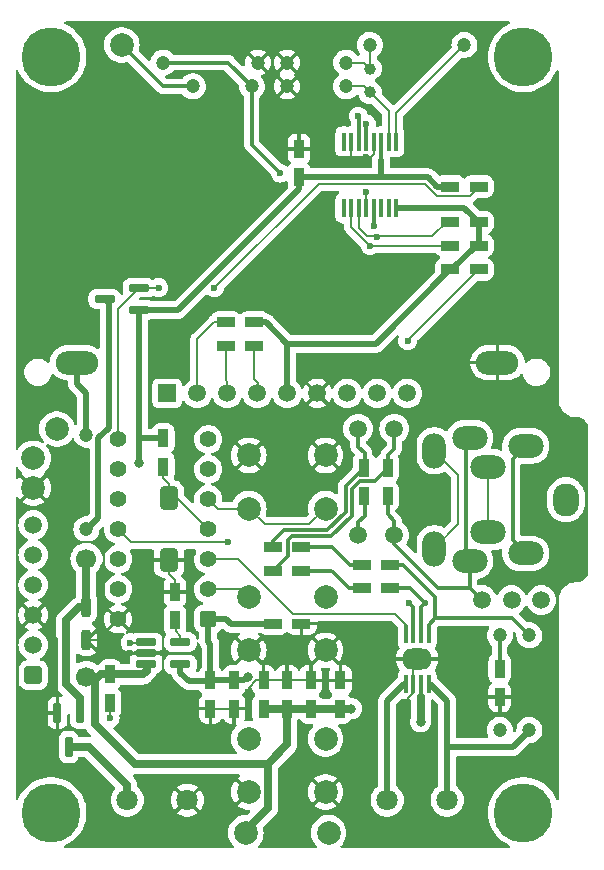
<source format=gbl>
G04 #@! TF.GenerationSoftware,KiCad,Pcbnew,7.0.8*
G04 #@! TF.CreationDate,2024-02-28T21:31:28+09:00*
G04 #@! TF.ProjectId,KT0913_Digital_Radio_1.2w,4b543039-3133-45f4-9469-676974616c5f,rev?*
G04 #@! TF.SameCoordinates,Original*
G04 #@! TF.FileFunction,Copper,L2,Bot*
G04 #@! TF.FilePolarity,Positive*
%FSLAX46Y46*%
G04 Gerber Fmt 4.6, Leading zero omitted, Abs format (unit mm)*
G04 Created by KiCad (PCBNEW 7.0.8) date 2024-02-28 21:31:28*
%MOMM*%
%LPD*%
G01*
G04 APERTURE LIST*
G04 Aperture macros list*
%AMRoundRect*
0 Rectangle with rounded corners*
0 $1 Rounding radius*
0 $2 $3 $4 $5 $6 $7 $8 $9 X,Y pos of 4 corners*
0 Add a 4 corners polygon primitive as box body*
4,1,4,$2,$3,$4,$5,$6,$7,$8,$9,$2,$3,0*
0 Add four circle primitives for the rounded corners*
1,1,$1+$1,$2,$3*
1,1,$1+$1,$4,$5*
1,1,$1+$1,$6,$7*
1,1,$1+$1,$8,$9*
0 Add four rect primitives between the rounded corners*
20,1,$1+$1,$2,$3,$4,$5,0*
20,1,$1+$1,$4,$5,$6,$7,0*
20,1,$1+$1,$6,$7,$8,$9,0*
20,1,$1+$1,$8,$9,$2,$3,0*%
%AMFreePoly0*
4,1,21,-0.698500,0.419100,-0.677232,0.526022,-0.616666,0.616666,-0.526022,0.677232,-0.419100,0.698500,0.419100,0.698500,0.526022,0.677232,0.616666,0.616666,0.677232,0.526022,0.698500,0.419100,0.698500,-0.419100,0.677232,-0.526022,0.616666,-0.616666,0.526022,-0.677232,0.419100,-0.698500,-0.419100,-0.698500,-0.526022,-0.677232,-0.616666,-0.616666,-0.677232,-0.526022,-0.698500,-0.419100,
-0.698500,0.419100,-0.698500,0.419100,$1*%
%AMFreePoly1*
4,1,25,-0.750000,0.450000,-0.742031,0.518685,-0.697499,0.619541,-0.619541,0.697499,-0.518685,0.742031,-0.450000,0.750000,0.450000,0.750000,0.518685,0.742031,0.619541,0.697499,0.697499,0.619541,0.742031,0.518685,0.750000,0.450000,0.750000,-0.450000,0.742031,-0.518685,0.697499,-0.619541,0.619541,-0.697499,0.518685,-0.742031,0.450000,-0.750000,-0.450000,-0.750000,-0.518685,-0.742031,
-0.619541,-0.697499,-0.697499,-0.619541,-0.742031,-0.518685,-0.750000,-0.450000,-0.750000,0.450000,-0.750000,0.450000,$1*%
G04 Aperture macros list end*
G04 #@! TA.AperFunction,ComponentPad*
%ADD10FreePoly0,90.000000*%
G04 #@! TD*
G04 #@! TA.AperFunction,ComponentPad*
%ADD11C,1.397000*%
G04 #@! TD*
G04 #@! TA.AperFunction,ComponentPad*
%ADD12C,2.000000*%
G04 #@! TD*
G04 #@! TA.AperFunction,ComponentPad*
%ADD13C,5.000000*%
G04 #@! TD*
G04 #@! TA.AperFunction,ComponentPad*
%ADD14C,1.500000*%
G04 #@! TD*
G04 #@! TA.AperFunction,ComponentPad*
%ADD15C,1.200000*%
G04 #@! TD*
G04 #@! TA.AperFunction,ComponentPad*
%ADD16C,1.000000*%
G04 #@! TD*
G04 #@! TA.AperFunction,ComponentPad*
%ADD17C,1.800000*%
G04 #@! TD*
G04 #@! TA.AperFunction,ComponentPad*
%ADD18O,2.200000X2.800000*%
G04 #@! TD*
G04 #@! TA.AperFunction,ComponentPad*
%ADD19O,3.000000X2.000000*%
G04 #@! TD*
G04 #@! TA.AperFunction,ComponentPad*
%ADD20O,2.000000X3.000000*%
G04 #@! TD*
G04 #@! TA.AperFunction,ComponentPad*
%ADD21C,1.700000*%
G04 #@! TD*
G04 #@! TA.AperFunction,ComponentPad*
%ADD22R,1.500000X1.500000*%
G04 #@! TD*
G04 #@! TA.AperFunction,ComponentPad*
%ADD23O,3.600000X2.000000*%
G04 #@! TD*
G04 #@! TA.AperFunction,SMDPad,CuDef*
%ADD24RoundRect,0.230000X0.230000X-0.570000X0.230000X0.570000X-0.230000X0.570000X-0.230000X-0.570000X0*%
G04 #@! TD*
G04 #@! TA.AperFunction,SMDPad,CuDef*
%ADD25RoundRect,0.230000X0.570000X0.230000X-0.570000X0.230000X-0.570000X-0.230000X0.570000X-0.230000X0*%
G04 #@! TD*
G04 #@! TA.AperFunction,SMDPad,CuDef*
%ADD26RoundRect,0.230000X-0.570000X-0.230000X0.570000X-0.230000X0.570000X0.230000X-0.570000X0.230000X0*%
G04 #@! TD*
G04 #@! TA.AperFunction,SMDPad,CuDef*
%ADD27RoundRect,0.200000X-0.200000X0.650000X-0.200000X-0.650000X0.200000X-0.650000X0.200000X0.650000X0*%
G04 #@! TD*
G04 #@! TA.AperFunction,SMDPad,CuDef*
%ADD28RoundRect,0.230000X-0.230000X0.570000X-0.230000X-0.570000X0.230000X-0.570000X0.230000X0.570000X0*%
G04 #@! TD*
G04 #@! TA.AperFunction,SMDPad,CuDef*
%ADD29RoundRect,0.085000X-0.085000X0.715000X-0.085000X-0.715000X0.085000X-0.715000X0.085000X0.715000X0*%
G04 #@! TD*
G04 #@! TA.AperFunction,ComponentPad*
%ADD30O,2.600000X1.800000*%
G04 #@! TD*
G04 #@! TA.AperFunction,SMDPad,CuDef*
%ADD31RoundRect,0.100000X-0.100000X0.700000X-0.100000X-0.700000X0.100000X-0.700000X0.100000X0.700000X0*%
G04 #@! TD*
G04 #@! TA.AperFunction,ComponentPad*
%ADD32FreePoly1,90.000000*%
G04 #@! TD*
G04 #@! TA.AperFunction,SMDPad,CuDef*
%ADD33RoundRect,0.400000X-0.400000X0.600000X-0.400000X-0.600000X0.400000X-0.600000X0.400000X0.600000X0*%
G04 #@! TD*
G04 #@! TA.AperFunction,SMDPad,CuDef*
%ADD34RoundRect,0.162500X0.712500X0.162500X-0.712500X0.162500X-0.712500X-0.162500X0.712500X-0.162500X0*%
G04 #@! TD*
G04 #@! TA.AperFunction,SMDPad,CuDef*
%ADD35RoundRect,0.162500X-0.162500X0.712500X-0.162500X-0.712500X0.162500X-0.712500X0.162500X0.712500X0*%
G04 #@! TD*
G04 #@! TA.AperFunction,SMDPad,CuDef*
%ADD36RoundRect,0.150000X-0.725000X-0.150000X0.725000X-0.150000X0.725000X0.150000X-0.725000X0.150000X0*%
G04 #@! TD*
G04 #@! TA.AperFunction,SMDPad,CuDef*
%ADD37RoundRect,0.162500X-0.712500X-0.162500X0.712500X-0.162500X0.712500X0.162500X-0.712500X0.162500X0*%
G04 #@! TD*
G04 #@! TA.AperFunction,ViaPad*
%ADD38C,0.600000*%
G04 #@! TD*
G04 #@! TA.AperFunction,ViaPad*
%ADD39C,0.800000*%
G04 #@! TD*
G04 #@! TA.AperFunction,Conductor*
%ADD40C,0.200000*%
G04 #@! TD*
G04 #@! TA.AperFunction,Conductor*
%ADD41C,0.700000*%
G04 #@! TD*
G04 #@! TA.AperFunction,Conductor*
%ADD42C,0.350000*%
G04 #@! TD*
G04 #@! TA.AperFunction,Conductor*
%ADD43C,0.500000*%
G04 #@! TD*
G04 #@! TA.AperFunction,Conductor*
%ADD44C,0.300000*%
G04 #@! TD*
G04 APERTURE END LIST*
D10*
X116310000Y-100620000D03*
D11*
X116310000Y-98080000D03*
X116310000Y-95540000D03*
X116310000Y-93000000D03*
X116310000Y-90460000D03*
X116310000Y-87920000D03*
X116310000Y-85380000D03*
X108690000Y-85380000D03*
X108690000Y-87920000D03*
X108690000Y-90460000D03*
X108690000Y-93000000D03*
X108690000Y-95540000D03*
X108690000Y-98080000D03*
X108690000Y-100620000D03*
D12*
X119750000Y-98750000D03*
X126250000Y-98750000D03*
X119750000Y-103250000D03*
X126250000Y-103250000D03*
D13*
X143000000Y-53000000D03*
D12*
X109000000Y-52000000D03*
D14*
X139500000Y-99000000D03*
X142000000Y-99000000D03*
X144500000Y-99000000D03*
D13*
X103000000Y-117000000D03*
D12*
X101500000Y-87000000D03*
X119500000Y-118700000D03*
D15*
X143500000Y-110000000D03*
X143500000Y-102000000D03*
D14*
X132059921Y-93500000D03*
X132059921Y-84500000D03*
D12*
X119750000Y-110750000D03*
X126250000Y-110750000D03*
X119750000Y-115250000D03*
X126250000Y-115250000D03*
D14*
X129000000Y-93500000D03*
X129000000Y-84500000D03*
D16*
X130000000Y-54000000D03*
X130000000Y-56000000D03*
D15*
X138000000Y-52000000D03*
X130000000Y-52000000D03*
D12*
X103500000Y-84500000D03*
X126250000Y-91250000D03*
X119750000Y-91250000D03*
X126250000Y-86750000D03*
X119750000Y-86750000D03*
D13*
X143000000Y-117000000D03*
D15*
X120000000Y-55500000D03*
X115000000Y-55500000D03*
D17*
X109460000Y-115936000D03*
X114540000Y-115936000D03*
D12*
X101500000Y-89500000D03*
D18*
X146600000Y-90500000D03*
X146600000Y-90500000D03*
D19*
X143200000Y-85950000D03*
X143200000Y-95050000D03*
X138450000Y-85280000D03*
X138450000Y-95720000D03*
D20*
X135450000Y-86350000D03*
X135450000Y-94650000D03*
D19*
X140000000Y-87730000D03*
X140000000Y-93270000D03*
D21*
X106000000Y-95500000D03*
X106000000Y-105500000D03*
D13*
X103000000Y-53000000D03*
D15*
X123000000Y-53500000D03*
X128000000Y-53500000D03*
X123000000Y-55500000D03*
X128000000Y-55500000D03*
D22*
X112840000Y-81500000D03*
D14*
X115380000Y-81500000D03*
X117920000Y-81500000D03*
X120460000Y-81500000D03*
X123000000Y-81500000D03*
X125540000Y-81500000D03*
X128080000Y-81500000D03*
X130620000Y-81500000D03*
X133160000Y-81500000D03*
D23*
X105200000Y-78900000D03*
X140800000Y-78900000D03*
D15*
X141000000Y-102000000D03*
X141000000Y-110000000D03*
D12*
X126500000Y-118700000D03*
D15*
X120500000Y-53500000D03*
X112500000Y-53500000D03*
X106000000Y-85000000D03*
X106000000Y-93000000D03*
D24*
X112500000Y-87700000D03*
X112500000Y-85300000D03*
D25*
X139200000Y-64000000D03*
X136800000Y-64000000D03*
D26*
X117800000Y-77500000D03*
X120200000Y-77500000D03*
D25*
X139200000Y-69000000D03*
X136800000Y-69000000D03*
D26*
X121800000Y-96500000D03*
X124200000Y-96500000D03*
D27*
X106000000Y-99600000D03*
X106000000Y-102400000D03*
D28*
X124000000Y-60800000D03*
X124000000Y-63200000D03*
D24*
X108000000Y-107700000D03*
X108000000Y-105300000D03*
D29*
X133025000Y-101900000D03*
X133675000Y-101900000D03*
X134325000Y-101900000D03*
X134975000Y-101900000D03*
X134975000Y-106100000D03*
X134325000Y-106100000D03*
X133675000Y-106100000D03*
X133025000Y-106100000D03*
D30*
X134000000Y-104000000D03*
D31*
X127777500Y-60200000D03*
X128412500Y-60200000D03*
X129047500Y-60200000D03*
X129682500Y-60200000D03*
X130317500Y-60200000D03*
X130952500Y-60200000D03*
X131587500Y-60200000D03*
X132222500Y-60200000D03*
X132222500Y-65800000D03*
X131587500Y-65800000D03*
X130952500Y-65800000D03*
X130317500Y-65800000D03*
X129682500Y-65800000D03*
X129047500Y-65800000D03*
X128412500Y-65800000D03*
X127777500Y-65800000D03*
D28*
X116500000Y-105800000D03*
X116500000Y-108200000D03*
D25*
X139200000Y-71000000D03*
X136800000Y-71000000D03*
D32*
X101500000Y-105350000D03*
D14*
X101500000Y-102810000D03*
X101500000Y-100270000D03*
X101500000Y-97730000D03*
X101500000Y-95190000D03*
X101500000Y-92650000D03*
D28*
X118500000Y-105800000D03*
X118500000Y-108200000D03*
D24*
X113500000Y-100700000D03*
X113500000Y-98300000D03*
D25*
X131700000Y-96000000D03*
X129300000Y-96000000D03*
D24*
X131500000Y-90200000D03*
X131500000Y-87800000D03*
D33*
X113000000Y-90400000D03*
X113000000Y-95600000D03*
D24*
X129500000Y-90200000D03*
X129500000Y-87800000D03*
D28*
X127500000Y-105800000D03*
X127500000Y-108200000D03*
D17*
X136540000Y-115936000D03*
X131460000Y-115936000D03*
D25*
X139200000Y-67000000D03*
X136800000Y-67000000D03*
X131700000Y-98000000D03*
X129300000Y-98000000D03*
D24*
X123000000Y-108200000D03*
X123000000Y-105800000D03*
D34*
X110450000Y-72550000D03*
X110450000Y-74450000D03*
X107550000Y-73500000D03*
D28*
X141000000Y-104800000D03*
X141000000Y-107200000D03*
D35*
X103550000Y-108550000D03*
X105450000Y-108550000D03*
X104500000Y-111450000D03*
D24*
X121000000Y-108200000D03*
X121000000Y-105800000D03*
D26*
X121800000Y-101000000D03*
X124200000Y-101000000D03*
D25*
X120200000Y-75500000D03*
X117800000Y-75500000D03*
D36*
X111050000Y-104450000D03*
X111050000Y-103500000D03*
X111050000Y-102550000D03*
D37*
X113950000Y-102550000D03*
X113950000Y-104450000D03*
D28*
X125000000Y-105800000D03*
X125000000Y-108200000D03*
D26*
X121800000Y-94500000D03*
X124200000Y-94500000D03*
D38*
X129690000Y-64410000D03*
X125000000Y-72700000D03*
X141000000Y-96400000D03*
X115000000Y-95000000D03*
X129700000Y-61500000D03*
X131900000Y-78000000D03*
X112000000Y-110000000D03*
X121800000Y-60790000D03*
X143500000Y-89500000D03*
X109700000Y-103500000D03*
X112500000Y-103500000D03*
X140000000Y-60000000D03*
X105000000Y-65000000D03*
X135000000Y-89500000D03*
D39*
X134300000Y-109300000D03*
X128440000Y-108200000D03*
X110450000Y-87400000D03*
X119680000Y-105480000D03*
D38*
X116840000Y-72560000D03*
X112110000Y-72550000D03*
X130020500Y-69000000D03*
X130620000Y-68220000D03*
X133200000Y-77050000D03*
X122420000Y-62860000D03*
X130310000Y-67300000D03*
X129020000Y-58030000D03*
X129699500Y-58679500D03*
X133350000Y-99250000D03*
X134650000Y-99250000D03*
X118000000Y-94100000D03*
X108000000Y-109000000D03*
X109700000Y-102600000D03*
D40*
X116500000Y-108200000D02*
X119460000Y-108200000D01*
X129820000Y-111680000D02*
X129820000Y-105800000D01*
X113000000Y-96800000D02*
X113000000Y-95600000D01*
X126540000Y-61500000D02*
X125830000Y-60790000D01*
X136490000Y-104000000D02*
X139690000Y-107200000D01*
X128412500Y-60200000D02*
X128412500Y-61492500D01*
X131620000Y-104000000D02*
X129820000Y-105800000D01*
X125830000Y-60790000D02*
X123970000Y-60790000D01*
X126250000Y-115250000D02*
X129820000Y-111680000D01*
X133675000Y-106900000D02*
X133250000Y-107325000D01*
X124400000Y-82640000D02*
X124400000Y-84940000D01*
X107470000Y-94995000D02*
X106550000Y-94075000D01*
X114000000Y-95600000D02*
X113000000Y-95600000D01*
X123980000Y-60790000D02*
X123990000Y-60800000D01*
X127520000Y-104520000D02*
X127520000Y-105760000D01*
X140800000Y-78900000D02*
X128170000Y-78900000D01*
X106910000Y-102400000D02*
X106020000Y-102400000D01*
X115000000Y-95000000D02*
X114400000Y-95600000D01*
X133675000Y-106100000D02*
X133675000Y-106900000D01*
X128420000Y-61500000D02*
X126540000Y-61500000D01*
X119750000Y-103250000D02*
X121000000Y-104500000D01*
X121000000Y-105800000D02*
X123000000Y-105800000D01*
X120500000Y-53500000D02*
X121440000Y-52560000D01*
X130070000Y-61500000D02*
X129700000Y-61500000D01*
X108690000Y-100620000D02*
X107470000Y-99400000D01*
X113460000Y-108230000D02*
X112500000Y-107270000D01*
X123980000Y-60720000D02*
X123970000Y-60730000D01*
X124200000Y-101000000D02*
X124200000Y-102190000D01*
X112500000Y-103500000D02*
X111050000Y-103500000D01*
X103550000Y-102330000D02*
X101480000Y-100260000D01*
X125190000Y-102190000D02*
X124200000Y-102190000D01*
X133250000Y-107325000D02*
X133250000Y-107850000D01*
X126250000Y-103250000D02*
X127520000Y-104520000D01*
X116500000Y-108230000D02*
X113460000Y-108230000D01*
X103175000Y-94075000D02*
X103150000Y-94100000D01*
X103150000Y-91150000D02*
X101500000Y-89500000D01*
X133675000Y-104325000D02*
X134000000Y-104000000D01*
X121800000Y-60790000D02*
X123980000Y-60790000D01*
X130317500Y-60200000D02*
X130317500Y-61252500D01*
X134000000Y-104000000D02*
X136490000Y-104000000D01*
X129700000Y-61500000D02*
X128420000Y-61500000D01*
X121560000Y-84940000D02*
X124400000Y-84940000D01*
X124200000Y-102190000D02*
X120770000Y-102190000D01*
X123000000Y-55500000D02*
X123980000Y-56480000D01*
X107470000Y-99400000D02*
X107470000Y-94995000D01*
X120770000Y-102190000D02*
X119760000Y-103200000D01*
X119730000Y-106440000D02*
X120370000Y-105800000D01*
X103150000Y-98680000D02*
X101560000Y-100270000D01*
X103550000Y-108550000D02*
X103550000Y-102330000D01*
X113500000Y-98300000D02*
X113500000Y-97300000D01*
X125540000Y-81500000D02*
X124400000Y-82640000D01*
X139690000Y-107200000D02*
X141000000Y-107200000D01*
X119460000Y-108200000D02*
X119730000Y-107930000D01*
X108690000Y-100620000D02*
X106910000Y-102400000D01*
X113100000Y-96900000D02*
X113000000Y-96800000D01*
X121440000Y-52560000D02*
X122030000Y-52560000D01*
X129682500Y-64417500D02*
X129690000Y-64410000D01*
X119730000Y-107930000D02*
X119730000Y-106440000D01*
X128170000Y-78900000D02*
X125530000Y-81540000D01*
X113500000Y-97300000D02*
X113100000Y-96900000D01*
X114400000Y-95600000D02*
X114000000Y-95600000D01*
X106550000Y-94075000D02*
X103175000Y-94075000D01*
X120370000Y-105800000D02*
X121000000Y-105800000D01*
X123740000Y-54790000D02*
X122970000Y-55560000D01*
X112500000Y-103500000D02*
X112500000Y-101900000D01*
X103150000Y-95200000D02*
X103150000Y-91150000D01*
X124400000Y-84940000D02*
X126210000Y-86750000D01*
X121000000Y-104500000D02*
X121000000Y-105790000D01*
X123000000Y-53500000D02*
X123740000Y-54240000D01*
X130317500Y-61252500D02*
X130070000Y-61500000D01*
X134000000Y-104000000D02*
X131620000Y-104000000D01*
X112500000Y-107270000D02*
X112500000Y-103500000D01*
X119750000Y-86750000D02*
X121560000Y-84940000D01*
X133675000Y-106100000D02*
X133675000Y-104325000D01*
X103150000Y-97480000D02*
X103150000Y-95200000D01*
X128412500Y-61492500D02*
X128420000Y-61500000D01*
X103150000Y-94100000D02*
X103150000Y-95200000D01*
X109700000Y-103500000D02*
X111000000Y-103500000D01*
X122030000Y-52560000D02*
X123000000Y-53530000D01*
X129682500Y-65800000D02*
X129682500Y-64417500D01*
X126250000Y-103250000D02*
X125190000Y-102190000D01*
X129820000Y-105800000D02*
X123000000Y-105800000D01*
X123740000Y-54240000D02*
X123740000Y-54790000D01*
X103150000Y-97480000D02*
X103150000Y-98680000D01*
X123980000Y-56480000D02*
X123980000Y-60720000D01*
D41*
X106700000Y-106000000D02*
X106700000Y-109500000D01*
X107200000Y-105300000D02*
X108000000Y-105300000D01*
X121400000Y-112900000D02*
X121350000Y-112850000D01*
X123000000Y-108200000D02*
X125000000Y-108200000D01*
X125000000Y-108200000D02*
X127500000Y-108200000D01*
X119500000Y-118500000D02*
X121400000Y-116600000D01*
X106000000Y-105500000D02*
X107000000Y-105500000D01*
X121350000Y-112850000D02*
X123000000Y-111200000D01*
X106000000Y-105500000D02*
X106200000Y-105500000D01*
X111100000Y-105000000D02*
X111100000Y-104500000D01*
X121400000Y-116600000D02*
X121400000Y-112900000D01*
X107000000Y-105500000D02*
X107200000Y-105300000D01*
X134300000Y-109300000D02*
X134300000Y-107173026D01*
X128440000Y-108200000D02*
X127500000Y-108200000D01*
X106700000Y-109500000D02*
X110100000Y-112900000D01*
X106200000Y-105500000D02*
X106700000Y-106000000D01*
D42*
X134325000Y-106100000D02*
X134325000Y-107213487D01*
D41*
X110100000Y-112900000D02*
X121300000Y-112900000D01*
X121000000Y-108200000D02*
X123000000Y-108200000D01*
X108000000Y-105300000D02*
X110800000Y-105300000D01*
X110800000Y-105300000D02*
X111100000Y-105000000D01*
X121300000Y-112900000D02*
X121350000Y-112850000D01*
X123000000Y-111200000D02*
X123000000Y-108100000D01*
D43*
X118200000Y-101000000D02*
X121800000Y-101000000D01*
X116500000Y-102700000D02*
X116500000Y-105800000D01*
X130960000Y-63200000D02*
X134900000Y-63200000D01*
X130940000Y-63160000D02*
X130940000Y-61730000D01*
X116310000Y-101890000D02*
X116310000Y-102510000D01*
X135700000Y-64000000D02*
X136800000Y-64000000D01*
X118500000Y-105800000D02*
X119360000Y-105800000D01*
X124000000Y-64200000D02*
X113750000Y-74450000D01*
X116310000Y-100620000D02*
X117820000Y-100620000D01*
X110450000Y-87400000D02*
X110450000Y-85300000D01*
D44*
X130940000Y-60280000D02*
X130900000Y-60240000D01*
D43*
X113950000Y-105150000D02*
X114650000Y-105850000D01*
X116310000Y-102510000D02*
X116500000Y-102700000D01*
X134900000Y-63200000D02*
X135700000Y-64000000D01*
D44*
X130940000Y-61730000D02*
X130940000Y-60280000D01*
D43*
X124000000Y-63200000D02*
X130900000Y-63200000D01*
X119360000Y-105800000D02*
X119680000Y-105480000D01*
X117820000Y-100620000D02*
X118200000Y-101000000D01*
X112500000Y-85300000D02*
X110450000Y-85300000D01*
X114650000Y-105850000D02*
X116500000Y-105850000D01*
X124000000Y-63200000D02*
X124000000Y-64200000D01*
X110450000Y-85300000D02*
X110450000Y-74450000D01*
X113950000Y-104450000D02*
X113950000Y-105150000D01*
X116500000Y-105800000D02*
X118500000Y-105800000D01*
X116310000Y-100620000D02*
X116310000Y-101890000D01*
X113750000Y-74450000D02*
X110500000Y-74450000D01*
D40*
X131587500Y-60200000D02*
X131587500Y-57587500D01*
X129500000Y-55500000D02*
X130000000Y-56000000D01*
X131587500Y-57587500D02*
X130000000Y-56000000D01*
X128000000Y-55500000D02*
X129500000Y-55500000D01*
D44*
X124200000Y-96500000D02*
X126700000Y-96500000D01*
X126850000Y-96650000D02*
X128200000Y-98000000D01*
X128200000Y-98000000D02*
X129300000Y-98000000D01*
X126700000Y-96500000D02*
X126850000Y-96650000D01*
X128300000Y-96000000D02*
X126900000Y-94600000D01*
X126800000Y-94500000D02*
X126900000Y-94600000D01*
X124200000Y-94500000D02*
X126800000Y-94500000D01*
X129300000Y-96000000D02*
X128300000Y-96000000D01*
D43*
X139200000Y-67000000D02*
X138000000Y-65800000D01*
X121200000Y-75500000D02*
X123000000Y-77300000D01*
X136990000Y-71000000D02*
X136800000Y-71000000D01*
X120200000Y-75500000D02*
X121200000Y-75500000D01*
X139200000Y-69000000D02*
X138990000Y-69000000D01*
X136800000Y-71000000D02*
X130500000Y-77300000D01*
X123000000Y-77300000D02*
X130500000Y-77300000D01*
X138990000Y-69000000D02*
X136990000Y-71000000D01*
X123000000Y-77300000D02*
X123000000Y-81500000D01*
X138000000Y-65800000D02*
X132300000Y-65800000D01*
X139200000Y-67000000D02*
X139200000Y-69000000D01*
D40*
X117800000Y-75500000D02*
X116800000Y-75500000D01*
X115400000Y-76900000D02*
X115400000Y-81500000D01*
X116800000Y-75500000D02*
X115400000Y-76900000D01*
X117900000Y-80500000D02*
X117900000Y-81500000D01*
X117800000Y-77500000D02*
X117800000Y-80400000D01*
X117800000Y-80400000D02*
X117900000Y-80500000D01*
X120500000Y-80600000D02*
X120500000Y-81500000D01*
X120200000Y-77500000D02*
X120200000Y-80300000D01*
X120200000Y-80300000D02*
X120500000Y-80600000D01*
X113000000Y-89700000D02*
X116240000Y-92940000D01*
X112500000Y-88700000D02*
X113000000Y-89200000D01*
X116240000Y-92940000D02*
X116240000Y-92990000D01*
X113000000Y-89200000D02*
X113000000Y-89700000D01*
X112500000Y-87700000D02*
X112500000Y-88700000D01*
X135450000Y-86350000D02*
X137500000Y-88400000D01*
X137500000Y-92600000D02*
X135450000Y-94650000D01*
X135450000Y-94650000D02*
X135500000Y-94700000D01*
X137500000Y-88400000D02*
X137500000Y-92600000D01*
X140000000Y-87730000D02*
X140000000Y-93300000D01*
X108690000Y-74330000D02*
X110420000Y-72600000D01*
X125650000Y-63750000D02*
X134672182Y-63750000D01*
X110450000Y-72550000D02*
X112110000Y-72550000D01*
X134672182Y-63750000D02*
X135682182Y-64760000D01*
X108690000Y-85380000D02*
X108690000Y-74330000D01*
X138440000Y-64760000D02*
X139200000Y-64000000D01*
X135682182Y-64760000D02*
X138440000Y-64760000D01*
X116840000Y-72560000D02*
X125650000Y-63750000D01*
D43*
X107020000Y-85300000D02*
X107020000Y-92020000D01*
X107875000Y-84445000D02*
X107020000Y-85300000D01*
X107550000Y-73500000D02*
X107875000Y-73825000D01*
X107875000Y-73825000D02*
X107875000Y-84445000D01*
X107020000Y-92020000D02*
X106040000Y-93000000D01*
X136540000Y-111450000D02*
X142100000Y-111450000D01*
X136540000Y-107540000D02*
X136540000Y-111450000D01*
X142100000Y-111450000D02*
X143550000Y-110000000D01*
X136540000Y-111450000D02*
X136540000Y-115936000D01*
X135100000Y-106100000D02*
X136540000Y-107540000D01*
D44*
X134975000Y-106100000D02*
X135100000Y-106100000D01*
D40*
X132222500Y-60200000D02*
X132222500Y-57777500D01*
X132222500Y-57777500D02*
X138000000Y-52000000D01*
D43*
X105200000Y-78900000D02*
X105200000Y-80700000D01*
X105200000Y-80700000D02*
X105940000Y-81440000D01*
X105940000Y-81440000D02*
X105940000Y-85010000D01*
D40*
X130000000Y-69000000D02*
X128400000Y-67400000D01*
X128400000Y-67400000D02*
X128400000Y-65800000D01*
X136800000Y-69000000D02*
X130000000Y-69000000D01*
X135300000Y-68200000D02*
X136600000Y-66900000D01*
X136600000Y-66900000D02*
X136800000Y-66900000D01*
X129047500Y-65800000D02*
X129047500Y-67467500D01*
X129047500Y-67467500D02*
X129780000Y-68200000D01*
X129780000Y-68200000D02*
X135300000Y-68200000D01*
X133200000Y-77000000D02*
X139200000Y-71000000D01*
X133150000Y-77050000D02*
X133200000Y-77050000D01*
X133200000Y-77050000D02*
X133200000Y-77000000D01*
X133160000Y-77040000D02*
X133150000Y-77050000D01*
D44*
X133025000Y-106100000D02*
X132900000Y-106100000D01*
D43*
X131460000Y-107540000D02*
X131460000Y-115936000D01*
X132900000Y-106100000D02*
X131460000Y-107540000D01*
D40*
X123500000Y-100200000D02*
X118850000Y-95550000D01*
X132150000Y-100200000D02*
X123500000Y-100200000D01*
X118850000Y-95550000D02*
X116300000Y-95550000D01*
X133025000Y-101075000D02*
X132150000Y-100200000D01*
X133025000Y-101900000D02*
X133025000Y-101075000D01*
X129500000Y-53500000D02*
X130000000Y-54000000D01*
X130000000Y-54000000D02*
X130000000Y-52000000D01*
X128000000Y-53500000D02*
X129500000Y-53500000D01*
D44*
X130310000Y-65890000D02*
X130350000Y-65850000D01*
X122420000Y-62860000D02*
X120000000Y-60440000D01*
X120000000Y-55500000D02*
X118000000Y-53500000D01*
X130310000Y-67300000D02*
X130310000Y-65890000D01*
X118000000Y-53500000D02*
X112500000Y-53500000D01*
X120000000Y-60440000D02*
X120000000Y-55500000D01*
X112500000Y-55500000D02*
X109000000Y-52000000D01*
X115000000Y-55500000D02*
X112500000Y-55500000D01*
X121800000Y-96500000D02*
X123050000Y-95250000D01*
X123050000Y-93950000D02*
X123400000Y-93600000D01*
X129129754Y-88950000D02*
X130400000Y-88950000D01*
X128450000Y-89629754D02*
X129129754Y-88950000D01*
X130400000Y-88950000D02*
X131500000Y-87850000D01*
X132059921Y-84500000D02*
X132059921Y-86190079D01*
X129050000Y-58060000D02*
X129050000Y-60150000D01*
X128450000Y-91880000D02*
X128450000Y-89629754D01*
X123050000Y-95250000D02*
X123050000Y-93950000D01*
X129020000Y-58030000D02*
X129050000Y-58060000D01*
X123400000Y-93600000D02*
X126730000Y-93600000D01*
X132059921Y-86190079D02*
X131550000Y-86700000D01*
X126730000Y-93600000D02*
X128450000Y-91880000D01*
X131550000Y-86700000D02*
X131550000Y-87750000D01*
X129000000Y-86000000D02*
X129550000Y-86550000D01*
X129699500Y-58679500D02*
X129700000Y-58680000D01*
X126400000Y-93100000D02*
X127950000Y-91550000D01*
X121800000Y-94500000D02*
X121800000Y-94000000D01*
X127950000Y-91550000D02*
X127950000Y-89350000D01*
X129000000Y-84500000D02*
X129000000Y-86000000D01*
X127950000Y-89350000D02*
X129500000Y-87800000D01*
X129550000Y-86550000D02*
X129550000Y-87650000D01*
X122700000Y-93100000D02*
X126400000Y-93100000D01*
X129700000Y-58680000D02*
X129700000Y-60200000D01*
X121800000Y-94000000D02*
X122700000Y-93100000D01*
X132059921Y-94250000D02*
X135759921Y-97950000D01*
X135759921Y-97950000D02*
X138450000Y-97950000D01*
X132059921Y-93500000D02*
X132059921Y-94250000D01*
X138450000Y-95720000D02*
X138450000Y-97950000D01*
X138450000Y-85280000D02*
X138100000Y-85630000D01*
X131500000Y-90200000D02*
X131500000Y-91750000D01*
X132059921Y-92309921D02*
X132059921Y-93500000D01*
X138100000Y-95350000D02*
X138450000Y-95700000D01*
X138100000Y-85630000D02*
X138100000Y-95350000D01*
X138450000Y-97950000D02*
X139500000Y-99000000D01*
X131500000Y-91750000D02*
X132059921Y-92309921D01*
X129000000Y-93500000D02*
X129000000Y-92400000D01*
X143200000Y-85950000D02*
X142100000Y-87050000D01*
X129550000Y-91850000D02*
X129550000Y-90200000D01*
X142100000Y-87050000D02*
X142100000Y-93900000D01*
X142100000Y-93900000D02*
X143200000Y-95000000D01*
X129000000Y-92400000D02*
X129550000Y-91850000D01*
X133675000Y-99575000D02*
X133350000Y-99250000D01*
X141000000Y-102000000D02*
X141000000Y-103400000D01*
X141000000Y-103400000D02*
X141000000Y-104800000D01*
X133365000Y-99265000D02*
X133350000Y-99250000D01*
X133675000Y-101900000D02*
X133675000Y-99575000D01*
X143500000Y-102000000D02*
X142050000Y-100550000D01*
X142050000Y-100550000D02*
X135500000Y-100550000D01*
X134975000Y-101900000D02*
X134975000Y-101075000D01*
X134975000Y-101075000D02*
X135500000Y-100550000D01*
X135500000Y-98700000D02*
X132800000Y-96000000D01*
X132800000Y-96000000D02*
X131650000Y-96000000D01*
X135500000Y-100550000D02*
X135500000Y-98700000D01*
X134325000Y-99575000D02*
X134650000Y-99250000D01*
X131700000Y-98000000D02*
X133400000Y-98000000D01*
X133400000Y-98000000D02*
X134650000Y-99250000D01*
X134325000Y-101900000D02*
X134325000Y-99575000D01*
D41*
X109450000Y-114650000D02*
X109450000Y-115900000D01*
X106250000Y-111450000D02*
X109450000Y-114650000D01*
X104500000Y-111450000D02*
X106250000Y-111450000D01*
D40*
X116310000Y-98080000D02*
X119080000Y-98080000D01*
X119080000Y-98080000D02*
X119750000Y-98750000D01*
X119750000Y-91250000D02*
X121100000Y-92600000D01*
X121100000Y-92600000D02*
X124860000Y-92600000D01*
X116310000Y-90460000D02*
X117150000Y-91300000D01*
X124860000Y-92600000D02*
X126200000Y-91260000D01*
X117150000Y-91300000D02*
X119750000Y-91300000D01*
X118000000Y-94100000D02*
X109800000Y-94100000D01*
X109800000Y-94100000D02*
X108700000Y-93000000D01*
D41*
X104275000Y-100725000D02*
X105400000Y-99600000D01*
X105400000Y-99600000D02*
X106000000Y-99600000D01*
X104275000Y-106100000D02*
X104275000Y-100725000D01*
X106000000Y-99600000D02*
X106000000Y-95400000D01*
X105450000Y-108550000D02*
X105450000Y-107275000D01*
X105450000Y-107275000D02*
X104275000Y-106100000D01*
D40*
X113550000Y-101650000D02*
X113550000Y-100700000D01*
X113950000Y-102050000D02*
X113550000Y-101650000D01*
X113950000Y-102550000D02*
X113950000Y-102050000D01*
X108000000Y-107700000D02*
X108000000Y-109000000D01*
X109700000Y-102600000D02*
X111100000Y-102600000D01*
G04 #@! TA.AperFunction,Conductor*
G36*
X104926183Y-85319443D02*
G01*
X104963514Y-85378502D01*
X104963941Y-85379999D01*
X104969419Y-85399252D01*
X104969422Y-85399260D01*
X105060327Y-85581821D01*
X105183237Y-85744581D01*
X105333958Y-85881980D01*
X105333960Y-85881982D01*
X105350563Y-85892262D01*
X105507363Y-85989348D01*
X105697544Y-86063024D01*
X105898024Y-86100500D01*
X105898026Y-86100500D01*
X106101974Y-86100500D01*
X106101976Y-86100500D01*
X106122714Y-86096623D01*
X106192227Y-86103652D01*
X106246906Y-86147148D01*
X106269390Y-86213301D01*
X106269500Y-86218511D01*
X106269500Y-91657770D01*
X106249815Y-91724809D01*
X106233181Y-91745451D01*
X106115451Y-91863181D01*
X106054128Y-91896666D01*
X106027770Y-91899500D01*
X105898024Y-91899500D01*
X105697544Y-91936976D01*
X105697541Y-91936976D01*
X105697541Y-91936977D01*
X105507364Y-92010651D01*
X105507357Y-92010655D01*
X105333960Y-92118017D01*
X105333958Y-92118019D01*
X105183237Y-92255418D01*
X105060327Y-92418178D01*
X104969422Y-92600739D01*
X104969417Y-92600752D01*
X104913602Y-92796917D01*
X104894785Y-92999999D01*
X104894785Y-93000000D01*
X104913602Y-93203082D01*
X104969417Y-93399247D01*
X104969422Y-93399260D01*
X105060327Y-93581821D01*
X105183237Y-93744581D01*
X105333958Y-93881980D01*
X105333960Y-93881982D01*
X105396565Y-93920745D01*
X105507363Y-93989348D01*
X105507368Y-93989349D01*
X105507370Y-93989351D01*
X105529268Y-93997834D01*
X105584670Y-94040406D01*
X105608262Y-94106172D01*
X105592552Y-94174253D01*
X105542529Y-94223032D01*
X105536881Y-94225843D01*
X105322171Y-94325964D01*
X105322169Y-94325965D01*
X105128597Y-94461505D01*
X104961505Y-94628597D01*
X104825965Y-94822169D01*
X104825964Y-94822171D01*
X104726098Y-95036335D01*
X104726094Y-95036344D01*
X104664938Y-95264586D01*
X104664936Y-95264596D01*
X104644341Y-95499999D01*
X104644341Y-95500000D01*
X104664936Y-95735403D01*
X104664938Y-95735413D01*
X104726094Y-95963655D01*
X104726096Y-95963659D01*
X104726097Y-95963663D01*
X104813733Y-96151598D01*
X104825965Y-96177830D01*
X104825967Y-96177834D01*
X104881917Y-96257738D01*
X104960226Y-96369575D01*
X104961501Y-96371395D01*
X104961506Y-96371402D01*
X105113181Y-96523077D01*
X105146666Y-96584400D01*
X105149500Y-96610758D01*
X105149500Y-98664054D01*
X105143885Y-98700944D01*
X105132117Y-98738709D01*
X105093380Y-98796857D01*
X105053328Y-98819327D01*
X105040782Y-98823554D01*
X105039920Y-98823953D01*
X105020721Y-98833152D01*
X105019881Y-98833569D01*
X104951659Y-98877176D01*
X104882268Y-98918927D01*
X104881489Y-98919519D01*
X104864764Y-98932595D01*
X104864013Y-98933198D01*
X104806768Y-98990442D01*
X104747956Y-99046153D01*
X104747346Y-99046871D01*
X104733091Y-99064119D01*
X103699830Y-100097380D01*
X103696127Y-100100794D01*
X103653898Y-100136665D01*
X103604909Y-100201108D01*
X103554155Y-100264249D01*
X103553649Y-100265041D01*
X103542469Y-100283066D01*
X103541944Y-100283938D01*
X103507939Y-100357439D01*
X103471963Y-100429980D01*
X103471582Y-100431017D01*
X103464580Y-100450906D01*
X103464267Y-100451833D01*
X103446858Y-100530926D01*
X103427314Y-100609513D01*
X103427191Y-100610416D01*
X103424607Y-100631516D01*
X103424500Y-100632501D01*
X103424500Y-100713468D01*
X103422306Y-100794438D01*
X103422389Y-100795447D01*
X103424500Y-100817649D01*
X103424500Y-106062911D01*
X103424295Y-106067945D01*
X103419798Y-106123163D01*
X103430729Y-106203392D01*
X103439486Y-106283913D01*
X103439710Y-106284930D01*
X103444525Y-106305473D01*
X103444773Y-106306470D01*
X103470743Y-106377160D01*
X103472700Y-106382486D01*
X103484882Y-106418641D01*
X103498557Y-106459223D01*
X103499001Y-106460185D01*
X103508146Y-106479266D01*
X103508564Y-106480109D01*
X103508567Y-106480114D01*
X103508568Y-106480116D01*
X103544867Y-106536906D01*
X103552184Y-106548353D01*
X103593930Y-106617736D01*
X103594538Y-106618536D01*
X103607578Y-106635216D01*
X103608201Y-106635991D01*
X103665458Y-106693248D01*
X103721149Y-106752040D01*
X103721950Y-106752720D01*
X103739118Y-106766907D01*
X103943808Y-106971597D01*
X103977293Y-107032919D01*
X103972309Y-107102610D01*
X103930438Y-107158544D01*
X103864973Y-107182961D01*
X103839357Y-107181360D01*
X103839330Y-107181660D01*
X103766043Y-107175000D01*
X103700000Y-107175000D01*
X103700000Y-109925000D01*
X103766043Y-109925000D01*
X103832792Y-109918934D01*
X103986396Y-109871070D01*
X104124080Y-109787836D01*
X104237836Y-109674080D01*
X104321070Y-109536396D01*
X104368934Y-109382792D01*
X104375000Y-109316043D01*
X104375000Y-108779507D01*
X104394685Y-108712468D01*
X104447489Y-108666713D01*
X104516647Y-108656769D01*
X104580203Y-108685794D01*
X104616509Y-108739915D01*
X104618009Y-108744367D01*
X104624500Y-108783959D01*
X104624500Y-109316098D01*
X104630568Y-109382882D01*
X104630571Y-109382893D01*
X104678467Y-109536598D01*
X104678468Y-109536600D01*
X104678469Y-109536602D01*
X104751169Y-109656861D01*
X104761766Y-109674391D01*
X104875608Y-109788233D01*
X104875610Y-109788234D01*
X104875612Y-109788236D01*
X105013398Y-109871531D01*
X105167113Y-109919430D01*
X105233909Y-109925500D01*
X105666090Y-109925499D01*
X105666098Y-109925499D01*
X105732882Y-109919431D01*
X105732885Y-109919430D01*
X105732887Y-109919430D01*
X105830807Y-109888916D01*
X105900666Y-109887765D01*
X105960059Y-109924565D01*
X105972179Y-109940523D01*
X105977185Y-109948355D01*
X106018930Y-110017736D01*
X106019538Y-110018536D01*
X106032578Y-110035216D01*
X106033201Y-110035991D01*
X106090459Y-110093249D01*
X106146152Y-110152042D01*
X106146983Y-110152747D01*
X106164119Y-110166908D01*
X106385030Y-110387819D01*
X106418515Y-110449142D01*
X106413531Y-110518834D01*
X106371659Y-110574767D01*
X106306195Y-110599184D01*
X106297349Y-110599500D01*
X106261531Y-110599500D01*
X106180564Y-110597306D01*
X106179520Y-110597391D01*
X106157352Y-110599500D01*
X105405183Y-110599500D01*
X105338144Y-110579815D01*
X105292389Y-110527011D01*
X105286798Y-110512390D01*
X105271532Y-110463401D01*
X105271531Y-110463400D01*
X105271531Y-110463398D01*
X105188236Y-110325612D01*
X105188234Y-110325610D01*
X105188233Y-110325608D01*
X105074391Y-110211766D01*
X105068548Y-110208234D01*
X104936602Y-110128469D01*
X104782887Y-110080570D01*
X104782885Y-110080569D01*
X104782883Y-110080569D01*
X104736117Y-110076319D01*
X104716091Y-110074500D01*
X104716088Y-110074500D01*
X104283901Y-110074500D01*
X104217117Y-110080568D01*
X104217106Y-110080571D01*
X104063401Y-110128467D01*
X103925608Y-110211766D01*
X103811766Y-110325608D01*
X103728469Y-110463397D01*
X103680569Y-110617116D01*
X103674500Y-110683911D01*
X103674500Y-111218153D01*
X103672867Y-111238213D01*
X103664073Y-111291853D01*
X103647316Y-111394073D01*
X103645740Y-111403685D01*
X103655754Y-111588406D01*
X103669981Y-111639646D01*
X103674500Y-111672818D01*
X103674500Y-112216098D01*
X103680568Y-112282882D01*
X103680571Y-112282893D01*
X103728467Y-112436598D01*
X103811766Y-112574391D01*
X103925608Y-112688233D01*
X103925610Y-112688234D01*
X103925612Y-112688236D01*
X104063398Y-112771531D01*
X104217113Y-112819430D01*
X104283909Y-112825500D01*
X104716090Y-112825499D01*
X104716098Y-112825499D01*
X104782882Y-112819431D01*
X104782885Y-112819430D01*
X104782887Y-112819430D01*
X104936602Y-112771531D01*
X105074388Y-112688236D01*
X105188236Y-112574388D01*
X105271531Y-112436602D01*
X105276500Y-112420654D01*
X105286798Y-112387610D01*
X105325535Y-112329462D01*
X105389561Y-112301488D01*
X105405183Y-112300500D01*
X105846349Y-112300500D01*
X105913388Y-112320185D01*
X105934030Y-112336819D01*
X108419811Y-114822600D01*
X108453296Y-114883923D01*
X108448312Y-114953615D01*
X108423361Y-114994263D01*
X108351019Y-115072849D01*
X108224075Y-115267151D01*
X108130842Y-115479699D01*
X108073866Y-115704691D01*
X108073864Y-115704702D01*
X108054700Y-115935993D01*
X108054700Y-115936006D01*
X108073864Y-116167297D01*
X108073866Y-116167308D01*
X108130842Y-116392300D01*
X108224075Y-116604848D01*
X108351016Y-116799147D01*
X108351019Y-116799151D01*
X108351021Y-116799153D01*
X108508216Y-116969913D01*
X108508219Y-116969915D01*
X108508222Y-116969918D01*
X108691365Y-117112464D01*
X108691371Y-117112468D01*
X108691374Y-117112470D01*
X108846954Y-117196666D01*
X108894652Y-117222479D01*
X108895497Y-117222936D01*
X108957402Y-117244188D01*
X109115015Y-117298297D01*
X109115017Y-117298297D01*
X109115019Y-117298298D01*
X109343951Y-117336500D01*
X109343952Y-117336500D01*
X109576048Y-117336500D01*
X109576049Y-117336500D01*
X109804981Y-117298298D01*
X110024503Y-117222936D01*
X110228626Y-117112470D01*
X110260960Y-117087304D01*
X110320373Y-117041061D01*
X110411784Y-116969913D01*
X110568979Y-116799153D01*
X110695924Y-116604849D01*
X110789157Y-116392300D01*
X110846134Y-116167305D01*
X110846135Y-116167297D01*
X110865300Y-115936006D01*
X110865300Y-115936005D01*
X113135202Y-115936005D01*
X113154361Y-116167218D01*
X113211317Y-116392135D01*
X113304515Y-116604606D01*
X113431418Y-116798846D01*
X113431422Y-116798851D01*
X113447524Y-116816341D01*
X113447525Y-116816341D01*
X114019972Y-116243894D01*
X114112075Y-116363925D01*
X114232104Y-116456026D01*
X113661676Y-117026454D01*
X113771649Y-117112050D01*
X113975697Y-117222476D01*
X113975706Y-117222479D01*
X114195139Y-117297811D01*
X114423993Y-117336000D01*
X114656007Y-117336000D01*
X114884860Y-117297811D01*
X115104293Y-117222479D01*
X115104302Y-117222476D01*
X115308353Y-117112048D01*
X115418322Y-117026455D01*
X115418322Y-117026454D01*
X114847894Y-116456026D01*
X114967925Y-116363925D01*
X115060026Y-116243895D01*
X115632473Y-116816342D01*
X115632474Y-116816341D01*
X115648584Y-116798843D01*
X115775483Y-116604609D01*
X115868682Y-116392135D01*
X115925638Y-116167218D01*
X115944798Y-115936005D01*
X115944798Y-115935994D01*
X115925638Y-115704781D01*
X115868682Y-115479864D01*
X115775484Y-115267393D01*
X115648581Y-115073153D01*
X115648577Y-115073148D01*
X115632474Y-115055657D01*
X115632473Y-115055657D01*
X115060026Y-115628104D01*
X114967925Y-115508075D01*
X114847894Y-115415973D01*
X115418322Y-114845544D01*
X115418322Y-114845543D01*
X115308349Y-114759948D01*
X115104302Y-114649523D01*
X115104293Y-114649520D01*
X114884860Y-114574188D01*
X114656007Y-114536000D01*
X114423993Y-114536000D01*
X114195139Y-114574188D01*
X113975706Y-114649520D01*
X113975697Y-114649523D01*
X113771646Y-114759951D01*
X113661676Y-114845543D01*
X113661676Y-114845544D01*
X114232105Y-115415973D01*
X114112075Y-115508075D01*
X114019972Y-115628104D01*
X113447525Y-115055657D01*
X113447524Y-115055657D01*
X113431414Y-115073157D01*
X113304516Y-115267390D01*
X113211317Y-115479864D01*
X113154361Y-115704781D01*
X113135202Y-115935994D01*
X113135202Y-115936005D01*
X110865300Y-115936005D01*
X110865300Y-115935993D01*
X110846135Y-115704702D01*
X110846133Y-115704691D01*
X110789157Y-115479699D01*
X110695924Y-115267151D01*
X110568983Y-115072852D01*
X110568980Y-115072849D01*
X110568979Y-115072847D01*
X110411784Y-114902087D01*
X110348337Y-114852704D01*
X110307524Y-114795994D01*
X110300500Y-114754851D01*
X110300500Y-114687087D01*
X110300705Y-114682052D01*
X110305201Y-114626836D01*
X110294270Y-114546607D01*
X110285514Y-114466090D01*
X110285513Y-114466088D01*
X110285513Y-114466084D01*
X110285280Y-114465026D01*
X110280497Y-114444621D01*
X110280227Y-114443532D01*
X110252299Y-114367513D01*
X110238148Y-114325516D01*
X110226444Y-114290779D01*
X110226441Y-114290775D01*
X110226441Y-114290773D01*
X110226006Y-114289831D01*
X110216895Y-114270818D01*
X110216432Y-114269884D01*
X110172822Y-114201658D01*
X110131070Y-114132264D01*
X110131068Y-114132262D01*
X110131067Y-114132260D01*
X110130455Y-114131455D01*
X110117503Y-114114889D01*
X110116803Y-114114018D01*
X110116799Y-114114011D01*
X110059557Y-114056769D01*
X110003848Y-113997957D01*
X110003108Y-113997328D01*
X109985875Y-113983087D01*
X109964969Y-113962181D01*
X109931484Y-113900858D01*
X109936468Y-113831166D01*
X109978340Y-113775233D01*
X110043804Y-113750816D01*
X110052650Y-113750500D01*
X110088469Y-113750500D01*
X110169432Y-113752693D01*
X110169432Y-113752692D01*
X110169435Y-113752693D01*
X110170479Y-113752608D01*
X110192648Y-113750500D01*
X118879558Y-113750500D01*
X118946597Y-113770185D01*
X118992352Y-113822989D01*
X119002296Y-113892147D01*
X118973271Y-113955703D01*
X118938576Y-113983555D01*
X118926764Y-113989947D01*
X118800418Y-114088285D01*
X118800418Y-114088286D01*
X119442105Y-114729973D01*
X119322075Y-114822075D01*
X119229973Y-114942104D01*
X118586753Y-114298884D01*
X118586752Y-114298884D01*
X118562237Y-114325516D01*
X118426266Y-114533635D01*
X118326412Y-114761282D01*
X118265387Y-115002261D01*
X118265385Y-115002270D01*
X118244859Y-115249994D01*
X118244859Y-115250005D01*
X118265385Y-115497729D01*
X118265387Y-115497738D01*
X118326412Y-115738717D01*
X118426267Y-115966367D01*
X118562227Y-116174470D01*
X118586753Y-116201113D01*
X119229972Y-115557894D01*
X119322075Y-115677925D01*
X119442103Y-115770026D01*
X118800418Y-116411712D01*
X118926768Y-116510055D01*
X118926771Y-116510057D01*
X119145385Y-116628364D01*
X119145396Y-116628369D01*
X119380506Y-116709083D01*
X119625707Y-116750000D01*
X119747849Y-116750000D01*
X119814888Y-116769685D01*
X119860643Y-116822489D01*
X119870587Y-116891647D01*
X119841562Y-116955203D01*
X119835530Y-116961681D01*
X119634030Y-117163181D01*
X119572707Y-117196666D01*
X119546349Y-117199500D01*
X119375665Y-117199500D01*
X119130383Y-117240429D01*
X118895197Y-117321169D01*
X118895188Y-117321172D01*
X118676493Y-117439524D01*
X118480257Y-117592261D01*
X118311833Y-117775217D01*
X118175826Y-117983393D01*
X118075936Y-118211118D01*
X118014892Y-118452175D01*
X118014890Y-118452187D01*
X117994357Y-118699994D01*
X117994357Y-118700005D01*
X118014890Y-118947812D01*
X118014892Y-118947824D01*
X118075936Y-119188881D01*
X118175826Y-119416606D01*
X118311833Y-119624782D01*
X118360027Y-119677134D01*
X118438694Y-119762590D01*
X118465324Y-119791517D01*
X118496246Y-119854172D01*
X118488386Y-119923598D01*
X118444239Y-119977753D01*
X118377821Y-119999444D01*
X118374094Y-119999500D01*
X104235057Y-119999500D01*
X104168018Y-119979815D01*
X104122263Y-119927011D01*
X104112319Y-119857853D01*
X104141344Y-119794297D01*
X104187660Y-119762409D01*
X104187141Y-119761205D01*
X104190436Y-119759782D01*
X104190451Y-119759777D01*
X104502793Y-119602913D01*
X104794811Y-119410849D01*
X105062558Y-119186183D01*
X105302412Y-118931953D01*
X105511130Y-118651596D01*
X105685889Y-118348904D01*
X105824326Y-118027971D01*
X105924569Y-117693136D01*
X105985262Y-117348927D01*
X106005585Y-117000000D01*
X105985262Y-116651073D01*
X105977112Y-116604849D01*
X105924571Y-116306872D01*
X105924569Y-116306865D01*
X105924569Y-116306864D01*
X105824326Y-115972029D01*
X105685889Y-115651096D01*
X105511130Y-115348404D01*
X105511129Y-115348402D01*
X105302415Y-115068050D01*
X105302410Y-115068044D01*
X105150217Y-114906730D01*
X105062558Y-114813817D01*
X104866756Y-114649520D01*
X104794813Y-114589152D01*
X104794805Y-114589146D01*
X104502796Y-114397088D01*
X104190458Y-114240226D01*
X104190452Y-114240223D01*
X103862012Y-114120681D01*
X103862009Y-114120680D01*
X103521915Y-114040077D01*
X103478519Y-114035004D01*
X103174759Y-113999500D01*
X102825241Y-113999500D01*
X102521480Y-114035004D01*
X102478085Y-114040077D01*
X102478083Y-114040077D01*
X102137990Y-114120680D01*
X102137987Y-114120681D01*
X101809547Y-114240223D01*
X101809541Y-114240226D01*
X101497203Y-114397088D01*
X101205194Y-114589146D01*
X101205186Y-114589152D01*
X100937442Y-114813817D01*
X100937440Y-114813819D01*
X100697589Y-115068044D01*
X100697584Y-115068050D01*
X100488870Y-115348402D01*
X100314113Y-115651091D01*
X100314107Y-115651104D01*
X100238359Y-115826708D01*
X100193731Y-115880468D01*
X100127123Y-115901566D01*
X100059682Y-115883304D01*
X100012820Y-115831480D01*
X100000500Y-115777594D01*
X100000500Y-108700000D01*
X102725000Y-108700000D01*
X102725000Y-109316043D01*
X102731065Y-109382792D01*
X102778929Y-109536396D01*
X102862163Y-109674080D01*
X102975919Y-109787836D01*
X103113603Y-109871070D01*
X103267207Y-109918934D01*
X103333957Y-109925000D01*
X103400000Y-109925000D01*
X103400000Y-108700000D01*
X102725000Y-108700000D01*
X100000500Y-108700000D01*
X100000500Y-108400000D01*
X102725000Y-108400000D01*
X103400000Y-108400000D01*
X103400000Y-107175000D01*
X103333957Y-107175000D01*
X103267207Y-107181065D01*
X103113603Y-107228929D01*
X102975919Y-107312163D01*
X102862163Y-107425919D01*
X102778929Y-107563603D01*
X102731065Y-107717207D01*
X102725000Y-107783956D01*
X102725000Y-108400000D01*
X100000500Y-108400000D01*
X100000500Y-102858585D01*
X100015074Y-102808949D01*
X100014887Y-102808593D01*
X100233800Y-102808593D01*
X100243477Y-102823650D01*
X100248028Y-102847778D01*
X100249033Y-102859263D01*
X100260413Y-102989348D01*
X100263793Y-103027975D01*
X100263793Y-103027979D01*
X100320422Y-103239322D01*
X100320424Y-103239326D01*
X100320425Y-103239330D01*
X100366661Y-103338484D01*
X100412897Y-103437638D01*
X100412898Y-103437639D01*
X100538402Y-103616877D01*
X100693123Y-103771598D01*
X100872361Y-103897102D01*
X100872362Y-103897102D01*
X100876796Y-103900207D01*
X100876150Y-103901129D01*
X100920465Y-103947601D01*
X100933691Y-104016208D01*
X100907726Y-104081073D01*
X100851207Y-104121467D01*
X100700480Y-104174209D01*
X100547737Y-104270184D01*
X100420184Y-104397737D01*
X100324211Y-104550476D01*
X100264631Y-104720745D01*
X100264630Y-104720750D01*
X100249500Y-104855039D01*
X100249500Y-105844960D01*
X100264630Y-105979249D01*
X100264631Y-105979254D01*
X100324211Y-106149523D01*
X100409294Y-106284930D01*
X100420184Y-106302262D01*
X100547738Y-106429816D01*
X100594536Y-106459221D01*
X100689076Y-106518625D01*
X100700478Y-106525789D01*
X100805641Y-106562587D01*
X100870745Y-106585368D01*
X100870750Y-106585369D01*
X100961246Y-106595565D01*
X101005040Y-106600499D01*
X101005043Y-106600500D01*
X101005046Y-106600500D01*
X101994957Y-106600500D01*
X101994958Y-106600499D01*
X102062104Y-106592934D01*
X102129249Y-106585369D01*
X102129252Y-106585368D01*
X102129255Y-106585368D01*
X102299522Y-106525789D01*
X102452262Y-106429816D01*
X102579816Y-106302262D01*
X102675789Y-106149522D01*
X102735368Y-105979255D01*
X102736066Y-105973066D01*
X102746832Y-105877511D01*
X102750500Y-105844954D01*
X102750500Y-104855046D01*
X102743461Y-104792576D01*
X102735369Y-104720750D01*
X102735368Y-104720745D01*
X102728109Y-104700000D01*
X102675789Y-104550478D01*
X102650489Y-104510214D01*
X102624931Y-104469538D01*
X102579816Y-104397738D01*
X102452262Y-104270184D01*
X102336478Y-104197432D01*
X102299519Y-104174209D01*
X102148792Y-104121467D01*
X102092016Y-104080746D01*
X102066269Y-104015793D01*
X102079725Y-103947231D01*
X102123845Y-103901123D01*
X102123204Y-103900207D01*
X102127636Y-103897102D01*
X102127639Y-103897102D01*
X102306877Y-103771598D01*
X102461598Y-103616877D01*
X102587102Y-103437639D01*
X102679575Y-103239330D01*
X102736207Y-103027977D01*
X102755277Y-102810000D01*
X102736207Y-102592023D01*
X102679575Y-102380670D01*
X102587102Y-102182362D01*
X102587100Y-102182359D01*
X102587099Y-102182357D01*
X102461599Y-102003124D01*
X102392810Y-101934335D01*
X102306877Y-101848402D01*
X102138596Y-101730570D01*
X102127638Y-101722897D01*
X101975824Y-101652105D01*
X101923385Y-101605932D01*
X101904233Y-101538739D01*
X101924449Y-101471858D01*
X101975825Y-101427340D01*
X102127392Y-101356664D01*
X102272750Y-101254882D01*
X101731718Y-100713850D01*
X101773100Y-100694952D01*
X101881761Y-100600798D01*
X101944815Y-100502683D01*
X102484882Y-101042750D01*
X102586665Y-100897391D01*
X102586669Y-100897383D01*
X102679100Y-100699164D01*
X102679105Y-100699150D01*
X102735710Y-100487894D01*
X102735712Y-100487884D01*
X102754775Y-100270000D01*
X102754775Y-100269999D01*
X102735712Y-100052115D01*
X102735710Y-100052105D01*
X102679105Y-99840849D01*
X102679101Y-99840840D01*
X102586666Y-99642613D01*
X102484880Y-99497248D01*
X101944814Y-100037315D01*
X101881761Y-99939202D01*
X101773100Y-99845048D01*
X101731718Y-99826149D01*
X102272750Y-99285117D01*
X102127387Y-99183333D01*
X101975824Y-99112658D01*
X101923385Y-99066486D01*
X101904233Y-98999292D01*
X101924449Y-98932411D01*
X101975822Y-98887895D01*
X102127639Y-98817102D01*
X102306877Y-98691598D01*
X102461598Y-98536877D01*
X102587102Y-98357639D01*
X102679575Y-98159330D01*
X102736207Y-97947977D01*
X102755277Y-97730000D01*
X102736207Y-97512023D01*
X102689025Y-97335938D01*
X102679577Y-97300677D01*
X102679576Y-97300676D01*
X102679575Y-97300670D01*
X102587102Y-97102362D01*
X102587100Y-97102359D01*
X102587099Y-97102357D01*
X102461599Y-96923124D01*
X102387053Y-96848578D01*
X102306877Y-96768402D01*
X102127639Y-96642898D01*
X101976414Y-96572381D01*
X101923977Y-96526210D01*
X101904825Y-96459016D01*
X101925041Y-96392135D01*
X101976414Y-96347618D01*
X102127639Y-96277102D01*
X102306877Y-96151598D01*
X102461598Y-95996877D01*
X102587102Y-95817639D01*
X102679575Y-95619330D01*
X102736207Y-95407977D01*
X102753346Y-95212067D01*
X102755277Y-95190002D01*
X102755277Y-95189997D01*
X102747704Y-95103436D01*
X102736207Y-94972023D01*
X102679575Y-94760670D01*
X102587102Y-94562362D01*
X102587100Y-94562359D01*
X102587099Y-94562357D01*
X102461599Y-94383124D01*
X102385352Y-94306877D01*
X102306877Y-94228402D01*
X102127639Y-94102898D01*
X101976414Y-94032381D01*
X101923977Y-93986210D01*
X101904825Y-93919016D01*
X101925041Y-93852135D01*
X101976414Y-93807618D01*
X102127639Y-93737102D01*
X102306877Y-93611598D01*
X102461598Y-93456877D01*
X102587102Y-93277639D01*
X102679575Y-93079330D01*
X102736207Y-92867977D01*
X102755277Y-92650000D01*
X102755233Y-92649500D01*
X102746711Y-92552092D01*
X102736207Y-92432023D01*
X102693008Y-92270802D01*
X102679577Y-92220677D01*
X102679576Y-92220676D01*
X102679575Y-92220670D01*
X102587102Y-92022362D01*
X102587100Y-92022359D01*
X102587099Y-92022357D01*
X102461599Y-91843124D01*
X102388933Y-91770458D01*
X102306877Y-91688402D01*
X102127639Y-91562898D01*
X102127640Y-91562898D01*
X102127638Y-91562897D01*
X102028484Y-91516661D01*
X101929330Y-91470425D01*
X101929326Y-91470424D01*
X101929322Y-91470422D01*
X101717977Y-91413793D01*
X101500002Y-91394723D01*
X101499998Y-91394723D01*
X101354682Y-91407436D01*
X101282023Y-91413793D01*
X101282020Y-91413793D01*
X101070677Y-91470422D01*
X101070668Y-91470426D01*
X100872361Y-91562898D01*
X100872357Y-91562900D01*
X100693121Y-91688402D01*
X100538402Y-91843121D01*
X100412900Y-92022357D01*
X100412898Y-92022361D01*
X100320426Y-92220668D01*
X100320422Y-92220677D01*
X100263793Y-92432020D01*
X100263793Y-92432023D01*
X100261841Y-92454337D01*
X100248028Y-92612221D01*
X100233800Y-92648593D01*
X100243477Y-92663650D01*
X100248028Y-92687778D01*
X100263793Y-92867975D01*
X100263793Y-92867979D01*
X100320422Y-93079322D01*
X100320424Y-93079326D01*
X100320425Y-93079330D01*
X100341505Y-93124536D01*
X100412897Y-93277638D01*
X100424659Y-93294435D01*
X100538402Y-93456877D01*
X100693123Y-93611598D01*
X100845045Y-93717975D01*
X100872361Y-93737102D01*
X101023583Y-93807618D01*
X101076022Y-93853790D01*
X101095174Y-93920984D01*
X101074958Y-93987865D01*
X101023583Y-94032382D01*
X100872361Y-94102898D01*
X100872357Y-94102900D01*
X100693121Y-94228402D01*
X100538402Y-94383121D01*
X100412900Y-94562357D01*
X100412898Y-94562361D01*
X100320426Y-94760668D01*
X100320422Y-94760677D01*
X100263793Y-94972020D01*
X100263793Y-94972023D01*
X100259118Y-95025463D01*
X100248028Y-95152221D01*
X100233800Y-95188593D01*
X100243477Y-95203650D01*
X100248028Y-95227778D01*
X100249977Y-95250051D01*
X100254951Y-95306915D01*
X100263793Y-95407975D01*
X100263793Y-95407979D01*
X100320422Y-95619322D01*
X100320424Y-95619326D01*
X100320425Y-95619330D01*
X100336966Y-95654802D01*
X100412897Y-95817638D01*
X100412898Y-95817639D01*
X100538402Y-95996877D01*
X100693123Y-96151598D01*
X100852200Y-96262985D01*
X100872361Y-96277102D01*
X101023583Y-96347618D01*
X101076022Y-96393790D01*
X101095174Y-96460984D01*
X101074958Y-96527865D01*
X101023583Y-96572382D01*
X100872361Y-96642898D01*
X100872357Y-96642900D01*
X100693121Y-96768402D01*
X100538402Y-96923121D01*
X100412900Y-97102357D01*
X100412898Y-97102361D01*
X100347948Y-97241647D01*
X100325201Y-97290429D01*
X100320426Y-97300668D01*
X100320422Y-97300677D01*
X100263793Y-97512020D01*
X100263793Y-97512024D01*
X100248028Y-97692221D01*
X100233800Y-97728593D01*
X100243477Y-97743650D01*
X100248028Y-97767778D01*
X100263793Y-97947975D01*
X100263793Y-97947979D01*
X100320422Y-98159322D01*
X100320424Y-98159326D01*
X100320425Y-98159330D01*
X100366661Y-98258484D01*
X100412897Y-98357638D01*
X100423206Y-98372361D01*
X100538402Y-98536877D01*
X100693123Y-98691598D01*
X100872361Y-98817102D01*
X100943749Y-98850391D01*
X101024175Y-98887894D01*
X101076614Y-98934066D01*
X101095766Y-99001260D01*
X101075550Y-99068141D01*
X101024175Y-99112658D01*
X100872614Y-99183332D01*
X100872612Y-99183333D01*
X100727249Y-99285117D01*
X100727248Y-99285117D01*
X101268281Y-99826149D01*
X101226900Y-99845048D01*
X101118239Y-99939202D01*
X101055185Y-100037316D01*
X100515117Y-99497248D01*
X100515117Y-99497249D01*
X100413333Y-99642612D01*
X100413332Y-99642614D01*
X100320898Y-99840840D01*
X100320894Y-99840849D01*
X100264289Y-100052105D01*
X100264287Y-100052115D01*
X100248028Y-100237961D01*
X100236591Y-100267197D01*
X100243477Y-100277911D01*
X100248028Y-100302038D01*
X100264287Y-100487884D01*
X100264289Y-100487894D01*
X100320894Y-100699150D01*
X100320898Y-100699159D01*
X100413333Y-100897387D01*
X100515117Y-101042750D01*
X101055184Y-100502683D01*
X101118239Y-100600798D01*
X101226900Y-100694952D01*
X101268280Y-100713850D01*
X100727248Y-101254881D01*
X100872613Y-101356667D01*
X100872615Y-101356668D01*
X101024174Y-101427341D01*
X101076614Y-101473513D01*
X101095766Y-101540706D01*
X101075551Y-101607588D01*
X101024176Y-101652105D01*
X100911141Y-101704815D01*
X100889214Y-101715040D01*
X100872358Y-101722900D01*
X100872357Y-101722900D01*
X100693121Y-101848402D01*
X100538402Y-102003121D01*
X100412900Y-102182357D01*
X100412898Y-102182361D01*
X100320426Y-102380668D01*
X100320422Y-102380677D01*
X100263793Y-102592020D01*
X100263793Y-102592023D01*
X100263095Y-102600000D01*
X100248028Y-102772221D01*
X100233800Y-102808593D01*
X100014887Y-102808593D01*
X100002931Y-102785846D01*
X100000500Y-102761414D01*
X100000500Y-100312846D01*
X100012912Y-100270575D01*
X100002931Y-100251585D01*
X100000500Y-100227153D01*
X100000500Y-97778585D01*
X100015074Y-97728949D01*
X100002931Y-97705846D01*
X100000500Y-97681414D01*
X100000500Y-95238585D01*
X100015074Y-95188949D01*
X100002931Y-95165846D01*
X100000500Y-95141414D01*
X100000500Y-92698585D01*
X100015074Y-92648949D01*
X100002931Y-92625846D01*
X100000500Y-92601414D01*
X100000500Y-90363844D01*
X100020185Y-90296805D01*
X100072989Y-90251050D01*
X100142147Y-90241106D01*
X100205703Y-90270131D01*
X100228309Y-90296023D01*
X100312227Y-90424470D01*
X100336753Y-90451113D01*
X101055184Y-89732682D01*
X101118239Y-89830798D01*
X101226900Y-89924952D01*
X101268281Y-89943850D01*
X100550418Y-90661712D01*
X100676768Y-90760055D01*
X100676771Y-90760057D01*
X100895385Y-90878364D01*
X100895396Y-90878369D01*
X101130506Y-90959083D01*
X101375707Y-91000000D01*
X101624293Y-91000000D01*
X101869493Y-90959083D01*
X102104603Y-90878369D01*
X102104614Y-90878364D01*
X102323230Y-90760056D01*
X102323235Y-90760052D01*
X102449580Y-90661713D01*
X102449580Y-90661712D01*
X101731718Y-89943850D01*
X101773100Y-89924952D01*
X101881761Y-89830798D01*
X101944815Y-89732683D01*
X102663244Y-90451113D01*
X102663246Y-90451113D01*
X102687769Y-90424475D01*
X102823732Y-90216367D01*
X102923587Y-89988717D01*
X102984612Y-89747738D01*
X102984614Y-89747729D01*
X103005141Y-89500005D01*
X103005141Y-89499994D01*
X102984614Y-89252270D01*
X102984612Y-89252261D01*
X102923587Y-89011282D01*
X102823732Y-88783632D01*
X102687770Y-88575525D01*
X102663245Y-88548885D01*
X101944814Y-89267316D01*
X101881761Y-89169202D01*
X101773100Y-89075048D01*
X101731718Y-89056149D01*
X102449580Y-88338286D01*
X102449053Y-88329791D01*
X102421466Y-88291459D01*
X102417792Y-88221686D01*
X102452424Y-88161003D01*
X102462254Y-88152483D01*
X102519744Y-88107738D01*
X102688164Y-87924785D01*
X102824173Y-87716607D01*
X102924063Y-87488881D01*
X102985108Y-87247821D01*
X102985109Y-87247812D01*
X103005643Y-87000005D01*
X103005643Y-86999994D01*
X102985109Y-86752187D01*
X102985107Y-86752175D01*
X102924063Y-86511118D01*
X102824173Y-86283393D01*
X102688163Y-86075213D01*
X102625652Y-86007309D01*
X102594729Y-85944655D01*
X102602589Y-85875229D01*
X102646736Y-85821073D01*
X102713153Y-85799382D01*
X102775898Y-85814271D01*
X102796953Y-85825665D01*
X102895190Y-85878828D01*
X103130386Y-85959571D01*
X103375665Y-86000500D01*
X103624335Y-86000500D01*
X103869614Y-85959571D01*
X104104810Y-85878828D01*
X104323509Y-85760474D01*
X104519744Y-85607738D01*
X104688164Y-85424785D01*
X104740471Y-85344721D01*
X104793615Y-85299366D01*
X104862846Y-85289942D01*
X104926183Y-85319443D01*
G37*
G04 #@! TD.AperFunction*
G04 #@! TA.AperFunction,Conductor*
G36*
X141831982Y-50020185D02*
G01*
X141877737Y-50072989D01*
X141887681Y-50142147D01*
X141858656Y-50205703D01*
X141812339Y-50237590D01*
X141812859Y-50238795D01*
X141809541Y-50240226D01*
X141497203Y-50397088D01*
X141205194Y-50589146D01*
X141205186Y-50589152D01*
X140937442Y-50813817D01*
X140937440Y-50813819D01*
X140697589Y-51068044D01*
X140697584Y-51068050D01*
X140488870Y-51348402D01*
X140314113Y-51651091D01*
X140314107Y-51651104D01*
X140175674Y-51972027D01*
X140075430Y-52306865D01*
X140075428Y-52306872D01*
X140014739Y-52651061D01*
X140014738Y-52651072D01*
X139994415Y-52999996D01*
X139994415Y-53000003D01*
X140014738Y-53348927D01*
X140014739Y-53348938D01*
X140075428Y-53693127D01*
X140075430Y-53693134D01*
X140175674Y-54027972D01*
X140314107Y-54348895D01*
X140314113Y-54348908D01*
X140488870Y-54651597D01*
X140697584Y-54931949D01*
X140697589Y-54931955D01*
X140818768Y-55060396D01*
X140937442Y-55186183D01*
X141113903Y-55334251D01*
X141205186Y-55410847D01*
X141205194Y-55410853D01*
X141497203Y-55602911D01*
X141497207Y-55602913D01*
X141809549Y-55759777D01*
X142137989Y-55879319D01*
X142478086Y-55959923D01*
X142825241Y-56000500D01*
X142825248Y-56000500D01*
X143174752Y-56000500D01*
X143174759Y-56000500D01*
X143521914Y-55959923D01*
X143862011Y-55879319D01*
X144190451Y-55759777D01*
X144502793Y-55602913D01*
X144794811Y-55410849D01*
X145062558Y-55186183D01*
X145302412Y-54931953D01*
X145511130Y-54651596D01*
X145685889Y-54348904D01*
X145761641Y-54173290D01*
X145806269Y-54119531D01*
X145872877Y-54098433D01*
X145940318Y-54116695D01*
X145987179Y-54168519D01*
X145999500Y-54222405D01*
X145999500Y-82107318D01*
X145999842Y-82112100D01*
X146000000Y-82116524D01*
X146000000Y-82500000D01*
X146129168Y-82629168D01*
X146154281Y-82665338D01*
X146179672Y-82720938D01*
X146179679Y-82720951D01*
X146295720Y-82901514D01*
X146436275Y-83063724D01*
X146502574Y-83121172D01*
X146598487Y-83204281D01*
X146687460Y-83261460D01*
X146779048Y-83320320D01*
X146779054Y-83320323D01*
X146779280Y-83320426D01*
X146834662Y-83345718D01*
X146870830Y-83370830D01*
X147000000Y-83500000D01*
X147383479Y-83500000D01*
X147387905Y-83500158D01*
X147392679Y-83500499D01*
X147392682Y-83500500D01*
X147497293Y-83500500D01*
X147502695Y-83500735D01*
X147545519Y-83504482D01*
X147671771Y-83516918D01*
X147691685Y-83520541D01*
X147758349Y-83538403D01*
X147851570Y-83566682D01*
X147867971Y-83572958D01*
X147935411Y-83604406D01*
X147938375Y-83605888D01*
X147975969Y-83625982D01*
X148022327Y-83650762D01*
X148028667Y-83654657D01*
X148094828Y-83700983D01*
X148098600Y-83703844D01*
X148170808Y-83763103D01*
X148175309Y-83767182D01*
X148232815Y-83824688D01*
X148236895Y-83829190D01*
X148296154Y-83901398D01*
X148299015Y-83905170D01*
X148345341Y-83971331D01*
X148349236Y-83977671D01*
X148394101Y-84061605D01*
X148395614Y-84064631D01*
X148427040Y-84132027D01*
X148433319Y-84148435D01*
X148461601Y-84241669D01*
X148479454Y-84308299D01*
X148483082Y-84328238D01*
X148495523Y-84454554D01*
X148499264Y-84497300D01*
X148499500Y-84502708D01*
X148499500Y-96497289D01*
X148499264Y-96502697D01*
X148495523Y-96545445D01*
X148483082Y-96671759D01*
X148479454Y-96691697D01*
X148461601Y-96758328D01*
X148447343Y-96805331D01*
X148426967Y-96844941D01*
X148069247Y-97309975D01*
X148042096Y-97335938D01*
X148028679Y-97345335D01*
X148022332Y-97349235D01*
X147938384Y-97394104D01*
X147935361Y-97395615D01*
X147883853Y-97419635D01*
X147855765Y-97428846D01*
X147514539Y-97497092D01*
X147490220Y-97499500D01*
X147392682Y-97499500D01*
X147180235Y-97530044D01*
X147180225Y-97530047D01*
X146974284Y-97590517D01*
X146779061Y-97679672D01*
X146779048Y-97679679D01*
X146598485Y-97795720D01*
X146436275Y-97936275D01*
X146295720Y-98098485D01*
X146179679Y-98279048D01*
X146179672Y-98279061D01*
X146090517Y-98474284D01*
X146043843Y-98633242D01*
X146016622Y-98681715D01*
X146000000Y-98700000D01*
X146000000Y-98883479D01*
X145999842Y-98887905D01*
X145999500Y-98892685D01*
X145999500Y-98951414D01*
X145984925Y-99001049D01*
X145997069Y-99024153D01*
X145999500Y-99048585D01*
X145999500Y-115777594D01*
X145979815Y-115844633D01*
X145927011Y-115890388D01*
X145857853Y-115900332D01*
X145794297Y-115871307D01*
X145761641Y-115826708D01*
X145709009Y-115704695D01*
X145685889Y-115651096D01*
X145511130Y-115348404D01*
X145511129Y-115348402D01*
X145302415Y-115068050D01*
X145302410Y-115068044D01*
X145150217Y-114906730D01*
X145062558Y-114813817D01*
X144866756Y-114649520D01*
X144794813Y-114589152D01*
X144794805Y-114589146D01*
X144502796Y-114397088D01*
X144190458Y-114240226D01*
X144190452Y-114240223D01*
X143862012Y-114120681D01*
X143862009Y-114120680D01*
X143521915Y-114040077D01*
X143478519Y-114035004D01*
X143174759Y-113999500D01*
X142825241Y-113999500D01*
X142521480Y-114035004D01*
X142478085Y-114040077D01*
X142478083Y-114040077D01*
X142137990Y-114120680D01*
X142137987Y-114120681D01*
X141809547Y-114240223D01*
X141809541Y-114240226D01*
X141497203Y-114397088D01*
X141205194Y-114589146D01*
X141205186Y-114589152D01*
X140937442Y-114813817D01*
X140937440Y-114813819D01*
X140697589Y-115068044D01*
X140697584Y-115068050D01*
X140488870Y-115348402D01*
X140314113Y-115651091D01*
X140314107Y-115651104D01*
X140175674Y-115972027D01*
X140075430Y-116306865D01*
X140075428Y-116306872D01*
X140014739Y-116651061D01*
X140014738Y-116651072D01*
X139994415Y-116999996D01*
X139994415Y-117000003D01*
X140014738Y-117348927D01*
X140014739Y-117348938D01*
X140075428Y-117693127D01*
X140075430Y-117693134D01*
X140175674Y-118027972D01*
X140314107Y-118348895D01*
X140314113Y-118348908D01*
X140488870Y-118651597D01*
X140697584Y-118931949D01*
X140697589Y-118931955D01*
X140793550Y-119033667D01*
X140937442Y-119186183D01*
X141031186Y-119264843D01*
X141205186Y-119410847D01*
X141205194Y-119410853D01*
X141497203Y-119602911D01*
X141497207Y-119602913D01*
X141809549Y-119759777D01*
X141809557Y-119759779D01*
X141812859Y-119761205D01*
X141812261Y-119762590D01*
X141863621Y-119800408D01*
X141888553Y-119865678D01*
X141874241Y-119934066D01*
X141825227Y-119983860D01*
X141764943Y-119999500D01*
X127625906Y-119999500D01*
X127558867Y-119979815D01*
X127513112Y-119927011D01*
X127503168Y-119857853D01*
X127532193Y-119794297D01*
X127534676Y-119791517D01*
X127541864Y-119783709D01*
X127688164Y-119624785D01*
X127824173Y-119416607D01*
X127924063Y-119188881D01*
X127985108Y-118947821D01*
X127988750Y-118903870D01*
X128005643Y-118700005D01*
X128005643Y-118699994D01*
X127985109Y-118452187D01*
X127985107Y-118452175D01*
X127924063Y-118211118D01*
X127824173Y-117983393D01*
X127688166Y-117775217D01*
X127612603Y-117693134D01*
X127519744Y-117592262D01*
X127323509Y-117439526D01*
X127323507Y-117439525D01*
X127323506Y-117439524D01*
X127104811Y-117321172D01*
X127104802Y-117321169D01*
X126869616Y-117240429D01*
X126624335Y-117199500D01*
X126375665Y-117199500D01*
X126130383Y-117240429D01*
X125895197Y-117321169D01*
X125895188Y-117321172D01*
X125676493Y-117439524D01*
X125480257Y-117592261D01*
X125311833Y-117775217D01*
X125175826Y-117983393D01*
X125075936Y-118211118D01*
X125014892Y-118452175D01*
X125014890Y-118452187D01*
X124994357Y-118699994D01*
X124994357Y-118700005D01*
X125014890Y-118947812D01*
X125014892Y-118947824D01*
X125075936Y-119188881D01*
X125175826Y-119416606D01*
X125311833Y-119624782D01*
X125360027Y-119677134D01*
X125438694Y-119762590D01*
X125465324Y-119791517D01*
X125496246Y-119854172D01*
X125488386Y-119923598D01*
X125444239Y-119977753D01*
X125377821Y-119999444D01*
X125374094Y-119999500D01*
X120625906Y-119999500D01*
X120558867Y-119979815D01*
X120513112Y-119927011D01*
X120503168Y-119857853D01*
X120532193Y-119794297D01*
X120534676Y-119791517D01*
X120541864Y-119783709D01*
X120688164Y-119624785D01*
X120824173Y-119416607D01*
X120924063Y-119188881D01*
X120985108Y-118947821D01*
X120988750Y-118903870D01*
X121005643Y-118700005D01*
X121005643Y-118699994D01*
X120985109Y-118452187D01*
X120985106Y-118452170D01*
X120977305Y-118421366D01*
X120955019Y-118333363D01*
X120957643Y-118263546D01*
X120987541Y-118215245D01*
X121975185Y-117227601D01*
X121978854Y-117224219D01*
X122021100Y-117188337D01*
X122070104Y-117123872D01*
X122120842Y-117060753D01*
X122120842Y-117060751D01*
X122120844Y-117060750D01*
X122121432Y-117059829D01*
X122132426Y-117042105D01*
X122133050Y-117041069D01*
X122133054Y-117041064D01*
X122167055Y-116967570D01*
X122203037Y-116895021D01*
X122203037Y-116895017D01*
X122203440Y-116893923D01*
X122210329Y-116874361D01*
X122210727Y-116873177D01*
X122210732Y-116873167D01*
X122228139Y-116794083D01*
X122247684Y-116715494D01*
X122247684Y-116715492D01*
X122247833Y-116714400D01*
X122250371Y-116693677D01*
X122250500Y-116692497D01*
X122250500Y-116611530D01*
X122252693Y-116530563D01*
X122252608Y-116529520D01*
X122250500Y-116507352D01*
X122250500Y-115250005D01*
X124744859Y-115250005D01*
X124765385Y-115497729D01*
X124765387Y-115497738D01*
X124826412Y-115738717D01*
X124926267Y-115966367D01*
X125062227Y-116174470D01*
X125086753Y-116201113D01*
X125729972Y-115557894D01*
X125822075Y-115677925D01*
X125942104Y-115770026D01*
X125300418Y-116411712D01*
X125426768Y-116510055D01*
X125426771Y-116510057D01*
X125645385Y-116628364D01*
X125645396Y-116628369D01*
X125880506Y-116709083D01*
X126125707Y-116750000D01*
X126374293Y-116750000D01*
X126619493Y-116709083D01*
X126854603Y-116628369D01*
X126854614Y-116628364D01*
X127073230Y-116510056D01*
X127073235Y-116510052D01*
X127199580Y-116411713D01*
X127199580Y-116411712D01*
X126557894Y-115770026D01*
X126677925Y-115677925D01*
X126770026Y-115557895D01*
X127413244Y-116201113D01*
X127413246Y-116201113D01*
X127437769Y-116174475D01*
X127573732Y-115966367D01*
X127673587Y-115738717D01*
X127734612Y-115497738D01*
X127734614Y-115497729D01*
X127755141Y-115250005D01*
X127755141Y-115249994D01*
X127734614Y-115002270D01*
X127734612Y-115002261D01*
X127673587Y-114761282D01*
X127573732Y-114533632D01*
X127437770Y-114325525D01*
X127413245Y-114298885D01*
X126770026Y-114942104D01*
X126677925Y-114822075D01*
X126557894Y-114729973D01*
X127199580Y-114088286D01*
X127199580Y-114088285D01*
X127073236Y-113989947D01*
X127073231Y-113989944D01*
X126854614Y-113871635D01*
X126854603Y-113871630D01*
X126619493Y-113790916D01*
X126374293Y-113750000D01*
X126125707Y-113750000D01*
X125880506Y-113790916D01*
X125645396Y-113871630D01*
X125645385Y-113871635D01*
X125426768Y-113989944D01*
X125426765Y-113989946D01*
X125300418Y-114088285D01*
X125300418Y-114088286D01*
X125942105Y-114729973D01*
X125822075Y-114822075D01*
X125729973Y-114942104D01*
X125086753Y-114298884D01*
X125086752Y-114298884D01*
X125062237Y-114325516D01*
X124926266Y-114533635D01*
X124826412Y-114761282D01*
X124765387Y-115002261D01*
X124765385Y-115002270D01*
X124744859Y-115249994D01*
X124744859Y-115250005D01*
X122250500Y-115250005D01*
X122250500Y-113203650D01*
X122270185Y-113136611D01*
X122286814Y-113115974D01*
X123575192Y-111827595D01*
X123578859Y-111824215D01*
X123621100Y-111788337D01*
X123670097Y-111723881D01*
X123720841Y-111660754D01*
X123720842Y-111660751D01*
X123721480Y-111659753D01*
X123732406Y-111642138D01*
X123733043Y-111641077D01*
X123733054Y-111641064D01*
X123767066Y-111567547D01*
X123803036Y-111495021D01*
X123803039Y-111495008D01*
X123803452Y-111493886D01*
X123810389Y-111474183D01*
X123810727Y-111473177D01*
X123810732Y-111473167D01*
X123828141Y-111394073D01*
X123847684Y-111315495D01*
X123847683Y-111315495D01*
X123847685Y-111315491D01*
X123847830Y-111314426D01*
X123850371Y-111293677D01*
X123850500Y-111292497D01*
X123850500Y-111211531D01*
X123852693Y-111130564D01*
X123852608Y-111129520D01*
X123850500Y-111107352D01*
X123850500Y-109190672D01*
X123868963Y-109125572D01*
X123878940Y-109109397D01*
X123930890Y-109062676D01*
X123984476Y-109050500D01*
X124015524Y-109050500D01*
X124082563Y-109070185D01*
X124121062Y-109109403D01*
X124193080Y-109226162D01*
X124193083Y-109226166D01*
X124313834Y-109346917D01*
X124459176Y-109436565D01*
X124621274Y-109490279D01*
X124721322Y-109500500D01*
X124721327Y-109500500D01*
X125078066Y-109500500D01*
X125145105Y-109520185D01*
X125190860Y-109572989D01*
X125200804Y-109642147D01*
X125171779Y-109705703D01*
X125169318Y-109708457D01*
X125153364Y-109725789D01*
X125061833Y-109825217D01*
X124925826Y-110033393D01*
X124825936Y-110261118D01*
X124764892Y-110502175D01*
X124764890Y-110502187D01*
X124744357Y-110749994D01*
X124744357Y-110750005D01*
X124764890Y-110997812D01*
X124764892Y-110997824D01*
X124825936Y-111238881D01*
X124925826Y-111466606D01*
X125061833Y-111674782D01*
X125061836Y-111674785D01*
X125230256Y-111857738D01*
X125426491Y-112010474D01*
X125645190Y-112128828D01*
X125880386Y-112209571D01*
X126125665Y-112250500D01*
X126374335Y-112250500D01*
X126619614Y-112209571D01*
X126854810Y-112128828D01*
X127073509Y-112010474D01*
X127269744Y-111857738D01*
X127438164Y-111674785D01*
X127574173Y-111466607D01*
X127674063Y-111238881D01*
X127735108Y-110997821D01*
X127735810Y-110989348D01*
X127755643Y-110750005D01*
X127755643Y-110749994D01*
X127735109Y-110502187D01*
X127735107Y-110502175D01*
X127674063Y-110261118D01*
X127574173Y-110033393D01*
X127438166Y-109825217D01*
X127403754Y-109787836D01*
X127330703Y-109708481D01*
X127299782Y-109645829D01*
X127307642Y-109576402D01*
X127351789Y-109522247D01*
X127418207Y-109500556D01*
X127421934Y-109500500D01*
X127778673Y-109500500D01*
X127778678Y-109500500D01*
X127878726Y-109490279D01*
X128040824Y-109436565D01*
X128186166Y-109346917D01*
X128306917Y-109226166D01*
X128348098Y-109159400D01*
X128400044Y-109112679D01*
X128453635Y-109100500D01*
X128534644Y-109100500D01*
X128534646Y-109100500D01*
X128719803Y-109061144D01*
X128892730Y-108984151D01*
X129045871Y-108872888D01*
X129172533Y-108732216D01*
X129267179Y-108568284D01*
X129325674Y-108388256D01*
X129345460Y-108200000D01*
X129325674Y-108011744D01*
X129267179Y-107831716D01*
X129172533Y-107667784D01*
X129045871Y-107527112D01*
X129024010Y-107511229D01*
X128892734Y-107415851D01*
X128892729Y-107415848D01*
X128719807Y-107338857D01*
X128719802Y-107338855D01*
X128574001Y-107307865D01*
X128534646Y-107299500D01*
X128534645Y-107299500D01*
X128453635Y-107299500D01*
X128386596Y-107279815D01*
X128348098Y-107240599D01*
X128306917Y-107173834D01*
X128220410Y-107087327D01*
X128186925Y-107026004D01*
X128191909Y-106956312D01*
X128220410Y-106911964D01*
X128306525Y-106825849D01*
X128396104Y-106680620D01*
X128396109Y-106680609D01*
X128449785Y-106518624D01*
X128459999Y-106418654D01*
X128460000Y-106418641D01*
X128460000Y-105950000D01*
X126540001Y-105950000D01*
X126540001Y-106418656D01*
X126550213Y-106518624D01*
X126603890Y-106680609D01*
X126603895Y-106680620D01*
X126693475Y-106825850D01*
X126693478Y-106825854D01*
X126779589Y-106911965D01*
X126813074Y-106973288D01*
X126808090Y-107042980D01*
X126779590Y-107087327D01*
X126693080Y-107173837D01*
X126621062Y-107290597D01*
X126569114Y-107337322D01*
X126515524Y-107349500D01*
X125984476Y-107349500D01*
X125917437Y-107329815D01*
X125878938Y-107290597D01*
X125806919Y-107173837D01*
X125806918Y-107173835D01*
X125806917Y-107173834D01*
X125720410Y-107087327D01*
X125686925Y-107026004D01*
X125691909Y-106956312D01*
X125720410Y-106911964D01*
X125806525Y-106825849D01*
X125896104Y-106680620D01*
X125896109Y-106680609D01*
X125949785Y-106518624D01*
X125959999Y-106418654D01*
X125960000Y-106418641D01*
X125960000Y-105950000D01*
X124974000Y-105950000D01*
X124906961Y-105930315D01*
X124861206Y-105877511D01*
X124850000Y-105826000D01*
X124850000Y-104500000D01*
X124721361Y-104500000D01*
X124721342Y-104500001D01*
X124621375Y-104510213D01*
X124459390Y-104563890D01*
X124459379Y-104563895D01*
X124314149Y-104653475D01*
X124314145Y-104653478D01*
X124193478Y-104774145D01*
X124193475Y-104774149D01*
X124105538Y-104916717D01*
X124053590Y-104963442D01*
X123984628Y-104974663D01*
X123920546Y-104946820D01*
X123894462Y-104916717D01*
X123806524Y-104774149D01*
X123806521Y-104774145D01*
X123685854Y-104653478D01*
X123685850Y-104653475D01*
X123540620Y-104563895D01*
X123540609Y-104563890D01*
X123378624Y-104510214D01*
X123278654Y-104500000D01*
X123150000Y-104500000D01*
X123150000Y-105826000D01*
X123130315Y-105893039D01*
X123077511Y-105938794D01*
X123026000Y-105950000D01*
X122974000Y-105950000D01*
X122906961Y-105930315D01*
X122861206Y-105877511D01*
X122850000Y-105826000D01*
X122850000Y-104500000D01*
X122721361Y-104500000D01*
X122721342Y-104500001D01*
X122621375Y-104510213D01*
X122459390Y-104563890D01*
X122459379Y-104563895D01*
X122314149Y-104653475D01*
X122314145Y-104653478D01*
X122193478Y-104774145D01*
X122193475Y-104774149D01*
X122105538Y-104916717D01*
X122053590Y-104963442D01*
X121984628Y-104974663D01*
X121920546Y-104946820D01*
X121894462Y-104916717D01*
X121806524Y-104774149D01*
X121806521Y-104774145D01*
X121685854Y-104653478D01*
X121685850Y-104653475D01*
X121540620Y-104563895D01*
X121540609Y-104563890D01*
X121378624Y-104510214D01*
X121278654Y-104500000D01*
X121150000Y-104500000D01*
X121150000Y-105826000D01*
X121130315Y-105893039D01*
X121077511Y-105938794D01*
X121026000Y-105950000D01*
X120974000Y-105950000D01*
X120906961Y-105930315D01*
X120861206Y-105877511D01*
X120850000Y-105826000D01*
X120850000Y-104500000D01*
X120826036Y-104500000D01*
X120758997Y-104480315D01*
X120713242Y-104427511D01*
X120712756Y-104424888D01*
X120057894Y-103770026D01*
X120177925Y-103677925D01*
X120270026Y-103557895D01*
X120913244Y-104201113D01*
X120913246Y-104201113D01*
X120937769Y-104174475D01*
X121073732Y-103966367D01*
X121173587Y-103738717D01*
X121234612Y-103497738D01*
X121234614Y-103497729D01*
X121255141Y-103250005D01*
X124744859Y-103250005D01*
X124765385Y-103497729D01*
X124765387Y-103497738D01*
X124826412Y-103738717D01*
X124926267Y-103966367D01*
X125062227Y-104174470D01*
X125086753Y-104201113D01*
X125729972Y-103557894D01*
X125822075Y-103677925D01*
X125942104Y-103770026D01*
X125284157Y-104427973D01*
X125282230Y-104436449D01*
X125232362Y-104485387D01*
X125173962Y-104500000D01*
X125150000Y-104500000D01*
X125150000Y-105650000D01*
X125959999Y-105650000D01*
X125959999Y-105181360D01*
X125959998Y-105181343D01*
X125949786Y-105081375D01*
X125896109Y-104919390D01*
X125893055Y-104912840D01*
X125894420Y-104912203D01*
X125878164Y-104852806D01*
X125899083Y-104786142D01*
X125952722Y-104741369D01*
X126022052Y-104732704D01*
X126022553Y-104732786D01*
X126125707Y-104750000D01*
X126374292Y-104750000D01*
X126477445Y-104732786D01*
X126546811Y-104741168D01*
X126600633Y-104785720D01*
X126621824Y-104852299D01*
X126605680Y-104912250D01*
X126606945Y-104912840D01*
X126603890Y-104919390D01*
X126550214Y-105081375D01*
X126540000Y-105181345D01*
X126540000Y-105650000D01*
X127350000Y-105650000D01*
X127350000Y-104500000D01*
X127650000Y-104500000D01*
X127650000Y-105650000D01*
X128459999Y-105650000D01*
X128459999Y-105181360D01*
X128459998Y-105181343D01*
X128449786Y-105081375D01*
X128396109Y-104919390D01*
X128396104Y-104919379D01*
X128306524Y-104774149D01*
X128306521Y-104774145D01*
X128185854Y-104653478D01*
X128185850Y-104653475D01*
X128040620Y-104563895D01*
X128040609Y-104563890D01*
X127878624Y-104510214D01*
X127778654Y-104500000D01*
X127650000Y-104500000D01*
X127350000Y-104500000D01*
X127326036Y-104500000D01*
X127258997Y-104480315D01*
X127213242Y-104427511D01*
X127212756Y-104424888D01*
X126557894Y-103770026D01*
X126677925Y-103677925D01*
X126770026Y-103557895D01*
X127413244Y-104201113D01*
X127413246Y-104201113D01*
X127437769Y-104174475D01*
X127573732Y-103966367D01*
X127673587Y-103738717D01*
X127734612Y-103497738D01*
X127734614Y-103497729D01*
X127755141Y-103250005D01*
X127755141Y-103249994D01*
X127734614Y-103002270D01*
X127734612Y-103002261D01*
X127673587Y-102761282D01*
X127573732Y-102533632D01*
X127437770Y-102325525D01*
X127413245Y-102298885D01*
X126770026Y-102942104D01*
X126677925Y-102822075D01*
X126557894Y-102729973D01*
X127199580Y-102088286D01*
X127199580Y-102088285D01*
X127073236Y-101989947D01*
X127073231Y-101989944D01*
X126854614Y-101871635D01*
X126854603Y-101871630D01*
X126619493Y-101790916D01*
X126374293Y-101750000D01*
X126125707Y-101750000D01*
X125880506Y-101790916D01*
X125645396Y-101871630D01*
X125645385Y-101871635D01*
X125426768Y-101989944D01*
X125426765Y-101989946D01*
X125300418Y-102088285D01*
X125300418Y-102088286D01*
X125942105Y-102729973D01*
X125822075Y-102822075D01*
X125729973Y-102942104D01*
X125086753Y-102298884D01*
X125086752Y-102298884D01*
X125062237Y-102325516D01*
X124926266Y-102533635D01*
X124826412Y-102761282D01*
X124765387Y-103002261D01*
X124765385Y-103002270D01*
X124744859Y-103249994D01*
X124744859Y-103250005D01*
X121255141Y-103250005D01*
X121255141Y-103249994D01*
X121234614Y-103002270D01*
X121234612Y-103002261D01*
X121173587Y-102761282D01*
X121073732Y-102533632D01*
X120937770Y-102325525D01*
X120913245Y-102298885D01*
X120270026Y-102942104D01*
X120177925Y-102822075D01*
X120057894Y-102729973D01*
X120699580Y-102088286D01*
X120699580Y-102088285D01*
X120573236Y-101989947D01*
X120561424Y-101983555D01*
X120511834Y-101934335D01*
X120496726Y-101866118D01*
X120520897Y-101800563D01*
X120576672Y-101758482D01*
X120620442Y-101750500D01*
X120666055Y-101750500D01*
X120733094Y-101770185D01*
X120753736Y-101786819D01*
X120773834Y-101806917D01*
X120919176Y-101896565D01*
X121081274Y-101950279D01*
X121181322Y-101960500D01*
X121181327Y-101960500D01*
X122418673Y-101960500D01*
X122418678Y-101960500D01*
X122518726Y-101950279D01*
X122680824Y-101896565D01*
X122826166Y-101806917D01*
X122912675Y-101720407D01*
X122973994Y-101686925D01*
X123043686Y-101691909D01*
X123088034Y-101720410D01*
X123174145Y-101806521D01*
X123174149Y-101806524D01*
X123319379Y-101896104D01*
X123319390Y-101896109D01*
X123481375Y-101949785D01*
X123581351Y-101959999D01*
X124049999Y-101959999D01*
X124050000Y-101959998D01*
X124050000Y-101150000D01*
X124350000Y-101150000D01*
X124350000Y-101959999D01*
X124818640Y-101959999D01*
X124818656Y-101959998D01*
X124918624Y-101949786D01*
X125080609Y-101896109D01*
X125080620Y-101896104D01*
X125225850Y-101806524D01*
X125225854Y-101806521D01*
X125346521Y-101685854D01*
X125346524Y-101685850D01*
X125436104Y-101540620D01*
X125436109Y-101540609D01*
X125489785Y-101378624D01*
X125499999Y-101278654D01*
X125500000Y-101278641D01*
X125500000Y-101150000D01*
X124350000Y-101150000D01*
X124050000Y-101150000D01*
X124050000Y-100974000D01*
X124069685Y-100906961D01*
X124122489Y-100861206D01*
X124174000Y-100850000D01*
X125499999Y-100850000D01*
X125513180Y-100836819D01*
X125574503Y-100803334D01*
X125600861Y-100800500D01*
X131849903Y-100800500D01*
X131916942Y-100820185D01*
X131937584Y-100836819D01*
X132318181Y-101217416D01*
X132351666Y-101278739D01*
X132354500Y-101305097D01*
X132354500Y-102653372D01*
X132369571Y-102767847D01*
X132428565Y-102910274D01*
X132428567Y-102910276D01*
X132491914Y-102992832D01*
X132517108Y-103058001D01*
X132503069Y-103126446D01*
X132493234Y-103142052D01*
X132403551Y-103263313D01*
X132296258Y-103476115D01*
X132226473Y-103703986D01*
X132207776Y-103849999D01*
X132207776Y-103850000D01*
X132916023Y-103850000D01*
X132900000Y-103915005D01*
X132900000Y-104084995D01*
X132916023Y-104150000D01*
X132205109Y-104150000D01*
X132206317Y-104178466D01*
X132206317Y-104178467D01*
X132256525Y-104411433D01*
X132345383Y-104632562D01*
X132470335Y-104835497D01*
X132484882Y-104852026D01*
X132514396Y-104915356D01*
X132504986Y-104984589D01*
X132490174Y-105009435D01*
X132428567Y-105089723D01*
X132428565Y-105089725D01*
X132369572Y-105232150D01*
X132369571Y-105232154D01*
X132354500Y-105346619D01*
X132354500Y-105532769D01*
X132334815Y-105599808D01*
X132318181Y-105620450D01*
X130974358Y-106964272D01*
X130960729Y-106976051D01*
X130941468Y-106990390D01*
X130907898Y-107030397D01*
X130904253Y-107034376D01*
X130898409Y-107040222D01*
X130878059Y-107065959D01*
X130828695Y-107124789D01*
X130824729Y-107130819D01*
X130824682Y-107130788D01*
X130820630Y-107137147D01*
X130820679Y-107137177D01*
X130816889Y-107143321D01*
X130784424Y-107212941D01*
X130749960Y-107281566D01*
X130747488Y-107288357D01*
X130747432Y-107288336D01*
X130744960Y-107295450D01*
X130745015Y-107295469D01*
X130742742Y-107302327D01*
X130737765Y-107326433D01*
X130727207Y-107377565D01*
X130717739Y-107417516D01*
X130709498Y-107452286D01*
X130708661Y-107459454D01*
X130708601Y-107459447D01*
X130707835Y-107466945D01*
X130707895Y-107466951D01*
X130707265Y-107474140D01*
X130709500Y-107550916D01*
X130709500Y-114684801D01*
X130689815Y-114751840D01*
X130661663Y-114782654D01*
X130508218Y-114902085D01*
X130508216Y-114902086D01*
X130508216Y-114902087D01*
X130466492Y-114947412D01*
X130351016Y-115072852D01*
X130224075Y-115267151D01*
X130130842Y-115479699D01*
X130073866Y-115704691D01*
X130073864Y-115704702D01*
X130054700Y-115935993D01*
X130054700Y-115936006D01*
X130073864Y-116167297D01*
X130073866Y-116167308D01*
X130130842Y-116392300D01*
X130224075Y-116604848D01*
X130351016Y-116799147D01*
X130351019Y-116799151D01*
X130351021Y-116799153D01*
X130508216Y-116969913D01*
X130508219Y-116969915D01*
X130508222Y-116969918D01*
X130691365Y-117112464D01*
X130691371Y-117112468D01*
X130691374Y-117112470D01*
X130846954Y-117196666D01*
X130894652Y-117222479D01*
X130895497Y-117222936D01*
X130957402Y-117244188D01*
X131115015Y-117298297D01*
X131115017Y-117298297D01*
X131115019Y-117298298D01*
X131343951Y-117336500D01*
X131343952Y-117336500D01*
X131576048Y-117336500D01*
X131576049Y-117336500D01*
X131804981Y-117298298D01*
X132024503Y-117222936D01*
X132228626Y-117112470D01*
X132260960Y-117087304D01*
X132320373Y-117041061D01*
X132411784Y-116969913D01*
X132568979Y-116799153D01*
X132695924Y-116604849D01*
X132789157Y-116392300D01*
X132846134Y-116167305D01*
X132846135Y-116167297D01*
X132865300Y-115936006D01*
X132865300Y-115935993D01*
X132846135Y-115704702D01*
X132846133Y-115704691D01*
X132789157Y-115479699D01*
X132695924Y-115267151D01*
X132568983Y-115072852D01*
X132568980Y-115072849D01*
X132568979Y-115072847D01*
X132411784Y-114902087D01*
X132370268Y-114869774D01*
X132258337Y-114782654D01*
X132217524Y-114725944D01*
X132210500Y-114684801D01*
X132210500Y-107902228D01*
X132230185Y-107835189D01*
X132246815Y-107814551D01*
X132649926Y-107411439D01*
X132711247Y-107377956D01*
X132780938Y-107382940D01*
X132785038Y-107384552D01*
X132787154Y-107385429D01*
X132901627Y-107400500D01*
X133148372Y-107400499D01*
X133262846Y-107385429D01*
X133278049Y-107379131D01*
X133347516Y-107371663D01*
X133409995Y-107402937D01*
X133445648Y-107463026D01*
X133449500Y-107493693D01*
X133449500Y-108983850D01*
X133443431Y-109022168D01*
X133415087Y-109109403D01*
X133414326Y-109111744D01*
X133394540Y-109300000D01*
X133414326Y-109488256D01*
X133414327Y-109488259D01*
X133472818Y-109668277D01*
X133472821Y-109668284D01*
X133567467Y-109832216D01*
X133672038Y-109948353D01*
X133694129Y-109972888D01*
X133847265Y-110084148D01*
X133847270Y-110084151D01*
X134020192Y-110161142D01*
X134020197Y-110161144D01*
X134205354Y-110200500D01*
X134205355Y-110200500D01*
X134394644Y-110200500D01*
X134394646Y-110200500D01*
X134579803Y-110161144D01*
X134752730Y-110084151D01*
X134905871Y-109972888D01*
X135032533Y-109832216D01*
X135127179Y-109668284D01*
X135185674Y-109488256D01*
X135205460Y-109300000D01*
X135185674Y-109111744D01*
X135156569Y-109022168D01*
X135150500Y-108983850D01*
X135150500Y-107511229D01*
X135170185Y-107444190D01*
X135222989Y-107398435D01*
X135292147Y-107388491D01*
X135355703Y-107417516D01*
X135362181Y-107423548D01*
X135753181Y-107814548D01*
X135786666Y-107875871D01*
X135789500Y-107902229D01*
X135789500Y-111426358D01*
X135789395Y-111429963D01*
X135785669Y-111493934D01*
X135785669Y-111493935D01*
X135787616Y-111504977D01*
X135789500Y-111526509D01*
X135789500Y-114684801D01*
X135769815Y-114751840D01*
X135741663Y-114782654D01*
X135588218Y-114902085D01*
X135588216Y-114902086D01*
X135588216Y-114902087D01*
X135546492Y-114947412D01*
X135431016Y-115072852D01*
X135304075Y-115267151D01*
X135210842Y-115479699D01*
X135153866Y-115704691D01*
X135153864Y-115704702D01*
X135134700Y-115935993D01*
X135134700Y-115936006D01*
X135153864Y-116167297D01*
X135153866Y-116167308D01*
X135210842Y-116392300D01*
X135304075Y-116604848D01*
X135431016Y-116799147D01*
X135431019Y-116799151D01*
X135431021Y-116799153D01*
X135588216Y-116969913D01*
X135588219Y-116969915D01*
X135588222Y-116969918D01*
X135771365Y-117112464D01*
X135771371Y-117112468D01*
X135771374Y-117112470D01*
X135926954Y-117196666D01*
X135974652Y-117222479D01*
X135975497Y-117222936D01*
X136037402Y-117244188D01*
X136195015Y-117298297D01*
X136195017Y-117298297D01*
X136195019Y-117298298D01*
X136423951Y-117336500D01*
X136423952Y-117336500D01*
X136656048Y-117336500D01*
X136656049Y-117336500D01*
X136884981Y-117298298D01*
X137104503Y-117222936D01*
X137308626Y-117112470D01*
X137340960Y-117087304D01*
X137400373Y-117041061D01*
X137491784Y-116969913D01*
X137648979Y-116799153D01*
X137775924Y-116604849D01*
X137869157Y-116392300D01*
X137926134Y-116167305D01*
X137926135Y-116167297D01*
X137945300Y-115936006D01*
X137945300Y-115935993D01*
X137926135Y-115704702D01*
X137926133Y-115704691D01*
X137869157Y-115479699D01*
X137775924Y-115267151D01*
X137648983Y-115072852D01*
X137648980Y-115072849D01*
X137648979Y-115072847D01*
X137491784Y-114902087D01*
X137450268Y-114869774D01*
X137338337Y-114782654D01*
X137297524Y-114725944D01*
X137290500Y-114684801D01*
X137290500Y-112324500D01*
X137310185Y-112257461D01*
X137362989Y-112211706D01*
X137414500Y-112200500D01*
X142036295Y-112200500D01*
X142054265Y-112201809D01*
X142078023Y-112205289D01*
X142130068Y-112200735D01*
X142135470Y-112200500D01*
X142143704Y-112200500D01*
X142143709Y-112200500D01*
X142155327Y-112199141D01*
X142176276Y-112196693D01*
X142189028Y-112195577D01*
X142252797Y-112189999D01*
X142252805Y-112189996D01*
X142259866Y-112188539D01*
X142259878Y-112188598D01*
X142267243Y-112186965D01*
X142267229Y-112186906D01*
X142274246Y-112185241D01*
X142274255Y-112185241D01*
X142346423Y-112158974D01*
X142419334Y-112134814D01*
X142419343Y-112134807D01*
X142425882Y-112131760D01*
X142425908Y-112131816D01*
X142432690Y-112128532D01*
X142432663Y-112128478D01*
X142439106Y-112125240D01*
X142439117Y-112125237D01*
X142503283Y-112083034D01*
X142568656Y-112042712D01*
X142568662Y-112042705D01*
X142574325Y-112038229D01*
X142574362Y-112038277D01*
X142580204Y-112033518D01*
X142580164Y-112033471D01*
X142585691Y-112028832D01*
X142585696Y-112028830D01*
X142638386Y-111972981D01*
X143474548Y-111136819D01*
X143535871Y-111103334D01*
X143562229Y-111100500D01*
X143601974Y-111100500D01*
X143601976Y-111100500D01*
X143802456Y-111063024D01*
X143992637Y-110989348D01*
X144166041Y-110881981D01*
X144310812Y-110750005D01*
X144316762Y-110744581D01*
X144328409Y-110729158D01*
X144439673Y-110581821D01*
X144530582Y-110399250D01*
X144586397Y-110203083D01*
X144605215Y-110000000D01*
X144600429Y-109948355D01*
X144586397Y-109796917D01*
X144542393Y-109642262D01*
X144530582Y-109600750D01*
X144518458Y-109576402D01*
X144474567Y-109488256D01*
X144439673Y-109418179D01*
X144362544Y-109316043D01*
X144316762Y-109255418D01*
X144166041Y-109118019D01*
X144166039Y-109118017D01*
X143992642Y-109010655D01*
X143992635Y-109010651D01*
X143897546Y-108973814D01*
X143802456Y-108936976D01*
X143601976Y-108899500D01*
X143398024Y-108899500D01*
X143197544Y-108936976D01*
X143197541Y-108936976D01*
X143197541Y-108936977D01*
X143007364Y-109010651D01*
X143007357Y-109010655D01*
X142833960Y-109118017D01*
X142833958Y-109118019D01*
X142683237Y-109255418D01*
X142560327Y-109418178D01*
X142469422Y-109600739D01*
X142469417Y-109600752D01*
X142413602Y-109796917D01*
X142394785Y-109999999D01*
X142394785Y-110000003D01*
X142397372Y-110027928D01*
X142383956Y-110096498D01*
X142361582Y-110127048D01*
X142308897Y-110179733D01*
X142247574Y-110213218D01*
X142177882Y-110208234D01*
X142121949Y-110166362D01*
X142097532Y-110100898D01*
X142097744Y-110080616D01*
X142105215Y-110000000D01*
X142100429Y-109948355D01*
X142086397Y-109796917D01*
X142042393Y-109642262D01*
X142030582Y-109600750D01*
X142018458Y-109576402D01*
X141974567Y-109488256D01*
X141939673Y-109418179D01*
X141862544Y-109316043D01*
X141816762Y-109255418D01*
X141666041Y-109118019D01*
X141666039Y-109118017D01*
X141492642Y-109010655D01*
X141492635Y-109010651D01*
X141397546Y-108973814D01*
X141302456Y-108936976D01*
X141101976Y-108899500D01*
X140898024Y-108899500D01*
X140697544Y-108936976D01*
X140697541Y-108936976D01*
X140697541Y-108936977D01*
X140507364Y-109010651D01*
X140507357Y-109010655D01*
X140333960Y-109118017D01*
X140333958Y-109118019D01*
X140183237Y-109255418D01*
X140060327Y-109418178D01*
X139969422Y-109600739D01*
X139969417Y-109600752D01*
X139913602Y-109796917D01*
X139894785Y-109999999D01*
X139894785Y-110000000D01*
X139913602Y-110203082D01*
X139969417Y-110399247D01*
X139969424Y-110399265D01*
X140029657Y-110520229D01*
X140041918Y-110589014D01*
X140015045Y-110653509D01*
X139957569Y-110693236D01*
X139918657Y-110699500D01*
X137414500Y-110699500D01*
X137347461Y-110679815D01*
X137301706Y-110627011D01*
X137290500Y-110575500D01*
X137290500Y-107603705D01*
X137291809Y-107585736D01*
X137292457Y-107581314D01*
X137295289Y-107561977D01*
X137294321Y-107550916D01*
X137290736Y-107509934D01*
X137290500Y-107504528D01*
X137290500Y-107496297D01*
X137290500Y-107496291D01*
X137286693Y-107463724D01*
X137283386Y-107425919D01*
X137279999Y-107387201D01*
X137278539Y-107380129D01*
X137278597Y-107380116D01*
X137276965Y-107372757D01*
X137276906Y-107372772D01*
X137275242Y-107365753D01*
X137275241Y-107365745D01*
X137269510Y-107350000D01*
X140040001Y-107350000D01*
X140040001Y-107818656D01*
X140050213Y-107918624D01*
X140103890Y-108080609D01*
X140103895Y-108080620D01*
X140193475Y-108225850D01*
X140193478Y-108225854D01*
X140314145Y-108346521D01*
X140314149Y-108346524D01*
X140459379Y-108436104D01*
X140459390Y-108436109D01*
X140621375Y-108489785D01*
X140721351Y-108499999D01*
X140849999Y-108499999D01*
X140850000Y-108499998D01*
X140850000Y-107350000D01*
X141150000Y-107350000D01*
X141150000Y-108499999D01*
X141278640Y-108499999D01*
X141278656Y-108499998D01*
X141378624Y-108489786D01*
X141540609Y-108436109D01*
X141540620Y-108436104D01*
X141685850Y-108346524D01*
X141685854Y-108346521D01*
X141806521Y-108225854D01*
X141806524Y-108225850D01*
X141896104Y-108080620D01*
X141896109Y-108080609D01*
X141949785Y-107918624D01*
X141959999Y-107818654D01*
X141960000Y-107818641D01*
X141960000Y-107350000D01*
X141150000Y-107350000D01*
X140850000Y-107350000D01*
X140040001Y-107350000D01*
X137269510Y-107350000D01*
X137248974Y-107293576D01*
X137224814Y-107220666D01*
X137224809Y-107220659D01*
X137221760Y-107214118D01*
X137221815Y-107214091D01*
X137218533Y-107207313D01*
X137218480Y-107207340D01*
X137215235Y-107200880D01*
X137173028Y-107136708D01*
X137150695Y-107100500D01*
X137132712Y-107071345D01*
X137132711Y-107071344D01*
X137132710Y-107071342D01*
X137128234Y-107065682D01*
X137128281Y-107065644D01*
X137123519Y-107059799D01*
X137123474Y-107059838D01*
X137118834Y-107054309D01*
X137118832Y-107054307D01*
X137118830Y-107054304D01*
X137088061Y-107025275D01*
X137062965Y-107001597D01*
X135681818Y-105620450D01*
X135648333Y-105559127D01*
X135645499Y-105532769D01*
X135645499Y-105346627D01*
X135638371Y-105292486D01*
X135630429Y-105232154D01*
X135609383Y-105181343D01*
X135571434Y-105089725D01*
X135571432Y-105089722D01*
X135508085Y-105007168D01*
X135482890Y-104941999D01*
X135496928Y-104873554D01*
X135506765Y-104857946D01*
X135596447Y-104736688D01*
X135596448Y-104736686D01*
X135703741Y-104523884D01*
X135773526Y-104296013D01*
X135792224Y-104150000D01*
X135083977Y-104150000D01*
X135100000Y-104084995D01*
X135100000Y-103915005D01*
X135083977Y-103850000D01*
X135794891Y-103850000D01*
X135794891Y-103849999D01*
X135793682Y-103821533D01*
X135793682Y-103821532D01*
X135743474Y-103588566D01*
X135654616Y-103367437D01*
X135529666Y-103164504D01*
X135515117Y-103147973D01*
X135485603Y-103084643D01*
X135495013Y-103015410D01*
X135509826Y-102990563D01*
X135510759Y-102989348D01*
X135571433Y-102910276D01*
X135630429Y-102767846D01*
X135645500Y-102653373D01*
X135645499Y-101375808D01*
X135665184Y-101308770D01*
X135681819Y-101288127D01*
X135733129Y-101236818D01*
X135794452Y-101203334D01*
X135820809Y-101200500D01*
X139975685Y-101200500D01*
X140042724Y-101220185D01*
X140088479Y-101272989D01*
X140098423Y-101342147D01*
X140074639Y-101399227D01*
X140060327Y-101418178D01*
X139969422Y-101600739D01*
X139969417Y-101600752D01*
X139913602Y-101796917D01*
X139894785Y-101999999D01*
X139894785Y-102000000D01*
X139913602Y-102203082D01*
X139969417Y-102399247D01*
X139969422Y-102399260D01*
X140060327Y-102581821D01*
X140183237Y-102744581D01*
X140309038Y-102859263D01*
X140345320Y-102918974D01*
X140349500Y-102950900D01*
X140349500Y-103566054D01*
X140329815Y-103633093D01*
X140313182Y-103653735D01*
X140193082Y-103773835D01*
X140103436Y-103919173D01*
X140103434Y-103919178D01*
X140080107Y-103989575D01*
X140049721Y-104081274D01*
X140049721Y-104081275D01*
X140049720Y-104081275D01*
X140039500Y-104181314D01*
X140039500Y-105418685D01*
X140049720Y-105518724D01*
X140103434Y-105680821D01*
X140103436Y-105680826D01*
X140193084Y-105826167D01*
X140279589Y-105912672D01*
X140313074Y-105973995D01*
X140308090Y-106043687D01*
X140279590Y-106088034D01*
X140193475Y-106174149D01*
X140103895Y-106319379D01*
X140103890Y-106319390D01*
X140050214Y-106481375D01*
X140040000Y-106581345D01*
X140040000Y-107050000D01*
X141959999Y-107050000D01*
X141959999Y-106581360D01*
X141959998Y-106581343D01*
X141949786Y-106481375D01*
X141896109Y-106319390D01*
X141896104Y-106319379D01*
X141806524Y-106174149D01*
X141806521Y-106174145D01*
X141720410Y-106088034D01*
X141686925Y-106026711D01*
X141691909Y-105957019D01*
X141720406Y-105912676D01*
X141806917Y-105826166D01*
X141896565Y-105680824D01*
X141950279Y-105518726D01*
X141960500Y-105418678D01*
X141960500Y-104181322D01*
X141950279Y-104081274D01*
X141896565Y-103919176D01*
X141806917Y-103773834D01*
X141686818Y-103653735D01*
X141653334Y-103592412D01*
X141650500Y-103566054D01*
X141650500Y-102950900D01*
X141670185Y-102883861D01*
X141690962Y-102859263D01*
X141816762Y-102744581D01*
X141816764Y-102744579D01*
X141939673Y-102581821D01*
X142030582Y-102399250D01*
X142086397Y-102203083D01*
X142105215Y-102000000D01*
X142088408Y-101818625D01*
X142101823Y-101750059D01*
X142150180Y-101699627D01*
X142218126Y-101683344D01*
X142284088Y-101706381D01*
X142299560Y-101719506D01*
X142369335Y-101789281D01*
X142402820Y-101850604D01*
X142405125Y-101888402D01*
X142394785Y-101999998D01*
X142394785Y-102000000D01*
X142413602Y-102203082D01*
X142469417Y-102399247D01*
X142469422Y-102399260D01*
X142560327Y-102581821D01*
X142683237Y-102744581D01*
X142833958Y-102881980D01*
X142833960Y-102881982D01*
X142893283Y-102918713D01*
X143007363Y-102989348D01*
X143197544Y-103063024D01*
X143398024Y-103100500D01*
X143398026Y-103100500D01*
X143601974Y-103100500D01*
X143601976Y-103100500D01*
X143802456Y-103063024D01*
X143992637Y-102989348D01*
X144166041Y-102881981D01*
X144316764Y-102744579D01*
X144439673Y-102581821D01*
X144530582Y-102399250D01*
X144586397Y-102203083D01*
X144605215Y-102000000D01*
X144604283Y-101989947D01*
X144586397Y-101796917D01*
X144574266Y-101754281D01*
X144530582Y-101600750D01*
X144521670Y-101582853D01*
X144444235Y-101427341D01*
X144439673Y-101418179D01*
X144354278Y-101305097D01*
X144316762Y-101255418D01*
X144166041Y-101118019D01*
X144166039Y-101118017D01*
X143992642Y-101010655D01*
X143992635Y-101010651D01*
X143897546Y-100973814D01*
X143802456Y-100936976D01*
X143601976Y-100899500D01*
X143398024Y-100899500D01*
X143398020Y-100899500D01*
X143396053Y-100899868D01*
X143395098Y-100899771D01*
X143392318Y-100900029D01*
X143392267Y-100899484D01*
X143326539Y-100892828D01*
X143285603Y-100865657D01*
X142661205Y-100241259D01*
X142627720Y-100179936D01*
X142632704Y-100110244D01*
X142674576Y-100054311D01*
X142677690Y-100052055D01*
X142806877Y-99961598D01*
X142961598Y-99806877D01*
X143087102Y-99627639D01*
X143137618Y-99519306D01*
X143183790Y-99466867D01*
X143250984Y-99447715D01*
X143317865Y-99467931D01*
X143362382Y-99519307D01*
X143399776Y-99599500D01*
X143412898Y-99627639D01*
X143538402Y-99806877D01*
X143693123Y-99961598D01*
X143872361Y-100087102D01*
X144070670Y-100179575D01*
X144282023Y-100236207D01*
X144464926Y-100252208D01*
X144499998Y-100255277D01*
X144500000Y-100255277D01*
X144500002Y-100255277D01*
X144528254Y-100252805D01*
X144717977Y-100236207D01*
X144929330Y-100179575D01*
X145127639Y-100087102D01*
X145306877Y-99961598D01*
X145461598Y-99806877D01*
X145587102Y-99627639D01*
X145679575Y-99429330D01*
X145736207Y-99217977D01*
X145751972Y-99037778D01*
X145766199Y-99001405D01*
X145756523Y-98986349D01*
X145751972Y-98962221D01*
X145748184Y-98918927D01*
X145736207Y-98782023D01*
X145692078Y-98617332D01*
X145679577Y-98570677D01*
X145679576Y-98570676D01*
X145679575Y-98570670D01*
X145587102Y-98372362D01*
X145587100Y-98372359D01*
X145587099Y-98372357D01*
X145461599Y-98193124D01*
X145418475Y-98150000D01*
X145306877Y-98038402D01*
X145127639Y-97912898D01*
X145127640Y-97912898D01*
X145127638Y-97912897D01*
X145011492Y-97858738D01*
X144929330Y-97820425D01*
X144929326Y-97820424D01*
X144929322Y-97820422D01*
X144717977Y-97763793D01*
X144500002Y-97744723D01*
X144499998Y-97744723D01*
X144354682Y-97757436D01*
X144282023Y-97763793D01*
X144282020Y-97763793D01*
X144070677Y-97820422D01*
X144070668Y-97820426D01*
X143872361Y-97912898D01*
X143872357Y-97912900D01*
X143693121Y-98038402D01*
X143538402Y-98193121D01*
X143412900Y-98372357D01*
X143412898Y-98372362D01*
X143362382Y-98480693D01*
X143316209Y-98533132D01*
X143249016Y-98552284D01*
X143182135Y-98532068D01*
X143137618Y-98480693D01*
X143119258Y-98441321D01*
X143087102Y-98372362D01*
X143087099Y-98372358D01*
X143087099Y-98372357D01*
X142961599Y-98193124D01*
X142918475Y-98150000D01*
X142806877Y-98038402D01*
X142627639Y-97912898D01*
X142627640Y-97912898D01*
X142627638Y-97912897D01*
X142511492Y-97858738D01*
X142429330Y-97820425D01*
X142429326Y-97820424D01*
X142429322Y-97820422D01*
X142217977Y-97763793D01*
X142000002Y-97744723D01*
X141999998Y-97744723D01*
X141854682Y-97757436D01*
X141782023Y-97763793D01*
X141782020Y-97763793D01*
X141570677Y-97820422D01*
X141570668Y-97820426D01*
X141372361Y-97912898D01*
X141372357Y-97912900D01*
X141193121Y-98038402D01*
X141038402Y-98193121D01*
X140912900Y-98372357D01*
X140912898Y-98372362D01*
X140862382Y-98480693D01*
X140816209Y-98533132D01*
X140749016Y-98552284D01*
X140682135Y-98532068D01*
X140637618Y-98480693D01*
X140619258Y-98441321D01*
X140587102Y-98372362D01*
X140587099Y-98372358D01*
X140587099Y-98372357D01*
X140461599Y-98193124D01*
X140418475Y-98150000D01*
X140306877Y-98038402D01*
X140127639Y-97912898D01*
X140127640Y-97912898D01*
X140127638Y-97912897D01*
X140011492Y-97858738D01*
X139929330Y-97820425D01*
X139929326Y-97820424D01*
X139929322Y-97820422D01*
X139717977Y-97763793D01*
X139500002Y-97744723D01*
X139499998Y-97744723D01*
X139282029Y-97763792D01*
X139282025Y-97763792D01*
X139282023Y-97763793D01*
X139282017Y-97763794D01*
X139282015Y-97763795D01*
X139273659Y-97766034D01*
X139203809Y-97764370D01*
X139153886Y-97733940D01*
X139136819Y-97716873D01*
X139103334Y-97655550D01*
X139100500Y-97629192D01*
X139100500Y-97326266D01*
X139120185Y-97259227D01*
X139172989Y-97213472D01*
X139194060Y-97206060D01*
X139197818Y-97205108D01*
X139197821Y-97205108D01*
X139438881Y-97144063D01*
X139666607Y-97044173D01*
X139874785Y-96908164D01*
X140057738Y-96739744D01*
X140210474Y-96543509D01*
X140328828Y-96324810D01*
X140409571Y-96089614D01*
X140450500Y-95844335D01*
X140450500Y-95595665D01*
X140409571Y-95350386D01*
X140328828Y-95115190D01*
X140241334Y-94953516D01*
X140226740Y-94885189D01*
X140251403Y-94819817D01*
X140307493Y-94778156D01*
X140350390Y-94770500D01*
X140562065Y-94770500D01*
X140562067Y-94770500D01*
X140623284Y-94765427D01*
X140747813Y-94755109D01*
X140747816Y-94755108D01*
X140747821Y-94755108D01*
X140988881Y-94694063D01*
X141048000Y-94668130D01*
X141117298Y-94659227D01*
X141180411Y-94689203D01*
X141217298Y-94748542D01*
X141220119Y-94802095D01*
X141203114Y-94904008D01*
X141199500Y-94925665D01*
X141199500Y-95174335D01*
X141202629Y-95193084D01*
X141240429Y-95419616D01*
X141321169Y-95654802D01*
X141321172Y-95654811D01*
X141438860Y-95872279D01*
X141439526Y-95873509D01*
X141592262Y-96069744D01*
X141729091Y-96195704D01*
X141775217Y-96238166D01*
X141983393Y-96374173D01*
X142211118Y-96474063D01*
X142404670Y-96523077D01*
X142452179Y-96535108D01*
X142452181Y-96535108D01*
X142452186Y-96535109D01*
X142576059Y-96545373D01*
X142637933Y-96550500D01*
X142637935Y-96550500D01*
X143762065Y-96550500D01*
X143762067Y-96550500D01*
X143843902Y-96543719D01*
X143947813Y-96535109D01*
X143947816Y-96535108D01*
X143947821Y-96535108D01*
X144188881Y-96474063D01*
X144416607Y-96374173D01*
X144624785Y-96238164D01*
X144807738Y-96069744D01*
X144960474Y-95873509D01*
X145078828Y-95654810D01*
X145159571Y-95419614D01*
X145200500Y-95174335D01*
X145200500Y-94925665D01*
X145159571Y-94680386D01*
X145078828Y-94445190D01*
X144960474Y-94226491D01*
X144807738Y-94030256D01*
X144651259Y-93886207D01*
X144624782Y-93861833D01*
X144416606Y-93725826D01*
X144188881Y-93625936D01*
X143947824Y-93564892D01*
X143947813Y-93564890D01*
X143782548Y-93551197D01*
X143762067Y-93549500D01*
X143762065Y-93549500D01*
X142874500Y-93549500D01*
X142807461Y-93529815D01*
X142761706Y-93477011D01*
X142750500Y-93425500D01*
X142750500Y-90862884D01*
X144999500Y-90862884D01*
X145014317Y-91051150D01*
X145073126Y-91296110D01*
X145169533Y-91528859D01*
X145301160Y-91743653D01*
X145301161Y-91743656D01*
X145348107Y-91798622D01*
X145464776Y-91935224D01*
X145594648Y-92046145D01*
X145656343Y-92098838D01*
X145656345Y-92098838D01*
X145661015Y-92101700D01*
X145871140Y-92230466D01*
X146009734Y-92287873D01*
X146103889Y-92326873D01*
X146348852Y-92385683D01*
X146600000Y-92405449D01*
X146851148Y-92385683D01*
X147096111Y-92326873D01*
X147328859Y-92230466D01*
X147543659Y-92098836D01*
X147735224Y-91935224D01*
X147898836Y-91743659D01*
X148030466Y-91528859D01*
X148126873Y-91296111D01*
X148185683Y-91051148D01*
X148200500Y-90862882D01*
X148200500Y-90137118D01*
X148185683Y-89948852D01*
X148126873Y-89703889D01*
X148078890Y-89588047D01*
X148030466Y-89471140D01*
X147898839Y-89256346D01*
X147898838Y-89256343D01*
X147828368Y-89173834D01*
X147735224Y-89064776D01*
X147597229Y-88946917D01*
X147543656Y-88901161D01*
X147543653Y-88901160D01*
X147328859Y-88769533D01*
X147096110Y-88673126D01*
X146851151Y-88614317D01*
X146600000Y-88594551D01*
X146348848Y-88614317D01*
X146103889Y-88673126D01*
X145871140Y-88769533D01*
X145656346Y-88901160D01*
X145656343Y-88901161D01*
X145464776Y-89064776D01*
X145301161Y-89256343D01*
X145301160Y-89256346D01*
X145169533Y-89471140D01*
X145073126Y-89703889D01*
X145014317Y-89948849D01*
X144999500Y-90137116D01*
X144999500Y-90862884D01*
X142750500Y-90862884D01*
X142750500Y-87574500D01*
X142770185Y-87507461D01*
X142822989Y-87461706D01*
X142874500Y-87450500D01*
X143762065Y-87450500D01*
X143762067Y-87450500D01*
X143823284Y-87445427D01*
X143947813Y-87435109D01*
X143947816Y-87435108D01*
X143947821Y-87435108D01*
X144188881Y-87374063D01*
X144416607Y-87274173D01*
X144624785Y-87138164D01*
X144807738Y-86969744D01*
X144960474Y-86773509D01*
X145078828Y-86554810D01*
X145159571Y-86319614D01*
X145200500Y-86074335D01*
X145200500Y-85825665D01*
X145159571Y-85580386D01*
X145078828Y-85345190D01*
X144960474Y-85126491D01*
X144807738Y-84930256D01*
X144624785Y-84761836D01*
X144624782Y-84761833D01*
X144416606Y-84625826D01*
X144188881Y-84525936D01*
X143947824Y-84464892D01*
X143947813Y-84464890D01*
X143782548Y-84451197D01*
X143762067Y-84449500D01*
X142637933Y-84449500D01*
X142618521Y-84451108D01*
X142452186Y-84464890D01*
X142452175Y-84464892D01*
X142211118Y-84525936D01*
X141983393Y-84625826D01*
X141775217Y-84761833D01*
X141592261Y-84930257D01*
X141439524Y-85126493D01*
X141321172Y-85345188D01*
X141321169Y-85345197D01*
X141240429Y-85580383D01*
X141199500Y-85825665D01*
X141199500Y-86074335D01*
X141220119Y-86197904D01*
X141211737Y-86267269D01*
X141167183Y-86321091D01*
X141100605Y-86342282D01*
X141048000Y-86331869D01*
X140988881Y-86305936D01*
X140747824Y-86244892D01*
X140747813Y-86244890D01*
X140582548Y-86231197D01*
X140562067Y-86229500D01*
X140562065Y-86229500D01*
X140350390Y-86229500D01*
X140283351Y-86209815D01*
X140237596Y-86157011D01*
X140227652Y-86087853D01*
X140241335Y-86046482D01*
X140244335Y-86040940D01*
X140328828Y-85884810D01*
X140409571Y-85649614D01*
X140450500Y-85404335D01*
X140450500Y-85155665D01*
X140409571Y-84910386D01*
X140328828Y-84675190D01*
X140210474Y-84456491D01*
X140057738Y-84260256D01*
X139883058Y-84099452D01*
X139874782Y-84091833D01*
X139666606Y-83955826D01*
X139438881Y-83855936D01*
X139197824Y-83794892D01*
X139197813Y-83794890D01*
X139032548Y-83781197D01*
X139012067Y-83779500D01*
X137887933Y-83779500D01*
X137868521Y-83781108D01*
X137702186Y-83794890D01*
X137702175Y-83794892D01*
X137461118Y-83855936D01*
X137233393Y-83955826D01*
X137025217Y-84091833D01*
X136862453Y-84241669D01*
X136843590Y-84259034D01*
X136842261Y-84260257D01*
X136689524Y-84456493D01*
X136585253Y-84649170D01*
X136536033Y-84698760D01*
X136467816Y-84713868D01*
X136402261Y-84689697D01*
X136400036Y-84688006D01*
X136383567Y-84675188D01*
X136273509Y-84589526D01*
X136126183Y-84509797D01*
X136054811Y-84471172D01*
X136054802Y-84471169D01*
X135819616Y-84390429D01*
X135574335Y-84349500D01*
X135325665Y-84349500D01*
X135080383Y-84390429D01*
X134845197Y-84471169D01*
X134845188Y-84471172D01*
X134626493Y-84589524D01*
X134430257Y-84742261D01*
X134261833Y-84925217D01*
X134125826Y-85133393D01*
X134025936Y-85361118D01*
X133964892Y-85602175D01*
X133964890Y-85602186D01*
X133953511Y-85739524D01*
X133949500Y-85787933D01*
X133949500Y-86912067D01*
X133951197Y-86932548D01*
X133964890Y-87097813D01*
X133964892Y-87097824D01*
X134025936Y-87338881D01*
X134125826Y-87566606D01*
X134261833Y-87774782D01*
X134261836Y-87774785D01*
X134430256Y-87957738D01*
X134626491Y-88110474D01*
X134626493Y-88110475D01*
X134770875Y-88188611D01*
X134845190Y-88228828D01*
X135080386Y-88309571D01*
X135325665Y-88350500D01*
X135574335Y-88350500D01*
X135819614Y-88309571D01*
X136054810Y-88228828D01*
X136249116Y-88123674D01*
X136317444Y-88109080D01*
X136382816Y-88133743D01*
X136395814Y-88145049D01*
X136863181Y-88612416D01*
X136896666Y-88673739D01*
X136899500Y-88700097D01*
X136899500Y-92299902D01*
X136879815Y-92366941D01*
X136863181Y-92387583D01*
X136395813Y-92854950D01*
X136334490Y-92888435D01*
X136264798Y-92883451D01*
X136249115Y-92876324D01*
X136054816Y-92771175D01*
X136054813Y-92771174D01*
X136054810Y-92771172D01*
X136054804Y-92771170D01*
X136054802Y-92771169D01*
X135819616Y-92690429D01*
X135574335Y-92649500D01*
X135325665Y-92649500D01*
X135080383Y-92690429D01*
X134845197Y-92771169D01*
X134845188Y-92771172D01*
X134626493Y-92889524D01*
X134430257Y-93042261D01*
X134261833Y-93225217D01*
X134125826Y-93433393D01*
X134025936Y-93661118D01*
X133964892Y-93902175D01*
X133964890Y-93902186D01*
X133953438Y-94040406D01*
X133950332Y-94077899D01*
X133949500Y-94087935D01*
X133949500Y-94920271D01*
X133929815Y-94987310D01*
X133877011Y-95033065D01*
X133807853Y-95043009D01*
X133744297Y-95013984D01*
X133737819Y-95007952D01*
X133101362Y-94371495D01*
X133067877Y-94310172D01*
X133072861Y-94240480D01*
X133087469Y-94212690D01*
X133110590Y-94179671D01*
X133147023Y-94127639D01*
X133239496Y-93929330D01*
X133296128Y-93717977D01*
X133314778Y-93504802D01*
X133315198Y-93500002D01*
X133315198Y-93499997D01*
X133309510Y-93434984D01*
X133296128Y-93282023D01*
X133241817Y-93079331D01*
X133239498Y-93070677D01*
X133239497Y-93070676D01*
X133239496Y-93070670D01*
X133147023Y-92872362D01*
X133147021Y-92872359D01*
X133147020Y-92872357D01*
X133021520Y-92693124D01*
X132954242Y-92625846D01*
X132866798Y-92538402D01*
X132866793Y-92538399D01*
X132866790Y-92538396D01*
X132765436Y-92467426D01*
X132721811Y-92412849D01*
X132712622Y-92369751D01*
X132710421Y-92299717D01*
X132710421Y-92268996D01*
X132709500Y-92261709D01*
X132709043Y-92255900D01*
X132709028Y-92255418D01*
X132707518Y-92207352D01*
X132701597Y-92186974D01*
X132697652Y-92167925D01*
X132694992Y-92146863D01*
X132677106Y-92101690D01*
X132675217Y-92096170D01*
X132667850Y-92070814D01*
X132661665Y-92049523D01*
X132655486Y-92039076D01*
X132650861Y-92031255D01*
X132642299Y-92013777D01*
X132634489Y-91994050D01*
X132634486Y-91994046D01*
X132629061Y-91986579D01*
X132605935Y-91954748D01*
X132602732Y-91949872D01*
X132594069Y-91935224D01*
X132578002Y-91908056D01*
X132578000Y-91908054D01*
X132577999Y-91908052D01*
X132562996Y-91893050D01*
X132550356Y-91878251D01*
X132546503Y-91872948D01*
X132537884Y-91861084D01*
X132537882Y-91861081D01*
X132500449Y-91830115D01*
X132496127Y-91826181D01*
X132189195Y-91519249D01*
X132155710Y-91457926D01*
X132160694Y-91388234D01*
X132189191Y-91343891D01*
X132306917Y-91226166D01*
X132396565Y-91080824D01*
X132450279Y-90918726D01*
X132460500Y-90818678D01*
X132460500Y-89581322D01*
X132450279Y-89481274D01*
X132396565Y-89319176D01*
X132306917Y-89173834D01*
X132220764Y-89087681D01*
X132187279Y-89026358D01*
X132192263Y-88956666D01*
X132220764Y-88912319D01*
X132262356Y-88870727D01*
X132306917Y-88826166D01*
X132396565Y-88680824D01*
X132450279Y-88518726D01*
X132460500Y-88418678D01*
X132460500Y-87181322D01*
X132450279Y-87081274D01*
X132396565Y-86919176D01*
X132392415Y-86912449D01*
X132373975Y-86845058D01*
X132394897Y-86778394D01*
X132410268Y-86759676D01*
X132459434Y-86710510D01*
X132472000Y-86700444D01*
X132471846Y-86700257D01*
X132477858Y-86695283D01*
X132477858Y-86695282D01*
X132477861Y-86695281D01*
X132527111Y-86642834D01*
X132548832Y-86621114D01*
X132553322Y-86615324D01*
X132557104Y-86610894D01*
X132590369Y-86575472D01*
X132600595Y-86556869D01*
X132611274Y-86540612D01*
X132624283Y-86523843D01*
X132643577Y-86479254D01*
X132646133Y-86474035D01*
X132669548Y-86431447D01*
X132674826Y-86410885D01*
X132681128Y-86392478D01*
X132689556Y-86373006D01*
X132697154Y-86325032D01*
X132698335Y-86319326D01*
X132710421Y-86272256D01*
X132710421Y-86251028D01*
X132711948Y-86231628D01*
X132712855Y-86225901D01*
X132715267Y-86210674D01*
X132710696Y-86162317D01*
X132710421Y-86156479D01*
X132710421Y-85635644D01*
X132730106Y-85568605D01*
X132763298Y-85534069D01*
X132812668Y-85499500D01*
X132866798Y-85461598D01*
X133021519Y-85306877D01*
X133147023Y-85127639D01*
X133239496Y-84929330D01*
X133296128Y-84717977D01*
X133315198Y-84500000D01*
X133315197Y-84499994D01*
X133308127Y-84419173D01*
X133296128Y-84282023D01*
X133246004Y-84094958D01*
X133239498Y-84070677D01*
X133239497Y-84070676D01*
X133239496Y-84070670D01*
X133147023Y-83872362D01*
X133147021Y-83872359D01*
X133147020Y-83872357D01*
X133021520Y-83693124D01*
X132954378Y-83625982D01*
X132866798Y-83538402D01*
X132687560Y-83412898D01*
X132687561Y-83412898D01*
X132687559Y-83412897D01*
X132582683Y-83363993D01*
X132489251Y-83320425D01*
X132489247Y-83320424D01*
X132489243Y-83320422D01*
X132277898Y-83263793D01*
X132059923Y-83244723D01*
X132059919Y-83244723D01*
X131914603Y-83257436D01*
X131841944Y-83263793D01*
X131841941Y-83263793D01*
X131630598Y-83320422D01*
X131630589Y-83320426D01*
X131432282Y-83412898D01*
X131432278Y-83412900D01*
X131253042Y-83538402D01*
X131098323Y-83693121D01*
X130972821Y-83872357D01*
X130972819Y-83872361D01*
X130880347Y-84070668D01*
X130880343Y-84070677D01*
X130823714Y-84282020D01*
X130823714Y-84282023D01*
X130821957Y-84302102D01*
X130804644Y-84499997D01*
X130804644Y-84500002D01*
X130810661Y-84568775D01*
X130820506Y-84681314D01*
X130823714Y-84717975D01*
X130823714Y-84717979D01*
X130880343Y-84929322D01*
X130880345Y-84929326D01*
X130880346Y-84929330D01*
X130908115Y-84988881D01*
X130972818Y-85127638D01*
X130972819Y-85127639D01*
X131098323Y-85306877D01*
X131190696Y-85399250D01*
X131253045Y-85461599D01*
X131356544Y-85534069D01*
X131400169Y-85588645D01*
X131409421Y-85635644D01*
X131409421Y-85869270D01*
X131389736Y-85936309D01*
X131373102Y-85956951D01*
X131150484Y-86179568D01*
X131137910Y-86189643D01*
X131138065Y-86189830D01*
X131132059Y-86194798D01*
X131107434Y-86221021D01*
X131082809Y-86247244D01*
X131071949Y-86258104D01*
X131061088Y-86268965D01*
X131061078Y-86268977D01*
X131056587Y-86274765D01*
X131052801Y-86279197D01*
X131019552Y-86314606D01*
X131009322Y-86333213D01*
X130998646Y-86349464D01*
X130985640Y-86366232D01*
X130985636Y-86366238D01*
X130966348Y-86410811D01*
X130963777Y-86416058D01*
X130940372Y-86458630D01*
X130940372Y-86458631D01*
X130935091Y-86479199D01*
X130928791Y-86497601D01*
X130920364Y-86517073D01*
X130920364Y-86517074D01*
X130916933Y-86538740D01*
X130887003Y-86601874D01*
X130859558Y-86624879D01*
X130813835Y-86653081D01*
X130693080Y-86773837D01*
X130605538Y-86915765D01*
X130553590Y-86962490D01*
X130484628Y-86973711D01*
X130420546Y-86945868D01*
X130394462Y-86915765D01*
X130306919Y-86773837D01*
X130306916Y-86773833D01*
X130239013Y-86705930D01*
X130205528Y-86644607D01*
X130204019Y-86619469D01*
X130203005Y-86619501D01*
X130200500Y-86539795D01*
X130200500Y-86509077D01*
X130200500Y-86509075D01*
X130199579Y-86501788D01*
X130199122Y-86495979D01*
X130198892Y-86488646D01*
X130197597Y-86447430D01*
X130191676Y-86427052D01*
X130187731Y-86408003D01*
X130185071Y-86386942D01*
X130167186Y-86341772D01*
X130165297Y-86336252D01*
X130156490Y-86305937D01*
X130151744Y-86289601D01*
X130140939Y-86271332D01*
X130132379Y-86253858D01*
X130130431Y-86248939D01*
X130124568Y-86234129D01*
X130096014Y-86194828D01*
X130092810Y-86189950D01*
X130092628Y-86189643D01*
X130068081Y-86148135D01*
X130053075Y-86133129D01*
X130040435Y-86118330D01*
X130027961Y-86101160D01*
X129990528Y-86070194D01*
X129986206Y-86066260D01*
X129686819Y-85766873D01*
X129653334Y-85705550D01*
X129650500Y-85679192D01*
X129650500Y-85635644D01*
X129670185Y-85568605D01*
X129703377Y-85534069D01*
X129752747Y-85499500D01*
X129806877Y-85461598D01*
X129961598Y-85306877D01*
X130087102Y-85127639D01*
X130179575Y-84929330D01*
X130236207Y-84717977D01*
X130255277Y-84500000D01*
X130255276Y-84499994D01*
X130248206Y-84419173D01*
X130236207Y-84282023D01*
X130186083Y-84094958D01*
X130179577Y-84070677D01*
X130179576Y-84070676D01*
X130179575Y-84070670D01*
X130087102Y-83872362D01*
X130087100Y-83872359D01*
X130087099Y-83872357D01*
X129961599Y-83693124D01*
X129894457Y-83625982D01*
X129806877Y-83538402D01*
X129627639Y-83412898D01*
X129627640Y-83412898D01*
X129627638Y-83412897D01*
X129522762Y-83363993D01*
X129429330Y-83320425D01*
X129429326Y-83320424D01*
X129429322Y-83320422D01*
X129217977Y-83263793D01*
X129000002Y-83244723D01*
X128999998Y-83244723D01*
X128854682Y-83257436D01*
X128782023Y-83263793D01*
X128782020Y-83263793D01*
X128570677Y-83320422D01*
X128570668Y-83320426D01*
X128372361Y-83412898D01*
X128372357Y-83412900D01*
X128193121Y-83538402D01*
X128038402Y-83693121D01*
X127912900Y-83872357D01*
X127912898Y-83872361D01*
X127820426Y-84070668D01*
X127820422Y-84070677D01*
X127763793Y-84282020D01*
X127763793Y-84282023D01*
X127762036Y-84302102D01*
X127744723Y-84499997D01*
X127744723Y-84500002D01*
X127750740Y-84568775D01*
X127760585Y-84681314D01*
X127763793Y-84717975D01*
X127763793Y-84717979D01*
X127820422Y-84929322D01*
X127820424Y-84929326D01*
X127820425Y-84929330D01*
X127848194Y-84988881D01*
X127912897Y-85127638D01*
X127912898Y-85127639D01*
X128038402Y-85306877D01*
X128130775Y-85399250D01*
X128193124Y-85461599D01*
X128296623Y-85534069D01*
X128340248Y-85588645D01*
X128349500Y-85635644D01*
X128349500Y-85914494D01*
X128347732Y-85930505D01*
X128347974Y-85930528D01*
X128347240Y-85938294D01*
X128349500Y-86010203D01*
X128349500Y-86040920D01*
X128349501Y-86040940D01*
X128350418Y-86048206D01*
X128350876Y-86054024D01*
X128352402Y-86102567D01*
X128352403Y-86102570D01*
X128358323Y-86122948D01*
X128362268Y-86141996D01*
X128364928Y-86163054D01*
X128364931Y-86163064D01*
X128382813Y-86208230D01*
X128384705Y-86213758D01*
X128398254Y-86260395D01*
X128398255Y-86260397D01*
X128409060Y-86278666D01*
X128417617Y-86296134D01*
X128421499Y-86305937D01*
X128425432Y-86315872D01*
X128453983Y-86355170D01*
X128457188Y-86360049D01*
X128460849Y-86366238D01*
X128480451Y-86399384D01*
X128481919Y-86401865D01*
X128481923Y-86401869D01*
X128496925Y-86416871D01*
X128509563Y-86431669D01*
X128522033Y-86448833D01*
X128522036Y-86448836D01*
X128522037Y-86448837D01*
X128559476Y-86479809D01*
X128563776Y-86483722D01*
X128628376Y-86548322D01*
X128686058Y-86606004D01*
X128719543Y-86667327D01*
X128714559Y-86737019D01*
X128695645Y-86770593D01*
X128693087Y-86773827D01*
X128603436Y-86919173D01*
X128603434Y-86919178D01*
X128589276Y-86961905D01*
X128549721Y-87081274D01*
X128549721Y-87081275D01*
X128549720Y-87081275D01*
X128539500Y-87181314D01*
X128539500Y-87789191D01*
X128519815Y-87856230D01*
X128503181Y-87876872D01*
X127550484Y-88829568D01*
X127537910Y-88839643D01*
X127538065Y-88839830D01*
X127532059Y-88844798D01*
X127509585Y-88868731D01*
X127482809Y-88897244D01*
X127471949Y-88908104D01*
X127461088Y-88918965D01*
X127461078Y-88918977D01*
X127456587Y-88924765D01*
X127452801Y-88929197D01*
X127419552Y-88964606D01*
X127409322Y-88983213D01*
X127398646Y-88999464D01*
X127385640Y-89016232D01*
X127385636Y-89016238D01*
X127366348Y-89060811D01*
X127363777Y-89066058D01*
X127340372Y-89108630D01*
X127340372Y-89108631D01*
X127335091Y-89129199D01*
X127328791Y-89147601D01*
X127320364Y-89167073D01*
X127312766Y-89215047D01*
X127311581Y-89220770D01*
X127299500Y-89267818D01*
X127299500Y-89289044D01*
X127297973Y-89308444D01*
X127294653Y-89329403D01*
X127299225Y-89377767D01*
X127299500Y-89383606D01*
X127299500Y-89911776D01*
X127279815Y-89978815D01*
X127227011Y-90024570D01*
X127157853Y-90034514D01*
X127099339Y-90009630D01*
X127073509Y-89989526D01*
X126929840Y-89911776D01*
X126854811Y-89871172D01*
X126854802Y-89871169D01*
X126619616Y-89790429D01*
X126374335Y-89749500D01*
X126125665Y-89749500D01*
X125880383Y-89790429D01*
X125645197Y-89871169D01*
X125645188Y-89871172D01*
X125426493Y-89989524D01*
X125230257Y-90142261D01*
X125061833Y-90325217D01*
X124925826Y-90533393D01*
X124825936Y-90761118D01*
X124764892Y-91002175D01*
X124764890Y-91002187D01*
X124744357Y-91249994D01*
X124744357Y-91250005D01*
X124764890Y-91497812D01*
X124764892Y-91497824D01*
X124817925Y-91707243D01*
X124815300Y-91777063D01*
X124785402Y-91825362D01*
X124647582Y-91963182D01*
X124586262Y-91996666D01*
X124559903Y-91999500D01*
X121400097Y-91999500D01*
X121333058Y-91979815D01*
X121312416Y-91963181D01*
X121206516Y-91857281D01*
X121173031Y-91795958D01*
X121173992Y-91739159D01*
X121174061Y-91738884D01*
X121174063Y-91738881D01*
X121235108Y-91497821D01*
X121235495Y-91493149D01*
X121255643Y-91250005D01*
X121255643Y-91249994D01*
X121235109Y-91002187D01*
X121235107Y-91002175D01*
X121174063Y-90761118D01*
X121074173Y-90533393D01*
X120938166Y-90325217D01*
X120911291Y-90296023D01*
X120769744Y-90142262D01*
X120573509Y-89989526D01*
X120573507Y-89989525D01*
X120573506Y-89989524D01*
X120354811Y-89871172D01*
X120354802Y-89871169D01*
X120119616Y-89790429D01*
X119874335Y-89749500D01*
X119625665Y-89749500D01*
X119380383Y-89790429D01*
X119145197Y-89871169D01*
X119145188Y-89871172D01*
X118926493Y-89989524D01*
X118730257Y-90142261D01*
X118561833Y-90325217D01*
X118425826Y-90533393D01*
X118385508Y-90625310D01*
X118340552Y-90678796D01*
X118273816Y-90699486D01*
X118271952Y-90699500D01*
X117627965Y-90699500D01*
X117560926Y-90679815D01*
X117515171Y-90627011D01*
X117504494Y-90564058D01*
X117514137Y-90459999D01*
X117493634Y-90238740D01*
X117493633Y-90238738D01*
X117466183Y-90142262D01*
X117432824Y-90025016D01*
X117414749Y-89988717D01*
X117356219Y-89871172D01*
X117333778Y-89826104D01*
X117199868Y-89648778D01*
X117199866Y-89648775D01*
X117035655Y-89499078D01*
X117035653Y-89499076D01*
X116846733Y-89382102D01*
X116846727Y-89382100D01*
X116649322Y-89305624D01*
X116593925Y-89263054D01*
X116570334Y-89197287D01*
X116586045Y-89129207D01*
X116636069Y-89080428D01*
X116649308Y-89074380D01*
X116846730Y-88997899D01*
X117035655Y-88880922D01*
X117199868Y-88731222D01*
X117333778Y-88553896D01*
X117432824Y-88354984D01*
X117493634Y-88141260D01*
X117514137Y-87920000D01*
X117493634Y-87698740D01*
X117432824Y-87485016D01*
X117407973Y-87435109D01*
X117365594Y-87350000D01*
X117333778Y-87286104D01*
X117254651Y-87181322D01*
X117199866Y-87108775D01*
X117035655Y-86959078D01*
X117035653Y-86959076D01*
X116846733Y-86842102D01*
X116846727Y-86842100D01*
X116649322Y-86765624D01*
X116628997Y-86750005D01*
X118244859Y-86750005D01*
X118265385Y-86997729D01*
X118265387Y-86997738D01*
X118326412Y-87238717D01*
X118426267Y-87466367D01*
X118562227Y-87674470D01*
X118586753Y-87701113D01*
X119229972Y-87057894D01*
X119322075Y-87177925D01*
X119442104Y-87270026D01*
X118800418Y-87911712D01*
X118926768Y-88010055D01*
X118926771Y-88010057D01*
X119145385Y-88128364D01*
X119145396Y-88128369D01*
X119380506Y-88209083D01*
X119625707Y-88250000D01*
X119874293Y-88250000D01*
X120119493Y-88209083D01*
X120354603Y-88128369D01*
X120354614Y-88128364D01*
X120573230Y-88010056D01*
X120573235Y-88010052D01*
X120699580Y-87911713D01*
X120699580Y-87911712D01*
X120057894Y-87270026D01*
X120177925Y-87177925D01*
X120270026Y-87057895D01*
X120913244Y-87701113D01*
X120913246Y-87701113D01*
X120937769Y-87674475D01*
X121073732Y-87466367D01*
X121173587Y-87238717D01*
X121234612Y-86997738D01*
X121234614Y-86997729D01*
X121255141Y-86750005D01*
X124744859Y-86750005D01*
X124765385Y-86997729D01*
X124765387Y-86997738D01*
X124826412Y-87238717D01*
X124926267Y-87466367D01*
X125062227Y-87674470D01*
X125086753Y-87701113D01*
X125729972Y-87057894D01*
X125822075Y-87177925D01*
X125942104Y-87270026D01*
X125300418Y-87911712D01*
X125426768Y-88010055D01*
X125426771Y-88010057D01*
X125645385Y-88128364D01*
X125645396Y-88128369D01*
X125880506Y-88209083D01*
X126125707Y-88250000D01*
X126374293Y-88250000D01*
X126619493Y-88209083D01*
X126854603Y-88128369D01*
X126854614Y-88128364D01*
X127073230Y-88010056D01*
X127073235Y-88010052D01*
X127199580Y-87911713D01*
X127199580Y-87911712D01*
X126557894Y-87270026D01*
X126677925Y-87177925D01*
X126770026Y-87057895D01*
X127413244Y-87701113D01*
X127413246Y-87701113D01*
X127437769Y-87674475D01*
X127573732Y-87466367D01*
X127673587Y-87238717D01*
X127734612Y-86997738D01*
X127734614Y-86997729D01*
X127755141Y-86750005D01*
X127755141Y-86749994D01*
X127734614Y-86502270D01*
X127734612Y-86502261D01*
X127673587Y-86261282D01*
X127573732Y-86033632D01*
X127437770Y-85825525D01*
X127413245Y-85798885D01*
X126770026Y-86442104D01*
X126677925Y-86322075D01*
X126557894Y-86229973D01*
X127199580Y-85588286D01*
X127199580Y-85588285D01*
X127073236Y-85489947D01*
X127073231Y-85489944D01*
X126854614Y-85371635D01*
X126854603Y-85371630D01*
X126619493Y-85290916D01*
X126374293Y-85250000D01*
X126125707Y-85250000D01*
X125880506Y-85290916D01*
X125645396Y-85371630D01*
X125645385Y-85371635D01*
X125426768Y-85489944D01*
X125426765Y-85489946D01*
X125300418Y-85588285D01*
X125300418Y-85588286D01*
X125942105Y-86229973D01*
X125822075Y-86322075D01*
X125729973Y-86442104D01*
X125086753Y-85798884D01*
X125086752Y-85798884D01*
X125062237Y-85825516D01*
X124926266Y-86033635D01*
X124826412Y-86261282D01*
X124765387Y-86502261D01*
X124765385Y-86502270D01*
X124744859Y-86749994D01*
X124744859Y-86750005D01*
X121255141Y-86750005D01*
X121255141Y-86749994D01*
X121234614Y-86502270D01*
X121234612Y-86502261D01*
X121173587Y-86261282D01*
X121073732Y-86033632D01*
X120937770Y-85825525D01*
X120913245Y-85798885D01*
X120270026Y-86442104D01*
X120177925Y-86322075D01*
X120057894Y-86229973D01*
X120699580Y-85588286D01*
X120699580Y-85588285D01*
X120573236Y-85489947D01*
X120573231Y-85489944D01*
X120354614Y-85371635D01*
X120354603Y-85371630D01*
X120119493Y-85290916D01*
X119874293Y-85250000D01*
X119625707Y-85250000D01*
X119380506Y-85290916D01*
X119145396Y-85371630D01*
X119145385Y-85371635D01*
X118926768Y-85489944D01*
X118926765Y-85489946D01*
X118800418Y-85588285D01*
X118800418Y-85588286D01*
X119442105Y-86229973D01*
X119322075Y-86322075D01*
X119229973Y-86442104D01*
X118586753Y-85798884D01*
X118586752Y-85798884D01*
X118562237Y-85825516D01*
X118426266Y-86033635D01*
X118326412Y-86261282D01*
X118265387Y-86502261D01*
X118265385Y-86502270D01*
X118244859Y-86749994D01*
X118244859Y-86750005D01*
X116628997Y-86750005D01*
X116593925Y-86723054D01*
X116570334Y-86657287D01*
X116586045Y-86589207D01*
X116636069Y-86540428D01*
X116649308Y-86534380D01*
X116846730Y-86457899D01*
X117035655Y-86340922D01*
X117199868Y-86191222D01*
X117333778Y-86013896D01*
X117432824Y-85814984D01*
X117493634Y-85601260D01*
X117514137Y-85380000D01*
X117493634Y-85158740D01*
X117432824Y-84945016D01*
X117425474Y-84930256D01*
X117384548Y-84848065D01*
X117333778Y-84746104D01*
X117215536Y-84589526D01*
X117199866Y-84568775D01*
X117035655Y-84419078D01*
X117035653Y-84419076D01*
X116846733Y-84302102D01*
X116846727Y-84302099D01*
X116711494Y-84249710D01*
X116639528Y-84221830D01*
X116421104Y-84181000D01*
X116198896Y-84181000D01*
X115980472Y-84221830D01*
X115933410Y-84240062D01*
X115773272Y-84302099D01*
X115773266Y-84302102D01*
X115584346Y-84419076D01*
X115584344Y-84419078D01*
X115420133Y-84568775D01*
X115286222Y-84746103D01*
X115187180Y-84945005D01*
X115187174Y-84945020D01*
X115126366Y-85158738D01*
X115126365Y-85158740D01*
X115105863Y-85379999D01*
X115105863Y-85380000D01*
X115126365Y-85601259D01*
X115126366Y-85601261D01*
X115187174Y-85814979D01*
X115187180Y-85814994D01*
X115286222Y-86013896D01*
X115420133Y-86191224D01*
X115584344Y-86340921D01*
X115584346Y-86340923D01*
X115773266Y-86457897D01*
X115773272Y-86457900D01*
X115775159Y-86458631D01*
X115970675Y-86534374D01*
X116026074Y-86576946D01*
X116049665Y-86642713D01*
X116033954Y-86710793D01*
X115983930Y-86759572D01*
X115970684Y-86765621D01*
X115891371Y-86796348D01*
X115773272Y-86842099D01*
X115773266Y-86842102D01*
X115584346Y-86959076D01*
X115584344Y-86959078D01*
X115420133Y-87108775D01*
X115286222Y-87286103D01*
X115187180Y-87485005D01*
X115187174Y-87485020D01*
X115126366Y-87698738D01*
X115126365Y-87698740D01*
X115105863Y-87919999D01*
X115105863Y-87920000D01*
X115126365Y-88141259D01*
X115126366Y-88141261D01*
X115187174Y-88354979D01*
X115187180Y-88354994D01*
X115286222Y-88553896D01*
X115420133Y-88731224D01*
X115584344Y-88880921D01*
X115584346Y-88880923D01*
X115773266Y-88997897D01*
X115773272Y-88997900D01*
X115804186Y-89009876D01*
X115970675Y-89074374D01*
X116026074Y-89116946D01*
X116049665Y-89182713D01*
X116033954Y-89250793D01*
X115983930Y-89299572D01*
X115970684Y-89305621D01*
X115891371Y-89336348D01*
X115773272Y-89382099D01*
X115773266Y-89382102D01*
X115584346Y-89499076D01*
X115584344Y-89499078D01*
X115420133Y-89648775D01*
X115286222Y-89826103D01*
X115187180Y-90025005D01*
X115187174Y-90025020D01*
X115126366Y-90238738D01*
X115126365Y-90238740D01*
X115105863Y-90459999D01*
X115105863Y-90460001D01*
X115124894Y-90665385D01*
X115111479Y-90733955D01*
X115063122Y-90784387D01*
X114995176Y-90800669D01*
X114929213Y-90777631D01*
X114913742Y-90764507D01*
X114336818Y-90187582D01*
X114303333Y-90126259D01*
X114300499Y-90099901D01*
X114300499Y-89736979D01*
X114294312Y-89658356D01*
X114275473Y-89588047D01*
X114245320Y-89475512D01*
X114196999Y-89380677D01*
X114159385Y-89306853D01*
X114123917Y-89263054D01*
X114040257Y-89159743D01*
X113951268Y-89087681D01*
X113893146Y-89040614D01*
X113724488Y-88954680D01*
X113569003Y-88913018D01*
X113509343Y-88876653D01*
X113502723Y-88868731D01*
X113493539Y-88856763D01*
X113428281Y-88771717D01*
X113415671Y-88762041D01*
X113374468Y-88705613D01*
X113370314Y-88635867D01*
X113385621Y-88598566D01*
X113396565Y-88580824D01*
X113450279Y-88418726D01*
X113460500Y-88318678D01*
X113460500Y-87081322D01*
X113450279Y-86981274D01*
X113396565Y-86819176D01*
X113306917Y-86673834D01*
X113220764Y-86587681D01*
X113187279Y-86526358D01*
X113192263Y-86456666D01*
X113220764Y-86412319D01*
X113260077Y-86373006D01*
X113306917Y-86326166D01*
X113396565Y-86180824D01*
X113450279Y-86018726D01*
X113460500Y-85918678D01*
X113460500Y-84681322D01*
X113450279Y-84581274D01*
X113396565Y-84419176D01*
X113306917Y-84273834D01*
X113186166Y-84153083D01*
X113042763Y-84064631D01*
X113040826Y-84063436D01*
X113040821Y-84063434D01*
X113035301Y-84061605D01*
X112878726Y-84009721D01*
X112878724Y-84009720D01*
X112778685Y-83999500D01*
X112778678Y-83999500D01*
X112221322Y-83999500D01*
X112221314Y-83999500D01*
X112121275Y-84009720D01*
X112121274Y-84009721D01*
X112040941Y-84036340D01*
X111959178Y-84063434D01*
X111959173Y-84063436D01*
X111813832Y-84153084D01*
X111693084Y-84273832D01*
X111603436Y-84419173D01*
X111603434Y-84419178D01*
X111588415Y-84464504D01*
X111548642Y-84521949D01*
X111484126Y-84548772D01*
X111470709Y-84549500D01*
X111324500Y-84549500D01*
X111257461Y-84529815D01*
X111211706Y-84477011D01*
X111200500Y-84425500D01*
X111200500Y-75386344D01*
X111220185Y-75319305D01*
X111272989Y-75273550D01*
X111287610Y-75267959D01*
X111372048Y-75241646D01*
X111436602Y-75221531D01*
X111441811Y-75218381D01*
X111505959Y-75200500D01*
X113686295Y-75200500D01*
X113704265Y-75201809D01*
X113728023Y-75205289D01*
X113780068Y-75200735D01*
X113785470Y-75200500D01*
X113793704Y-75200500D01*
X113793709Y-75200500D01*
X113805327Y-75199141D01*
X113826276Y-75196693D01*
X113839028Y-75195577D01*
X113902797Y-75189999D01*
X113902805Y-75189996D01*
X113909866Y-75188539D01*
X113909878Y-75188598D01*
X113917243Y-75186965D01*
X113917229Y-75186906D01*
X113924246Y-75185241D01*
X113924255Y-75185241D01*
X113996423Y-75158974D01*
X114069334Y-75134814D01*
X114069343Y-75134807D01*
X114075882Y-75131760D01*
X114075908Y-75131816D01*
X114082690Y-75128532D01*
X114082663Y-75128478D01*
X114089106Y-75125240D01*
X114089117Y-75125237D01*
X114153283Y-75083034D01*
X114218656Y-75042712D01*
X114218662Y-75042705D01*
X114224325Y-75038229D01*
X114224363Y-75038277D01*
X114230200Y-75033522D01*
X114230161Y-75033475D01*
X114235696Y-75028830D01*
X114288385Y-74972983D01*
X115656552Y-73604815D01*
X116116965Y-73144401D01*
X116178286Y-73110918D01*
X116247977Y-73115902D01*
X116292325Y-73144403D01*
X116337738Y-73189816D01*
X116381181Y-73217113D01*
X116474561Y-73275788D01*
X116490478Y-73285789D01*
X116660745Y-73345368D01*
X116660750Y-73345369D01*
X116839996Y-73365565D01*
X116840000Y-73365565D01*
X116840004Y-73365565D01*
X117019249Y-73345369D01*
X117019252Y-73345368D01*
X117019255Y-73345368D01*
X117189522Y-73285789D01*
X117342262Y-73189816D01*
X117469816Y-73062262D01*
X117565789Y-72909522D01*
X117625368Y-72739255D01*
X117635161Y-72652329D01*
X117662226Y-72587918D01*
X117670690Y-72578543D01*
X125862417Y-64386819D01*
X125923740Y-64353334D01*
X125950098Y-64350500D01*
X127302545Y-64350500D01*
X127369584Y-64370185D01*
X127415339Y-64422989D01*
X127425283Y-64492147D01*
X127396258Y-64555703D01*
X127378032Y-64572876D01*
X127249218Y-64671718D01*
X127152963Y-64797160D01*
X127092456Y-64943237D01*
X127092455Y-64943239D01*
X127077001Y-65060629D01*
X127077000Y-65060645D01*
X127077000Y-66539363D01*
X127092453Y-66656753D01*
X127092456Y-66656762D01*
X127152964Y-66802841D01*
X127249218Y-66928282D01*
X127374659Y-67024536D01*
X127520738Y-67085044D01*
X127638139Y-67100500D01*
X127675499Y-67100499D01*
X127742537Y-67120182D01*
X127788293Y-67172985D01*
X127799500Y-67224499D01*
X127799500Y-67356571D01*
X127798969Y-67364673D01*
X127794318Y-67399999D01*
X127794318Y-67400001D01*
X127804752Y-67479255D01*
X127814955Y-67556760D01*
X127814956Y-67556762D01*
X127875464Y-67702841D01*
X127971718Y-67828282D01*
X127999995Y-67849980D01*
X128006085Y-67855320D01*
X128609938Y-68459173D01*
X129192401Y-69041636D01*
X129225886Y-69102959D01*
X129227940Y-69115433D01*
X129235130Y-69179249D01*
X129294710Y-69349521D01*
X129294711Y-69349522D01*
X129390684Y-69502262D01*
X129518238Y-69629816D01*
X129670978Y-69725789D01*
X129841245Y-69785368D01*
X129841250Y-69785369D01*
X130020496Y-69805565D01*
X130020500Y-69805565D01*
X130020504Y-69805565D01*
X130199749Y-69785369D01*
X130199752Y-69785368D01*
X130199755Y-69785368D01*
X130370022Y-69725789D01*
X130522762Y-69629816D01*
X130522767Y-69629810D01*
X130525597Y-69627555D01*
X130527775Y-69626665D01*
X130528658Y-69626111D01*
X130528755Y-69626265D01*
X130590283Y-69601145D01*
X130602912Y-69600500D01*
X135531037Y-69600500D01*
X135598076Y-69620185D01*
X135636576Y-69659403D01*
X135653084Y-69686167D01*
X135773833Y-69806916D01*
X135773837Y-69806919D01*
X135915765Y-69894462D01*
X135962490Y-69946410D01*
X135973711Y-70015372D01*
X135945868Y-70079454D01*
X135915765Y-70105538D01*
X135773837Y-70193080D01*
X135773833Y-70193083D01*
X135653084Y-70313832D01*
X135563436Y-70459173D01*
X135563435Y-70459176D01*
X135509721Y-70621274D01*
X135509721Y-70621275D01*
X135509720Y-70621275D01*
X135499500Y-70721314D01*
X135499500Y-71187770D01*
X135479815Y-71254809D01*
X135463181Y-71275451D01*
X130225451Y-76513181D01*
X130164128Y-76546666D01*
X130137770Y-76549500D01*
X123362229Y-76549500D01*
X123295190Y-76529815D01*
X123274548Y-76513181D01*
X121775729Y-75014361D01*
X121763949Y-75000730D01*
X121756482Y-74990701D01*
X121749612Y-74981472D01*
X121742452Y-74975464D01*
X121709587Y-74947886D01*
X121705612Y-74944244D01*
X121702690Y-74941322D01*
X121699780Y-74938411D01*
X121674040Y-74918059D01*
X121615209Y-74868694D01*
X121609180Y-74864729D01*
X121609212Y-74864680D01*
X121602853Y-74860628D01*
X121602822Y-74860679D01*
X121596680Y-74856891D01*
X121596678Y-74856890D01*
X121596677Y-74856889D01*
X121557474Y-74838608D01*
X121527058Y-74824424D01*
X121492894Y-74807267D01*
X121458433Y-74789960D01*
X121458431Y-74789959D01*
X121458430Y-74789959D01*
X121451645Y-74787489D01*
X121451665Y-74787433D01*
X121444549Y-74784959D01*
X121444531Y-74785015D01*
X121437670Y-74782741D01*
X121372222Y-74769228D01*
X121362434Y-74767207D01*
X121339015Y-74761656D01*
X121315203Y-74756013D01*
X121256120Y-74723037D01*
X121226167Y-74693084D01*
X121226166Y-74693083D01*
X121080824Y-74603435D01*
X120918726Y-74549721D01*
X120918724Y-74549720D01*
X120818685Y-74539500D01*
X120818678Y-74539500D01*
X119581322Y-74539500D01*
X119581314Y-74539500D01*
X119481275Y-74549720D01*
X119481274Y-74549721D01*
X119400941Y-74576340D01*
X119319178Y-74603434D01*
X119319173Y-74603436D01*
X119173832Y-74693084D01*
X119087681Y-74779236D01*
X119026358Y-74812721D01*
X118956666Y-74807737D01*
X118912319Y-74779236D01*
X118826167Y-74693084D01*
X118826166Y-74693083D01*
X118680824Y-74603435D01*
X118518726Y-74549721D01*
X118518724Y-74549720D01*
X118418685Y-74539500D01*
X118418678Y-74539500D01*
X117181322Y-74539500D01*
X117181314Y-74539500D01*
X117081275Y-74549720D01*
X117081274Y-74549721D01*
X117000941Y-74576340D01*
X116919178Y-74603434D01*
X116919173Y-74603436D01*
X116773832Y-74693084D01*
X116653082Y-74813834D01*
X116593730Y-74910058D01*
X116541781Y-74956782D01*
X116535647Y-74959520D01*
X116497163Y-74975461D01*
X116497158Y-74975464D01*
X116371719Y-75071716D01*
X116350019Y-75099994D01*
X116344668Y-75106096D01*
X115006096Y-76444668D01*
X114999994Y-76450019D01*
X114971720Y-76471715D01*
X114971718Y-76471718D01*
X114907146Y-76555870D01*
X114882834Y-76587553D01*
X114875463Y-76597160D01*
X114814956Y-76743237D01*
X114814955Y-76743239D01*
X114794318Y-76899998D01*
X114794318Y-76899999D01*
X114798969Y-76935326D01*
X114799500Y-76943428D01*
X114799500Y-80315341D01*
X114779815Y-80382380D01*
X114746623Y-80416916D01*
X114573121Y-80538402D01*
X114418402Y-80693121D01*
X114316074Y-80839262D01*
X114261497Y-80882887D01*
X114191999Y-80890081D01*
X114129644Y-80858558D01*
X114094230Y-80798328D01*
X114090499Y-80768139D01*
X114090499Y-80702129D01*
X114090498Y-80702123D01*
X114090497Y-80702116D01*
X114084091Y-80642517D01*
X114068256Y-80600062D01*
X114033797Y-80507671D01*
X114033793Y-80507664D01*
X113947547Y-80392455D01*
X113947544Y-80392452D01*
X113832335Y-80306206D01*
X113832328Y-80306202D01*
X113697482Y-80255908D01*
X113697483Y-80255908D01*
X113637883Y-80249501D01*
X113637881Y-80249500D01*
X113637873Y-80249500D01*
X113637864Y-80249500D01*
X112042129Y-80249500D01*
X112042123Y-80249501D01*
X111982516Y-80255908D01*
X111847671Y-80306202D01*
X111847664Y-80306206D01*
X111732455Y-80392452D01*
X111732452Y-80392455D01*
X111646206Y-80507664D01*
X111646202Y-80507671D01*
X111595908Y-80642517D01*
X111590468Y-80693120D01*
X111589501Y-80702123D01*
X111589500Y-80702135D01*
X111589500Y-82297870D01*
X111589501Y-82297876D01*
X111595908Y-82357483D01*
X111646202Y-82492328D01*
X111646206Y-82492335D01*
X111732452Y-82607544D01*
X111732455Y-82607547D01*
X111847664Y-82693793D01*
X111847671Y-82693797D01*
X111982517Y-82744091D01*
X111982516Y-82744091D01*
X111989444Y-82744835D01*
X112042127Y-82750500D01*
X113637872Y-82750499D01*
X113697483Y-82744091D01*
X113832331Y-82693796D01*
X113947546Y-82607546D01*
X114033796Y-82492331D01*
X114084091Y-82357483D01*
X114090500Y-82297873D01*
X114090499Y-82231860D01*
X114110183Y-82164824D01*
X114162986Y-82119068D01*
X114232144Y-82109124D01*
X114295700Y-82138148D01*
X114316073Y-82160738D01*
X114352949Y-82213401D01*
X114418402Y-82306877D01*
X114573123Y-82461598D01*
X114752361Y-82587102D01*
X114950670Y-82679575D01*
X115162023Y-82736207D01*
X115344926Y-82752208D01*
X115379998Y-82755277D01*
X115380000Y-82755277D01*
X115380002Y-82755277D01*
X115408254Y-82752805D01*
X115597977Y-82736207D01*
X115809330Y-82679575D01*
X116007639Y-82587102D01*
X116186877Y-82461598D01*
X116341598Y-82306877D01*
X116467102Y-82127639D01*
X116537618Y-81976414D01*
X116583790Y-81923977D01*
X116650984Y-81904825D01*
X116717865Y-81925041D01*
X116762381Y-81976414D01*
X116832898Y-82127639D01*
X116958402Y-82306877D01*
X117113123Y-82461598D01*
X117292361Y-82587102D01*
X117490670Y-82679575D01*
X117702023Y-82736207D01*
X117884926Y-82752208D01*
X117919998Y-82755277D01*
X117920000Y-82755277D01*
X117920002Y-82755277D01*
X117948254Y-82752805D01*
X118137977Y-82736207D01*
X118349330Y-82679575D01*
X118547639Y-82587102D01*
X118726877Y-82461598D01*
X118881598Y-82306877D01*
X119007102Y-82127639D01*
X119077618Y-81976414D01*
X119123790Y-81923977D01*
X119190984Y-81904825D01*
X119257865Y-81925041D01*
X119302381Y-81976414D01*
X119372898Y-82127639D01*
X119498402Y-82306877D01*
X119653123Y-82461598D01*
X119832361Y-82587102D01*
X120030670Y-82679575D01*
X120242023Y-82736207D01*
X120424926Y-82752208D01*
X120459998Y-82755277D01*
X120460000Y-82755277D01*
X120460002Y-82755277D01*
X120488254Y-82752805D01*
X120677977Y-82736207D01*
X120889330Y-82679575D01*
X121087639Y-82587102D01*
X121266877Y-82461598D01*
X121421598Y-82306877D01*
X121547102Y-82127639D01*
X121617618Y-81976414D01*
X121663790Y-81923977D01*
X121730984Y-81904825D01*
X121797865Y-81925041D01*
X121842381Y-81976414D01*
X121912898Y-82127639D01*
X122038402Y-82306877D01*
X122193123Y-82461598D01*
X122372361Y-82587102D01*
X122570670Y-82679575D01*
X122782023Y-82736207D01*
X122964926Y-82752208D01*
X122999998Y-82755277D01*
X123000000Y-82755277D01*
X123000002Y-82755277D01*
X123028254Y-82752805D01*
X123217977Y-82736207D01*
X123429330Y-82679575D01*
X123627639Y-82587102D01*
X123806877Y-82461598D01*
X123961598Y-82306877D01*
X124087102Y-82127639D01*
X124157895Y-81975822D01*
X124204066Y-81923385D01*
X124271260Y-81904233D01*
X124338141Y-81924449D01*
X124382658Y-81975824D01*
X124453333Y-82127387D01*
X124555117Y-82272750D01*
X125095184Y-81732683D01*
X125158239Y-81830798D01*
X125266900Y-81924952D01*
X125308280Y-81943850D01*
X124767248Y-82484881D01*
X124912612Y-82586666D01*
X125110840Y-82679101D01*
X125110849Y-82679105D01*
X125322105Y-82735710D01*
X125322115Y-82735712D01*
X125539999Y-82754775D01*
X125540001Y-82754775D01*
X125757884Y-82735712D01*
X125757894Y-82735710D01*
X125969150Y-82679105D01*
X125969164Y-82679100D01*
X126167383Y-82586669D01*
X126167391Y-82586665D01*
X126312750Y-82484882D01*
X125771718Y-81943850D01*
X125813100Y-81924952D01*
X125921761Y-81830798D01*
X125984815Y-81732683D01*
X126524882Y-82272750D01*
X126626664Y-82127392D01*
X126697340Y-81975825D01*
X126743512Y-81923386D01*
X126810706Y-81904233D01*
X126877587Y-81924448D01*
X126922105Y-81975824D01*
X126992897Y-82127638D01*
X126992898Y-82127639D01*
X127118402Y-82306877D01*
X127273123Y-82461598D01*
X127452361Y-82587102D01*
X127650670Y-82679575D01*
X127862023Y-82736207D01*
X128044926Y-82752208D01*
X128079998Y-82755277D01*
X128080000Y-82755277D01*
X128080002Y-82755277D01*
X128108254Y-82752805D01*
X128297977Y-82736207D01*
X128509330Y-82679575D01*
X128707639Y-82587102D01*
X128886877Y-82461598D01*
X129041598Y-82306877D01*
X129167102Y-82127639D01*
X129237618Y-81976414D01*
X129283790Y-81923977D01*
X129350984Y-81904825D01*
X129417865Y-81925041D01*
X129462381Y-81976414D01*
X129532898Y-82127639D01*
X129658402Y-82306877D01*
X129813123Y-82461598D01*
X129992361Y-82587102D01*
X130190670Y-82679575D01*
X130402023Y-82736207D01*
X130584926Y-82752208D01*
X130619998Y-82755277D01*
X130620000Y-82755277D01*
X130620002Y-82755277D01*
X130648254Y-82752805D01*
X130837977Y-82736207D01*
X131049330Y-82679575D01*
X131247639Y-82587102D01*
X131426877Y-82461598D01*
X131581598Y-82306877D01*
X131707102Y-82127639D01*
X131777618Y-81976414D01*
X131823790Y-81923977D01*
X131890984Y-81904825D01*
X131957865Y-81925041D01*
X132002381Y-81976414D01*
X132072898Y-82127639D01*
X132198402Y-82306877D01*
X132353123Y-82461598D01*
X132532361Y-82587102D01*
X132730670Y-82679575D01*
X132942023Y-82736207D01*
X133124926Y-82752208D01*
X133159998Y-82755277D01*
X133160000Y-82755277D01*
X133160002Y-82755277D01*
X133188254Y-82752805D01*
X133377977Y-82736207D01*
X133589330Y-82679575D01*
X133787639Y-82587102D01*
X133966877Y-82461598D01*
X134121598Y-82306877D01*
X134247102Y-82127639D01*
X134339575Y-81929330D01*
X134396207Y-81717977D01*
X134415277Y-81500000D01*
X134396207Y-81282023D01*
X134352971Y-81120663D01*
X134339577Y-81070677D01*
X134339576Y-81070676D01*
X134339575Y-81070670D01*
X134247102Y-80872362D01*
X134247099Y-80872358D01*
X134247099Y-80872357D01*
X134121599Y-80693124D01*
X134064769Y-80636294D01*
X133966877Y-80538402D01*
X133795887Y-80418673D01*
X133787638Y-80412897D01*
X133684220Y-80364673D01*
X133589330Y-80320425D01*
X133589326Y-80320424D01*
X133589322Y-80320422D01*
X133377977Y-80263793D01*
X133160002Y-80244723D01*
X133159998Y-80244723D01*
X133032151Y-80255908D01*
X132942023Y-80263793D01*
X132942020Y-80263793D01*
X132730677Y-80320422D01*
X132730668Y-80320426D01*
X132532361Y-80412898D01*
X132532357Y-80412900D01*
X132353121Y-80538402D01*
X132198402Y-80693121D01*
X132072900Y-80872357D01*
X132072898Y-80872361D01*
X132002382Y-81023583D01*
X131956209Y-81076022D01*
X131889016Y-81095174D01*
X131822135Y-81074958D01*
X131777618Y-81023583D01*
X131753258Y-80971344D01*
X131707102Y-80872362D01*
X131707099Y-80872358D01*
X131707099Y-80872357D01*
X131581599Y-80693124D01*
X131524769Y-80636294D01*
X131426877Y-80538402D01*
X131255887Y-80418673D01*
X131247638Y-80412897D01*
X131144220Y-80364673D01*
X131049330Y-80320425D01*
X131049326Y-80320424D01*
X131049322Y-80320422D01*
X130837977Y-80263793D01*
X130620002Y-80244723D01*
X130619998Y-80244723D01*
X130492151Y-80255908D01*
X130402023Y-80263793D01*
X130402020Y-80263793D01*
X130190677Y-80320422D01*
X130190668Y-80320426D01*
X129992361Y-80412898D01*
X129992357Y-80412900D01*
X129813121Y-80538402D01*
X129658402Y-80693121D01*
X129532900Y-80872357D01*
X129532898Y-80872361D01*
X129462382Y-81023583D01*
X129416209Y-81076022D01*
X129349016Y-81095174D01*
X129282135Y-81074958D01*
X129237618Y-81023583D01*
X129213258Y-80971344D01*
X129167102Y-80872362D01*
X129167099Y-80872358D01*
X129167099Y-80872357D01*
X129041599Y-80693124D01*
X128984769Y-80636294D01*
X128886877Y-80538402D01*
X128715887Y-80418673D01*
X128707638Y-80412897D01*
X128604220Y-80364673D01*
X128509330Y-80320425D01*
X128509326Y-80320424D01*
X128509322Y-80320422D01*
X128297977Y-80263793D01*
X128080002Y-80244723D01*
X128079998Y-80244723D01*
X127952151Y-80255908D01*
X127862023Y-80263793D01*
X127862020Y-80263793D01*
X127650677Y-80320422D01*
X127650668Y-80320426D01*
X127452361Y-80412898D01*
X127452357Y-80412900D01*
X127273121Y-80538402D01*
X127118402Y-80693121D01*
X126992900Y-80872357D01*
X126992900Y-80872358D01*
X126992898Y-80872361D01*
X126992898Y-80872362D01*
X126980197Y-80899597D01*
X126922105Y-81024176D01*
X126875932Y-81076615D01*
X126808738Y-81095766D01*
X126741857Y-81075550D01*
X126697341Y-81024175D01*
X126626666Y-80872613D01*
X126524880Y-80727248D01*
X125984814Y-81267315D01*
X125921761Y-81169202D01*
X125813100Y-81075048D01*
X125771718Y-81056149D01*
X126312750Y-80515117D01*
X126167387Y-80413333D01*
X125969159Y-80320898D01*
X125969150Y-80320894D01*
X125757894Y-80264289D01*
X125757884Y-80264287D01*
X125540001Y-80245225D01*
X125539999Y-80245225D01*
X125322115Y-80264287D01*
X125322105Y-80264289D01*
X125110849Y-80320894D01*
X125110840Y-80320898D01*
X124912614Y-80413332D01*
X124912612Y-80413333D01*
X124767249Y-80515117D01*
X124767248Y-80515117D01*
X125308281Y-81056149D01*
X125266900Y-81075048D01*
X125158239Y-81169202D01*
X125095185Y-81267316D01*
X124555117Y-80727248D01*
X124555117Y-80727249D01*
X124453333Y-80872612D01*
X124453332Y-80872614D01*
X124382658Y-81024175D01*
X124336485Y-81076614D01*
X124269292Y-81095766D01*
X124202411Y-81075550D01*
X124157894Y-81024175D01*
X124133258Y-80971344D01*
X124087102Y-80872362D01*
X124087099Y-80872358D01*
X124087099Y-80872357D01*
X123961599Y-80693124D01*
X123904769Y-80636294D01*
X123806877Y-80538402D01*
X123803374Y-80535949D01*
X123759751Y-80481372D01*
X123750500Y-80434376D01*
X123750500Y-79050000D01*
X138504290Y-79050000D01*
X138540916Y-79269492D01*
X138621630Y-79504603D01*
X138621635Y-79504614D01*
X138739942Y-79723228D01*
X138739948Y-79723237D01*
X138892626Y-79919397D01*
X138892635Y-79919407D01*
X139075522Y-80087767D01*
X139075521Y-80087767D01*
X139283632Y-80223732D01*
X139511282Y-80323587D01*
X139752261Y-80384612D01*
X139752269Y-80384614D01*
X139937959Y-80400000D01*
X140650000Y-80400000D01*
X140650000Y-79400000D01*
X140950000Y-79400000D01*
X140950000Y-80400000D01*
X141662041Y-80400000D01*
X141847730Y-80384614D01*
X141847738Y-80384612D01*
X142088717Y-80323587D01*
X142316367Y-80223732D01*
X142524478Y-80087767D01*
X142707364Y-79919407D01*
X142707371Y-79919399D01*
X142750468Y-79864028D01*
X142807177Y-79823214D01*
X142876950Y-79819539D01*
X142937634Y-79854169D01*
X142969962Y-79916110D01*
X142970210Y-79917403D01*
X142988678Y-80016196D01*
X143038449Y-80144669D01*
X143065702Y-80215019D01*
X143177948Y-80396302D01*
X143244314Y-80469101D01*
X143321593Y-80553872D01*
X143491746Y-80682367D01*
X143682606Y-80777403D01*
X143682608Y-80777403D01*
X143682611Y-80777405D01*
X143887690Y-80835756D01*
X144046806Y-80850500D01*
X144046810Y-80850500D01*
X144153190Y-80850500D01*
X144153194Y-80850500D01*
X144312310Y-80835756D01*
X144517389Y-80777405D01*
X144517393Y-80777403D01*
X144517394Y-80777403D01*
X144708253Y-80682367D01*
X144708253Y-80682366D01*
X144708255Y-80682366D01*
X144878407Y-80553872D01*
X145022052Y-80396302D01*
X145134298Y-80215019D01*
X145211321Y-80016198D01*
X145250500Y-79806610D01*
X145250500Y-79593390D01*
X145211321Y-79383802D01*
X145134298Y-79184981D01*
X145022052Y-79003698D01*
X144878407Y-78846128D01*
X144791798Y-78780723D01*
X144708253Y-78717632D01*
X144517393Y-78622596D01*
X144312310Y-78564244D01*
X144153194Y-78549500D01*
X144046806Y-78549500D01*
X143919513Y-78561295D01*
X143887689Y-78564244D01*
X143682607Y-78622596D01*
X143682605Y-78622596D01*
X143491746Y-78717632D01*
X143321590Y-78846130D01*
X143315520Y-78852788D01*
X143255806Y-78889065D01*
X143185959Y-78887299D01*
X143128154Y-78848052D01*
X143100744Y-78783783D01*
X143100312Y-78779476D01*
X143099999Y-78775706D01*
X143059083Y-78530506D01*
X142978369Y-78295396D01*
X142978364Y-78295385D01*
X142860057Y-78076771D01*
X142860051Y-78076762D01*
X142707373Y-77880602D01*
X142707364Y-77880592D01*
X142524477Y-77712232D01*
X142524478Y-77712232D01*
X142316367Y-77576267D01*
X142088717Y-77476412D01*
X141847738Y-77415387D01*
X141847730Y-77415385D01*
X141662041Y-77400000D01*
X140950000Y-77400000D01*
X140950000Y-78400000D01*
X140650000Y-78400000D01*
X140650000Y-77400000D01*
X139937959Y-77400000D01*
X139752269Y-77415385D01*
X139752261Y-77415387D01*
X139511282Y-77476412D01*
X139283632Y-77576267D01*
X139075521Y-77712232D01*
X138892635Y-77880592D01*
X138892626Y-77880602D01*
X138739948Y-78076762D01*
X138739942Y-78076771D01*
X138621635Y-78295385D01*
X138621630Y-78295396D01*
X138540916Y-78530507D01*
X138504290Y-78749999D01*
X138504291Y-78750000D01*
X139522935Y-78750000D01*
X139500000Y-78828111D01*
X139500000Y-78971889D01*
X139522935Y-79050000D01*
X138504290Y-79050000D01*
X123750500Y-79050000D01*
X123750500Y-78174500D01*
X123770185Y-78107461D01*
X123822989Y-78061706D01*
X123874500Y-78050500D01*
X130436295Y-78050500D01*
X130454265Y-78051809D01*
X130478023Y-78055289D01*
X130530068Y-78050735D01*
X130535470Y-78050500D01*
X130543704Y-78050500D01*
X130543709Y-78050500D01*
X130555327Y-78049141D01*
X130576276Y-78046693D01*
X130589028Y-78045577D01*
X130652797Y-78039999D01*
X130652805Y-78039996D01*
X130659866Y-78038539D01*
X130659878Y-78038598D01*
X130667243Y-78036965D01*
X130667229Y-78036906D01*
X130674246Y-78035241D01*
X130674255Y-78035241D01*
X130746423Y-78008974D01*
X130819334Y-77984814D01*
X130819343Y-77984807D01*
X130825882Y-77981760D01*
X130825908Y-77981816D01*
X130832690Y-77978532D01*
X130832663Y-77978478D01*
X130839106Y-77975240D01*
X130839117Y-77975237D01*
X130903283Y-77933034D01*
X130968656Y-77892712D01*
X130968662Y-77892705D01*
X130974325Y-77888229D01*
X130974362Y-77888277D01*
X130980204Y-77883518D01*
X130980164Y-77883471D01*
X130985691Y-77878832D01*
X130985696Y-77878830D01*
X131038386Y-77822981D01*
X132258702Y-76602665D01*
X132320025Y-76569180D01*
X132389717Y-76574164D01*
X132445650Y-76616036D01*
X132470067Y-76681500D01*
X132463425Y-76731300D01*
X132414632Y-76870742D01*
X132414630Y-76870750D01*
X132394435Y-77049996D01*
X132394435Y-77050003D01*
X132414630Y-77229249D01*
X132414631Y-77229254D01*
X132474211Y-77399523D01*
X132522524Y-77476412D01*
X132570184Y-77552262D01*
X132697738Y-77679816D01*
X132850478Y-77775789D01*
X132985345Y-77822981D01*
X133020745Y-77835368D01*
X133020750Y-77835369D01*
X133199996Y-77855565D01*
X133200000Y-77855565D01*
X133200004Y-77855565D01*
X133379249Y-77835369D01*
X133379252Y-77835368D01*
X133379255Y-77835368D01*
X133549522Y-77775789D01*
X133702262Y-77679816D01*
X133829816Y-77552262D01*
X133925789Y-77399522D01*
X133985368Y-77229255D01*
X133986262Y-77221327D01*
X134001511Y-77085981D01*
X134028577Y-77021567D01*
X134037040Y-77012193D01*
X139052416Y-71996819D01*
X139113739Y-71963334D01*
X139140097Y-71960500D01*
X139818673Y-71960500D01*
X139818678Y-71960500D01*
X139918726Y-71950279D01*
X140080824Y-71896565D01*
X140226166Y-71806917D01*
X140346917Y-71686166D01*
X140436565Y-71540824D01*
X140490279Y-71378726D01*
X140500500Y-71278678D01*
X140500500Y-70721322D01*
X140490279Y-70621274D01*
X140436565Y-70459176D01*
X140346917Y-70313834D01*
X140226166Y-70193083D01*
X140084232Y-70105537D01*
X140037510Y-70053591D01*
X140026287Y-69984628D01*
X140054131Y-69920546D01*
X140084233Y-69894462D01*
X140226166Y-69806917D01*
X140346917Y-69686166D01*
X140436565Y-69540824D01*
X140490279Y-69378726D01*
X140500500Y-69278678D01*
X140500500Y-68721322D01*
X140490279Y-68621274D01*
X140436565Y-68459176D01*
X140346917Y-68313834D01*
X140226166Y-68193083D01*
X140084232Y-68105537D01*
X140037510Y-68053591D01*
X140026287Y-67984628D01*
X140054131Y-67920546D01*
X140084233Y-67894462D01*
X140226166Y-67806917D01*
X140346917Y-67686166D01*
X140436565Y-67540824D01*
X140490279Y-67378726D01*
X140500500Y-67278678D01*
X140500500Y-66721322D01*
X140490279Y-66621274D01*
X140436565Y-66459176D01*
X140346917Y-66313834D01*
X140226166Y-66193083D01*
X140080824Y-66103435D01*
X139918726Y-66049721D01*
X139918724Y-66049720D01*
X139818685Y-66039500D01*
X139818678Y-66039500D01*
X139352230Y-66039500D01*
X139285191Y-66019815D01*
X139264549Y-66003181D01*
X138731390Y-65470022D01*
X138697905Y-65408699D01*
X138702889Y-65339007D01*
X138743585Y-65283965D01*
X138802955Y-65238409D01*
X138868282Y-65188282D01*
X138889984Y-65159998D01*
X138895318Y-65153915D01*
X139052417Y-64996817D01*
X139113740Y-64963334D01*
X139140097Y-64960500D01*
X139818673Y-64960500D01*
X139818678Y-64960500D01*
X139918726Y-64950279D01*
X140080824Y-64896565D01*
X140226166Y-64806917D01*
X140346917Y-64686166D01*
X140436565Y-64540824D01*
X140490279Y-64378726D01*
X140500500Y-64278678D01*
X140500500Y-63721322D01*
X140490279Y-63621274D01*
X140436565Y-63459176D01*
X140346917Y-63313834D01*
X140226166Y-63193083D01*
X140080824Y-63103435D01*
X139918726Y-63049721D01*
X139918724Y-63049720D01*
X139818685Y-63039500D01*
X139818678Y-63039500D01*
X138581322Y-63039500D01*
X138581314Y-63039500D01*
X138481275Y-63049720D01*
X138481274Y-63049721D01*
X138441548Y-63062885D01*
X138319178Y-63103434D01*
X138319173Y-63103436D01*
X138173832Y-63193084D01*
X138087681Y-63279236D01*
X138026358Y-63312721D01*
X137956666Y-63307737D01*
X137912319Y-63279236D01*
X137826167Y-63193084D01*
X137826166Y-63193083D01*
X137680824Y-63103435D01*
X137518726Y-63049721D01*
X137518724Y-63049720D01*
X137418685Y-63039500D01*
X137418678Y-63039500D01*
X136181322Y-63039500D01*
X136181314Y-63039500D01*
X136081275Y-63049720D01*
X136081271Y-63049721D01*
X135950936Y-63092910D01*
X135881108Y-63095312D01*
X135824252Y-63062885D01*
X135475729Y-62714361D01*
X135463949Y-62700730D01*
X135456482Y-62690701D01*
X135449612Y-62681472D01*
X135449610Y-62681470D01*
X135409587Y-62647886D01*
X135405612Y-62644244D01*
X135402690Y-62641322D01*
X135399780Y-62638411D01*
X135374040Y-62618059D01*
X135315209Y-62568694D01*
X135309180Y-62564729D01*
X135309212Y-62564680D01*
X135302853Y-62560628D01*
X135302822Y-62560679D01*
X135296680Y-62556891D01*
X135296678Y-62556890D01*
X135296677Y-62556889D01*
X135257474Y-62538608D01*
X135227058Y-62524424D01*
X135192894Y-62507267D01*
X135158433Y-62489960D01*
X135158431Y-62489959D01*
X135158430Y-62489959D01*
X135151645Y-62487489D01*
X135151665Y-62487433D01*
X135144549Y-62484959D01*
X135144531Y-62485015D01*
X135137671Y-62482742D01*
X135109841Y-62476996D01*
X135062434Y-62467207D01*
X135013472Y-62455603D01*
X134987719Y-62449499D01*
X134980547Y-62448661D01*
X134980553Y-62448601D01*
X134973055Y-62447835D01*
X134973050Y-62447895D01*
X134965860Y-62447265D01*
X134889083Y-62449500D01*
X131814500Y-62449500D01*
X131747461Y-62429815D01*
X131701706Y-62377011D01*
X131690500Y-62325500D01*
X131690500Y-61686298D01*
X131690500Y-61686291D01*
X131683851Y-61629410D01*
X131695620Y-61560541D01*
X131742755Y-61508965D01*
X131790827Y-61492078D01*
X131844262Y-61485044D01*
X131857547Y-61479540D01*
X131927014Y-61472072D01*
X131952451Y-61479541D01*
X131963300Y-61484034D01*
X131964557Y-61484555D01*
X131965736Y-61485043D01*
X131965738Y-61485044D01*
X132083139Y-61500500D01*
X132361860Y-61500499D01*
X132361863Y-61500499D01*
X132479253Y-61485046D01*
X132479257Y-61485044D01*
X132479262Y-61485044D01*
X132625341Y-61424536D01*
X132750782Y-61328282D01*
X132847036Y-61202841D01*
X132907544Y-61056762D01*
X132923000Y-60939361D01*
X132922999Y-59460640D01*
X132922999Y-59460639D01*
X132922999Y-59460636D01*
X132907546Y-59343246D01*
X132907544Y-59343239D01*
X132907544Y-59343238D01*
X132847036Y-59197159D01*
X132847034Y-59197156D01*
X132842972Y-59190119D01*
X132844713Y-59189113D01*
X132823430Y-59134057D01*
X132823000Y-59123742D01*
X132823000Y-58077596D01*
X132842685Y-58010557D01*
X132859314Y-57989920D01*
X137726030Y-53123203D01*
X137787351Y-53089720D01*
X137836493Y-53088998D01*
X137898024Y-53100500D01*
X137898025Y-53100500D01*
X138101974Y-53100500D01*
X138101976Y-53100500D01*
X138302456Y-53063024D01*
X138492637Y-52989348D01*
X138666041Y-52881981D01*
X138816764Y-52744579D01*
X138939673Y-52581821D01*
X139030582Y-52399250D01*
X139086397Y-52203083D01*
X139105215Y-52000000D01*
X139105214Y-51999994D01*
X139086397Y-51796917D01*
X139044909Y-51651104D01*
X139030582Y-51600750D01*
X138939673Y-51418179D01*
X138880704Y-51340091D01*
X138816762Y-51255418D01*
X138666041Y-51118019D01*
X138666039Y-51118017D01*
X138492642Y-51010655D01*
X138492635Y-51010651D01*
X138378233Y-50966332D01*
X138302456Y-50936976D01*
X138101976Y-50899500D01*
X137898024Y-50899500D01*
X137697544Y-50936976D01*
X137697541Y-50936976D01*
X137697541Y-50936977D01*
X137507364Y-51010651D01*
X137507357Y-51010655D01*
X137333960Y-51118017D01*
X137333958Y-51118019D01*
X137183237Y-51255418D01*
X137060327Y-51418178D01*
X136969422Y-51600739D01*
X136969417Y-51600752D01*
X136913602Y-51796917D01*
X136894785Y-51999999D01*
X136894785Y-52000000D01*
X136911122Y-52176309D01*
X136897707Y-52244879D01*
X136875332Y-52275431D01*
X132087680Y-57063083D01*
X132026357Y-57096568D01*
X131956665Y-57091584D01*
X131912318Y-57063083D01*
X131032814Y-56183579D01*
X130999329Y-56122256D01*
X130997092Y-56083747D01*
X131005341Y-56000000D01*
X130986024Y-55803868D01*
X130928814Y-55615273D01*
X130928811Y-55615269D01*
X130928811Y-55615266D01*
X130835913Y-55441467D01*
X130835909Y-55441460D01*
X130710883Y-55289116D01*
X130558539Y-55164090D01*
X130558532Y-55164086D01*
X130456143Y-55109358D01*
X130406299Y-55060396D01*
X130390838Y-54992258D01*
X130414670Y-54926579D01*
X130456143Y-54890642D01*
X130558532Y-54835913D01*
X130558538Y-54835910D01*
X130710883Y-54710883D01*
X130835910Y-54558538D01*
X130900886Y-54436976D01*
X130928811Y-54384733D01*
X130928812Y-54384731D01*
X130928814Y-54384727D01*
X130986024Y-54196132D01*
X131005341Y-54000000D01*
X130986024Y-53803868D01*
X130928814Y-53615273D01*
X130928811Y-53615269D01*
X130928811Y-53615266D01*
X130835913Y-53441467D01*
X130835909Y-53441460D01*
X130710887Y-53289122D01*
X130710883Y-53289117D01*
X130645832Y-53235730D01*
X130606500Y-53177987D01*
X130600500Y-53139880D01*
X130600500Y-52991629D01*
X130620185Y-52924590D01*
X130659226Y-52886200D01*
X130666041Y-52881981D01*
X130816764Y-52744579D01*
X130939673Y-52581821D01*
X131030582Y-52399250D01*
X131086397Y-52203083D01*
X131105215Y-52000000D01*
X131105214Y-51999994D01*
X131086397Y-51796917D01*
X131044909Y-51651104D01*
X131030582Y-51600750D01*
X130939673Y-51418179D01*
X130880704Y-51340091D01*
X130816762Y-51255418D01*
X130666041Y-51118019D01*
X130666039Y-51118017D01*
X130492642Y-51010655D01*
X130492635Y-51010651D01*
X130378233Y-50966332D01*
X130302456Y-50936976D01*
X130101976Y-50899500D01*
X129898024Y-50899500D01*
X129697544Y-50936976D01*
X129697541Y-50936976D01*
X129697541Y-50936977D01*
X129507364Y-51010651D01*
X129507357Y-51010655D01*
X129333960Y-51118017D01*
X129333958Y-51118019D01*
X129183237Y-51255418D01*
X129060327Y-51418178D01*
X128969422Y-51600739D01*
X128969417Y-51600752D01*
X128913602Y-51796917D01*
X128894785Y-51999999D01*
X128894785Y-52000000D01*
X128913602Y-52203082D01*
X128969417Y-52399247D01*
X128969422Y-52399260D01*
X129060327Y-52581821D01*
X129150155Y-52700773D01*
X129174847Y-52766135D01*
X129160282Y-52834469D01*
X129111084Y-52884082D01*
X129051201Y-52899500D01*
X128987312Y-52899500D01*
X128920273Y-52879815D01*
X128888358Y-52850227D01*
X128816762Y-52755418D01*
X128666041Y-52618019D01*
X128666039Y-52618017D01*
X128492642Y-52510655D01*
X128492635Y-52510651D01*
X128303705Y-52437460D01*
X128302456Y-52436976D01*
X128101976Y-52399500D01*
X127898024Y-52399500D01*
X127697544Y-52436976D01*
X127697541Y-52436976D01*
X127697541Y-52436977D01*
X127507364Y-52510651D01*
X127507357Y-52510655D01*
X127333960Y-52618017D01*
X127333958Y-52618019D01*
X127183237Y-52755418D01*
X127060327Y-52918178D01*
X126969422Y-53100739D01*
X126969417Y-53100752D01*
X126913602Y-53296917D01*
X126894785Y-53499999D01*
X126894785Y-53500000D01*
X126913602Y-53703082D01*
X126969417Y-53899247D01*
X126969422Y-53899260D01*
X127060327Y-54081821D01*
X127183237Y-54244581D01*
X127312898Y-54362782D01*
X127333959Y-54381981D01*
X127354291Y-54394570D01*
X127354296Y-54394573D01*
X127400931Y-54446601D01*
X127412035Y-54515583D01*
X127384082Y-54579617D01*
X127354296Y-54605427D01*
X127333957Y-54618020D01*
X127183237Y-54755418D01*
X127060327Y-54918178D01*
X126969422Y-55100739D01*
X126969417Y-55100752D01*
X126913602Y-55296917D01*
X126894785Y-55499999D01*
X126894785Y-55500000D01*
X126913602Y-55703082D01*
X126969417Y-55899247D01*
X126969422Y-55899260D01*
X127060327Y-56081821D01*
X127183237Y-56244581D01*
X127322638Y-56371660D01*
X127331576Y-56379809D01*
X127333958Y-56381980D01*
X127333960Y-56381982D01*
X127338400Y-56384731D01*
X127507363Y-56489348D01*
X127697544Y-56563024D01*
X127898024Y-56600500D01*
X127898026Y-56600500D01*
X128101974Y-56600500D01*
X128101976Y-56600500D01*
X128302456Y-56563024D01*
X128492637Y-56489348D01*
X128666041Y-56381981D01*
X128816764Y-56244579D01*
X128821072Y-56238874D01*
X128877178Y-56197236D01*
X128946889Y-56192540D01*
X129008073Y-56226279D01*
X129038688Y-56277599D01*
X129061541Y-56352932D01*
X129071187Y-56384731D01*
X129164086Y-56558532D01*
X129164090Y-56558539D01*
X129289116Y-56710883D01*
X129441460Y-56835909D01*
X129441467Y-56835913D01*
X129615266Y-56928811D01*
X129615269Y-56928811D01*
X129615273Y-56928814D01*
X129803868Y-56986024D01*
X130000000Y-57005341D01*
X130083745Y-56997092D01*
X130152389Y-57010110D01*
X130183579Y-57032814D01*
X130950681Y-57799916D01*
X130984166Y-57861239D01*
X130987000Y-57887597D01*
X130987000Y-58775500D01*
X130967315Y-58842539D01*
X130914511Y-58888294D01*
X130863002Y-58899500D01*
X130813137Y-58899500D01*
X130695741Y-58914954D01*
X130695739Y-58914955D01*
X130681791Y-58920732D01*
X130612321Y-58928197D01*
X130586896Y-58920731D01*
X130568966Y-58913305D01*
X130514561Y-58869466D01*
X130492493Y-58803173D01*
X130493194Y-58784858D01*
X130505065Y-58679502D01*
X130505065Y-58679496D01*
X130484869Y-58500250D01*
X130484868Y-58500245D01*
X130425288Y-58329976D01*
X130386082Y-58267580D01*
X130329316Y-58177238D01*
X130201762Y-58049684D01*
X130139492Y-58010557D01*
X130049021Y-57953710D01*
X129960066Y-57922584D01*
X129878755Y-57894132D01*
X129878752Y-57894131D01*
X129872183Y-57891833D01*
X129872930Y-57889697D01*
X129821331Y-57860833D01*
X129792863Y-57815009D01*
X129745789Y-57680478D01*
X129649816Y-57527738D01*
X129522262Y-57400184D01*
X129369523Y-57304211D01*
X129199254Y-57244631D01*
X129199249Y-57244630D01*
X129020004Y-57224435D01*
X129019996Y-57224435D01*
X128840750Y-57244630D01*
X128840745Y-57244631D01*
X128670476Y-57304211D01*
X128517737Y-57400184D01*
X128390184Y-57527737D01*
X128294211Y-57680476D01*
X128234631Y-57850745D01*
X128234630Y-57850750D01*
X128214435Y-58029996D01*
X128214435Y-58030003D01*
X128234630Y-58209249D01*
X128234631Y-58209254D01*
X128276874Y-58329976D01*
X128294211Y-58379522D01*
X128370066Y-58500245D01*
X128380494Y-58516840D01*
X128399500Y-58582812D01*
X128399500Y-58776000D01*
X128379815Y-58843039D01*
X128327011Y-58888794D01*
X128277222Y-58899629D01*
X128277229Y-58899735D01*
X128276524Y-58899781D01*
X128275519Y-58900000D01*
X128273180Y-58900000D01*
X128155871Y-58915442D01*
X128155867Y-58915444D01*
X128143099Y-58920732D01*
X128073629Y-58928197D01*
X128048205Y-58920731D01*
X128041452Y-58917934D01*
X128034262Y-58914956D01*
X127916861Y-58899500D01*
X127638136Y-58899500D01*
X127520746Y-58914953D01*
X127520737Y-58914956D01*
X127374660Y-58975463D01*
X127249218Y-59071718D01*
X127152963Y-59197160D01*
X127092456Y-59343237D01*
X127092455Y-59343239D01*
X127077001Y-59460629D01*
X127077001Y-59460636D01*
X127077000Y-59460645D01*
X127077000Y-60939363D01*
X127092453Y-61056753D01*
X127092456Y-61056762D01*
X127152964Y-61202841D01*
X127249218Y-61328282D01*
X127374659Y-61424536D01*
X127520738Y-61485044D01*
X127638139Y-61500500D01*
X127916860Y-61500499D01*
X127916863Y-61500499D01*
X128034253Y-61485046D01*
X128034257Y-61485044D01*
X128034262Y-61485044D01*
X128048200Y-61479270D01*
X128117666Y-61471799D01*
X128143109Y-61479270D01*
X128155869Y-61484555D01*
X128262500Y-61498594D01*
X128262500Y-61422644D01*
X128282185Y-61355605D01*
X128301072Y-61335074D01*
X128300031Y-61334034D01*
X128305779Y-61328285D01*
X128305780Y-61328283D01*
X128305782Y-61328282D01*
X128314124Y-61317409D01*
X128370552Y-61276207D01*
X128440298Y-61272052D01*
X128501218Y-61306264D01*
X128510876Y-61317410D01*
X128519220Y-61328285D01*
X128524969Y-61334034D01*
X128522742Y-61336260D01*
X128555188Y-61380692D01*
X128562500Y-61422644D01*
X128562500Y-61498592D01*
X128562501Y-61498593D01*
X128669122Y-61484558D01*
X128669131Y-61484555D01*
X128681888Y-61479271D01*
X128751357Y-61471799D01*
X128776794Y-61479268D01*
X128790738Y-61485044D01*
X128908139Y-61500500D01*
X129186860Y-61500499D01*
X129186863Y-61500499D01*
X129304253Y-61485046D01*
X129304256Y-61485044D01*
X129304262Y-61485044D01*
X129317547Y-61479540D01*
X129387014Y-61472072D01*
X129412451Y-61479541D01*
X129423300Y-61484034D01*
X129424557Y-61484555D01*
X129425736Y-61485043D01*
X129425738Y-61485044D01*
X129543139Y-61500500D01*
X129821860Y-61500499D01*
X129821863Y-61500499D01*
X129939253Y-61485046D01*
X129939257Y-61485044D01*
X129939262Y-61485044D01*
X129953200Y-61479270D01*
X130022666Y-61471799D01*
X130048109Y-61479270D01*
X130060868Y-61484555D01*
X130060871Y-61484556D01*
X130085717Y-61487827D01*
X130149614Y-61516093D01*
X130188086Y-61574417D01*
X130190054Y-61635072D01*
X130190338Y-61635106D01*
X130190116Y-61636999D01*
X130190193Y-61639354D01*
X130189500Y-61642278D01*
X130189500Y-62325500D01*
X130169815Y-62392539D01*
X130117011Y-62438294D01*
X130065500Y-62449500D01*
X125029291Y-62449500D01*
X124962252Y-62429815D01*
X124916497Y-62377011D01*
X124911585Y-62364504D01*
X124909343Y-62357738D01*
X124896565Y-62319176D01*
X124806917Y-62173834D01*
X124720410Y-62087327D01*
X124686925Y-62026004D01*
X124691909Y-61956312D01*
X124720410Y-61911964D01*
X124806525Y-61825849D01*
X124896104Y-61680620D01*
X124896109Y-61680609D01*
X124949785Y-61518624D01*
X124959999Y-61418654D01*
X124960000Y-61418641D01*
X124960000Y-60950000D01*
X123040001Y-60950000D01*
X123040001Y-61418656D01*
X123050213Y-61518624D01*
X123103890Y-61680609D01*
X123103895Y-61680620D01*
X123193475Y-61825850D01*
X123193478Y-61825854D01*
X123279589Y-61911965D01*
X123313074Y-61973288D01*
X123308090Y-62042980D01*
X123279590Y-62087327D01*
X123193080Y-62173837D01*
X123150596Y-62242715D01*
X123098648Y-62289440D01*
X123029686Y-62300661D01*
X122965604Y-62272818D01*
X122957377Y-62265299D01*
X122922262Y-62230184D01*
X122769521Y-62134210D01*
X122599255Y-62074632D01*
X122599246Y-62074630D01*
X122592012Y-62073815D01*
X122527600Y-62046744D01*
X122518223Y-62038277D01*
X121129946Y-60650000D01*
X123040000Y-60650000D01*
X123850000Y-60650000D01*
X123850000Y-59500000D01*
X124150000Y-59500000D01*
X124150000Y-60650000D01*
X124959999Y-60650000D01*
X124959999Y-60181360D01*
X124959998Y-60181343D01*
X124949786Y-60081375D01*
X124896109Y-59919390D01*
X124896104Y-59919379D01*
X124806524Y-59774149D01*
X124806521Y-59774145D01*
X124685854Y-59653478D01*
X124685850Y-59653475D01*
X124540620Y-59563895D01*
X124540609Y-59563890D01*
X124378624Y-59510214D01*
X124278654Y-59500000D01*
X124150000Y-59500000D01*
X123850000Y-59500000D01*
X123721361Y-59500000D01*
X123721342Y-59500001D01*
X123621375Y-59510213D01*
X123459390Y-59563890D01*
X123459379Y-59563895D01*
X123314149Y-59653475D01*
X123314145Y-59653478D01*
X123193478Y-59774145D01*
X123193475Y-59774149D01*
X123103895Y-59919379D01*
X123103890Y-59919390D01*
X123050214Y-60081375D01*
X123040000Y-60181345D01*
X123040000Y-60650000D01*
X121129946Y-60650000D01*
X120686819Y-60206873D01*
X120653334Y-60145550D01*
X120650500Y-60119192D01*
X120650500Y-56450900D01*
X120670185Y-56383861D01*
X120690962Y-56359263D01*
X120816762Y-56244581D01*
X120821071Y-56238875D01*
X120939673Y-56081821D01*
X121030582Y-55899250D01*
X121086397Y-55703083D01*
X121105215Y-55500000D01*
X121895287Y-55500000D01*
X121914096Y-55702989D01*
X121914097Y-55702992D01*
X121969883Y-55899063D01*
X121969886Y-55899069D01*
X122060750Y-56081549D01*
X122060755Y-56081556D01*
X122123380Y-56164487D01*
X122669042Y-55618825D01*
X122675047Y-55642538D01*
X122738936Y-55740327D01*
X122831115Y-55812072D01*
X122882439Y-55829691D01*
X122332321Y-56379809D01*
X122334261Y-56381579D01*
X122507585Y-56488897D01*
X122697678Y-56562539D01*
X122898072Y-56600000D01*
X123101928Y-56600000D01*
X123302321Y-56562539D01*
X123492415Y-56488897D01*
X123665735Y-56381581D01*
X123667677Y-56379808D01*
X123120580Y-55832711D01*
X123217947Y-55780019D01*
X123297060Y-55694079D01*
X123330340Y-55618208D01*
X123876618Y-56164487D01*
X123939245Y-56081556D01*
X124030113Y-55899069D01*
X124030116Y-55899063D01*
X124085902Y-55702992D01*
X124085903Y-55702989D01*
X124104713Y-55500000D01*
X124104713Y-55499999D01*
X124085903Y-55297010D01*
X124085902Y-55297007D01*
X124030116Y-55100936D01*
X124030113Y-55100930D01*
X123939244Y-54918440D01*
X123876619Y-54835511D01*
X123876618Y-54835511D01*
X123330957Y-55381173D01*
X123324953Y-55357462D01*
X123261064Y-55259673D01*
X123168885Y-55187928D01*
X123117560Y-55170308D01*
X123667678Y-54620190D01*
X123667677Y-54620189D01*
X123665734Y-54618417D01*
X123665735Y-54618417D01*
X123644751Y-54605424D01*
X123598117Y-54553395D01*
X123587014Y-54484413D01*
X123614969Y-54420380D01*
X123644756Y-54394570D01*
X123665736Y-54381580D01*
X123667677Y-54379808D01*
X123120580Y-53832711D01*
X123217947Y-53780019D01*
X123297060Y-53694079D01*
X123330340Y-53618208D01*
X123876618Y-54164487D01*
X123939245Y-54081556D01*
X124030113Y-53899069D01*
X124030116Y-53899063D01*
X124085902Y-53702992D01*
X124085903Y-53702989D01*
X124104713Y-53500000D01*
X124104713Y-53499999D01*
X124085903Y-53297010D01*
X124085902Y-53297007D01*
X124030116Y-53100936D01*
X124030113Y-53100930D01*
X123939244Y-52918440D01*
X123876619Y-52835511D01*
X123876618Y-52835511D01*
X123330957Y-53381173D01*
X123324953Y-53357462D01*
X123261064Y-53259673D01*
X123168885Y-53187928D01*
X123117560Y-53170308D01*
X123667678Y-52620190D01*
X123667677Y-52620189D01*
X123665737Y-52618420D01*
X123492415Y-52511102D01*
X123302321Y-52437460D01*
X123101928Y-52400000D01*
X122898072Y-52400000D01*
X122697678Y-52437460D01*
X122507584Y-52511102D01*
X122334261Y-52618420D01*
X122332321Y-52620188D01*
X122332321Y-52620189D01*
X122879420Y-53167288D01*
X122782053Y-53219981D01*
X122702940Y-53305921D01*
X122669660Y-53381791D01*
X122123380Y-52835511D01*
X122060754Y-52918443D01*
X121969886Y-53100930D01*
X121969883Y-53100936D01*
X121914097Y-53297007D01*
X121914096Y-53297010D01*
X121895287Y-53499999D01*
X121895287Y-53500000D01*
X121914096Y-53702989D01*
X121914097Y-53702992D01*
X121969883Y-53899063D01*
X121969886Y-53899069D01*
X122060750Y-54081549D01*
X122060755Y-54081556D01*
X122123380Y-54164487D01*
X122669042Y-53618825D01*
X122675047Y-53642538D01*
X122738936Y-53740327D01*
X122831115Y-53812072D01*
X122882439Y-53829691D01*
X122332321Y-54379809D01*
X122334263Y-54381580D01*
X122355245Y-54394572D01*
X122401881Y-54446600D01*
X122412985Y-54515581D01*
X122385032Y-54579616D01*
X122355249Y-54605424D01*
X122334263Y-54618418D01*
X122334261Y-54618420D01*
X122332321Y-54620188D01*
X122332321Y-54620189D01*
X122879420Y-55167288D01*
X122782053Y-55219981D01*
X122702940Y-55305921D01*
X122669660Y-55381791D01*
X122123380Y-54835511D01*
X122060754Y-54918443D01*
X121969886Y-55100930D01*
X121969883Y-55100936D01*
X121914097Y-55297007D01*
X121914096Y-55297010D01*
X121895287Y-55499999D01*
X121895287Y-55500000D01*
X121105215Y-55500000D01*
X121096954Y-55410853D01*
X121086397Y-55296917D01*
X121075800Y-55259673D01*
X121030582Y-55100750D01*
X120939673Y-54918179D01*
X120816764Y-54755421D01*
X120816761Y-54755417D01*
X120816759Y-54755415D01*
X120811971Y-54751050D01*
X120775692Y-54691338D01*
X120777456Y-54621490D01*
X120816701Y-54563684D01*
X120850720Y-54543790D01*
X120992413Y-54488898D01*
X121165735Y-54381581D01*
X121167677Y-54379809D01*
X120620579Y-53832711D01*
X120717947Y-53780019D01*
X120797060Y-53694079D01*
X120830340Y-53618208D01*
X121376618Y-54164487D01*
X121439245Y-54081556D01*
X121530113Y-53899069D01*
X121530116Y-53899063D01*
X121585902Y-53702992D01*
X121585903Y-53702989D01*
X121604713Y-53500000D01*
X121604713Y-53499999D01*
X121585903Y-53297010D01*
X121585902Y-53297007D01*
X121530116Y-53100936D01*
X121530113Y-53100930D01*
X121439244Y-52918440D01*
X121376619Y-52835511D01*
X121376618Y-52835511D01*
X120830957Y-53381173D01*
X120824953Y-53357462D01*
X120761064Y-53259673D01*
X120668885Y-53187928D01*
X120617560Y-53170308D01*
X121167678Y-52620190D01*
X121167677Y-52620189D01*
X121165737Y-52618420D01*
X120992415Y-52511102D01*
X120802321Y-52437460D01*
X120601928Y-52400000D01*
X120398072Y-52400000D01*
X120197678Y-52437460D01*
X120007584Y-52511102D01*
X119834261Y-52618420D01*
X119832321Y-52620188D01*
X119832321Y-52620189D01*
X120379420Y-53167288D01*
X120282053Y-53219981D01*
X120202940Y-53305921D01*
X120169659Y-53381791D01*
X119623380Y-52835511D01*
X119560754Y-52918443D01*
X119469886Y-53100930D01*
X119469883Y-53100936D01*
X119414097Y-53297007D01*
X119414096Y-53297010D01*
X119395287Y-53499999D01*
X119395287Y-53500001D01*
X119412144Y-53681924D01*
X119398729Y-53750494D01*
X119350372Y-53800926D01*
X119282426Y-53817208D01*
X119216463Y-53794170D01*
X119200992Y-53781046D01*
X118520434Y-53100488D01*
X118510361Y-53087914D01*
X118510174Y-53088070D01*
X118505201Y-53082059D01*
X118452756Y-53032810D01*
X118431035Y-53011089D01*
X118425240Y-53006594D01*
X118420798Y-53002799D01*
X118385396Y-52969554D01*
X118385388Y-52969548D01*
X118366792Y-52959325D01*
X118350531Y-52948644D01*
X118333763Y-52935637D01*
X118308234Y-52924590D01*
X118289178Y-52916343D01*
X118283956Y-52913786D01*
X118241368Y-52890373D01*
X118241365Y-52890372D01*
X118220801Y-52885092D01*
X118202396Y-52878790D01*
X118182927Y-52870365D01*
X118182921Y-52870363D01*
X118134951Y-52862766D01*
X118129236Y-52861582D01*
X118112772Y-52857355D01*
X118082180Y-52849500D01*
X118082177Y-52849500D01*
X118060955Y-52849500D01*
X118041555Y-52847973D01*
X118020596Y-52844653D01*
X118020595Y-52844653D01*
X117996786Y-52846903D01*
X117972230Y-52849225D01*
X117966392Y-52849500D01*
X113449554Y-52849500D01*
X113382515Y-52829815D01*
X113350600Y-52800227D01*
X113342383Y-52789346D01*
X113316764Y-52755421D01*
X113202298Y-52651072D01*
X113166041Y-52618019D01*
X113166039Y-52618017D01*
X112992642Y-52510655D01*
X112992635Y-52510651D01*
X112803705Y-52437460D01*
X112802456Y-52436976D01*
X112601976Y-52399500D01*
X112398024Y-52399500D01*
X112197544Y-52436976D01*
X112197541Y-52436976D01*
X112197541Y-52436977D01*
X112007364Y-52510651D01*
X112007357Y-52510655D01*
X111833960Y-52618017D01*
X111833958Y-52618019D01*
X111683237Y-52755418D01*
X111560327Y-52918178D01*
X111469422Y-53100739D01*
X111469418Y-53100749D01*
X111427768Y-53247130D01*
X111390488Y-53306223D01*
X111327178Y-53335780D01*
X111257938Y-53326416D01*
X111220821Y-53300875D01*
X110470805Y-52550859D01*
X110437320Y-52489536D01*
X110438279Y-52432739D01*
X110485108Y-52247821D01*
X110505643Y-52000000D01*
X110503325Y-51972029D01*
X110485109Y-51752187D01*
X110485107Y-51752175D01*
X110424063Y-51511118D01*
X110324173Y-51283393D01*
X110188166Y-51075217D01*
X110128732Y-51010655D01*
X110019744Y-50892262D01*
X109823509Y-50739526D01*
X109823507Y-50739525D01*
X109823506Y-50739524D01*
X109604811Y-50621172D01*
X109604802Y-50621169D01*
X109369616Y-50540429D01*
X109124335Y-50499500D01*
X108875665Y-50499500D01*
X108630383Y-50540429D01*
X108395197Y-50621169D01*
X108395188Y-50621172D01*
X108176493Y-50739524D01*
X107980257Y-50892261D01*
X107811833Y-51075217D01*
X107675826Y-51283393D01*
X107575936Y-51511118D01*
X107514892Y-51752175D01*
X107514890Y-51752187D01*
X107494357Y-51999994D01*
X107494357Y-52000005D01*
X107514890Y-52247812D01*
X107514892Y-52247824D01*
X107575936Y-52488881D01*
X107675826Y-52716606D01*
X107811833Y-52924782D01*
X107811836Y-52924785D01*
X107980256Y-53107738D01*
X108176491Y-53260474D01*
X108395190Y-53378828D01*
X108630386Y-53459571D01*
X108875665Y-53500500D01*
X109124335Y-53500500D01*
X109369614Y-53459571D01*
X109422966Y-53441254D01*
X109492762Y-53438104D01*
X109550909Y-53470855D01*
X111979564Y-55899510D01*
X111989635Y-55912080D01*
X111989822Y-55911926D01*
X111994796Y-55917937D01*
X111994798Y-55917940D01*
X112023345Y-55944748D01*
X112047243Y-55967190D01*
X112068967Y-55988913D01*
X112074757Y-55993405D01*
X112079197Y-55997197D01*
X112108498Y-56024711D01*
X112114607Y-56030448D01*
X112114609Y-56030449D01*
X112133205Y-56040672D01*
X112149470Y-56051357D01*
X112166232Y-56064360D01*
X112166235Y-56064361D01*
X112166236Y-56064362D01*
X112210823Y-56083656D01*
X112216059Y-56086221D01*
X112258632Y-56109627D01*
X112274340Y-56113659D01*
X112279186Y-56114904D01*
X112297598Y-56121207D01*
X112317073Y-56129635D01*
X112356033Y-56135805D01*
X112365046Y-56137233D01*
X112370756Y-56138415D01*
X112417823Y-56150500D01*
X112439050Y-56150500D01*
X112458447Y-56152026D01*
X112479404Y-56155346D01*
X112527761Y-56150774D01*
X112533598Y-56150500D01*
X114050446Y-56150500D01*
X114117485Y-56170185D01*
X114149400Y-56199773D01*
X114183236Y-56244579D01*
X114331576Y-56379809D01*
X114333958Y-56381980D01*
X114333960Y-56381982D01*
X114338400Y-56384731D01*
X114507363Y-56489348D01*
X114697544Y-56563024D01*
X114898024Y-56600500D01*
X114898026Y-56600500D01*
X115101974Y-56600500D01*
X115101976Y-56600500D01*
X115302456Y-56563024D01*
X115492637Y-56489348D01*
X115666041Y-56381981D01*
X115816764Y-56244579D01*
X115939673Y-56081821D01*
X116030582Y-55899250D01*
X116086397Y-55703083D01*
X116105215Y-55500000D01*
X116096954Y-55410853D01*
X116086397Y-55296917D01*
X116075800Y-55259673D01*
X116030582Y-55100750D01*
X115939673Y-54918179D01*
X115816764Y-54755421D01*
X115816762Y-54755418D01*
X115666041Y-54618019D01*
X115666039Y-54618017D01*
X115492642Y-54510655D01*
X115492635Y-54510651D01*
X115327301Y-54446601D01*
X115302456Y-54436976D01*
X115101976Y-54399500D01*
X114898024Y-54399500D01*
X114697544Y-54436976D01*
X114697541Y-54436976D01*
X114697541Y-54436977D01*
X114507364Y-54510651D01*
X114507357Y-54510655D01*
X114333960Y-54618017D01*
X114333958Y-54618019D01*
X114183237Y-54755419D01*
X114149400Y-54800227D01*
X114093291Y-54841863D01*
X114050446Y-54849500D01*
X112820808Y-54849500D01*
X112753769Y-54829815D01*
X112733127Y-54813181D01*
X112699629Y-54779683D01*
X112666144Y-54718360D01*
X112671128Y-54648668D01*
X112713000Y-54592735D01*
X112764522Y-54570114D01*
X112802456Y-54563024D01*
X112992637Y-54489348D01*
X113166041Y-54381981D01*
X113316764Y-54244579D01*
X113350600Y-54199773D01*
X113406709Y-54158137D01*
X113449554Y-54150500D01*
X117679192Y-54150500D01*
X117746231Y-54170185D01*
X117766873Y-54186819D01*
X118869335Y-55289281D01*
X118902820Y-55350604D01*
X118905125Y-55388402D01*
X118894785Y-55499998D01*
X118894785Y-55500000D01*
X118913602Y-55703082D01*
X118969417Y-55899247D01*
X118969422Y-55899260D01*
X119060327Y-56081821D01*
X119183237Y-56244581D01*
X119309038Y-56359263D01*
X119345320Y-56418974D01*
X119349500Y-56450900D01*
X119349500Y-60354494D01*
X119347732Y-60370505D01*
X119347974Y-60370528D01*
X119347240Y-60378294D01*
X119349500Y-60450203D01*
X119349500Y-60480920D01*
X119349501Y-60480940D01*
X119350418Y-60488206D01*
X119350876Y-60494024D01*
X119352402Y-60542567D01*
X119352403Y-60542570D01*
X119358323Y-60562948D01*
X119362268Y-60581996D01*
X119364928Y-60603054D01*
X119364931Y-60603064D01*
X119382813Y-60648230D01*
X119384705Y-60653758D01*
X119398254Y-60700395D01*
X119398255Y-60700397D01*
X119409060Y-60718666D01*
X119417617Y-60736134D01*
X119423226Y-60750300D01*
X119425432Y-60755872D01*
X119453983Y-60795170D01*
X119457188Y-60800049D01*
X119481919Y-60841865D01*
X119481923Y-60841869D01*
X119496925Y-60856871D01*
X119509563Y-60871669D01*
X119522033Y-60888833D01*
X119522036Y-60888836D01*
X119522037Y-60888837D01*
X119559476Y-60919809D01*
X119563776Y-60923722D01*
X120596366Y-61956312D01*
X121598277Y-62958223D01*
X121631762Y-63019546D01*
X121633815Y-63032012D01*
X121634630Y-63039246D01*
X121634632Y-63039255D01*
X121694210Y-63209521D01*
X121694211Y-63209522D01*
X121790184Y-63362262D01*
X121917738Y-63489816D01*
X122070478Y-63585789D01*
X122240745Y-63645368D01*
X122240750Y-63645369D01*
X122419996Y-63665565D01*
X122420000Y-63665565D01*
X122420004Y-63665565D01*
X122599249Y-63645369D01*
X122599252Y-63645368D01*
X122599255Y-63645368D01*
X122769522Y-63585789D01*
X122849528Y-63535517D01*
X122916764Y-63516517D01*
X122983599Y-63536884D01*
X123028813Y-63590152D01*
X123039500Y-63640511D01*
X123039500Y-63818685D01*
X123049721Y-63918727D01*
X123068020Y-63973950D01*
X123070422Y-64043779D01*
X123037995Y-64100635D01*
X113475451Y-73663181D01*
X113414128Y-73696666D01*
X113387770Y-73699500D01*
X111505959Y-73699500D01*
X111441811Y-73681618D01*
X111436602Y-73678469D01*
X111282887Y-73630570D01*
X111282885Y-73630569D01*
X111282883Y-73630569D01*
X111236117Y-73626319D01*
X111216091Y-73624500D01*
X111216088Y-73624500D01*
X110544097Y-73624500D01*
X110477058Y-73604815D01*
X110431303Y-73552011D01*
X110421359Y-73482853D01*
X110450384Y-73419297D01*
X110456416Y-73412819D01*
X110457417Y-73411818D01*
X110518740Y-73378333D01*
X110545098Y-73375499D01*
X111216097Y-73375499D01*
X111282882Y-73369431D01*
X111282885Y-73369430D01*
X111282887Y-73369430D01*
X111436602Y-73321531D01*
X111573365Y-73238854D01*
X111640917Y-73221018D01*
X111703483Y-73239976D01*
X111760478Y-73275789D01*
X111891204Y-73321532D01*
X111930745Y-73335368D01*
X111930750Y-73335369D01*
X112109996Y-73355565D01*
X112110000Y-73355565D01*
X112110004Y-73355565D01*
X112289249Y-73335369D01*
X112289252Y-73335368D01*
X112289255Y-73335368D01*
X112459522Y-73275789D01*
X112612262Y-73179816D01*
X112739816Y-73052262D01*
X112835789Y-72899522D01*
X112895368Y-72729255D01*
X112895457Y-72728467D01*
X112915565Y-72550003D01*
X112915565Y-72549996D01*
X112895369Y-72370750D01*
X112895368Y-72370745D01*
X112882479Y-72333911D01*
X112835789Y-72200478D01*
X112813938Y-72165703D01*
X112739815Y-72047737D01*
X112612262Y-71920184D01*
X112459523Y-71824211D01*
X112289254Y-71764631D01*
X112289249Y-71764630D01*
X112110004Y-71744435D01*
X112109996Y-71744435D01*
X111930750Y-71764630D01*
X111930745Y-71764631D01*
X111760474Y-71824212D01*
X111703484Y-71860021D01*
X111636247Y-71879021D01*
X111573363Y-71861144D01*
X111436602Y-71778469D01*
X111392194Y-71764631D01*
X111282887Y-71730570D01*
X111282885Y-71730569D01*
X111282883Y-71730569D01*
X111236117Y-71726319D01*
X111216091Y-71724500D01*
X111216088Y-71724500D01*
X109683901Y-71724500D01*
X109617117Y-71730568D01*
X109617106Y-71730571D01*
X109463401Y-71778467D01*
X109325608Y-71861766D01*
X109211766Y-71975608D01*
X109128469Y-72113397D01*
X109080569Y-72267116D01*
X109074500Y-72333911D01*
X109074500Y-72766098D01*
X109080568Y-72832882D01*
X109080571Y-72832893D01*
X109119399Y-72957497D01*
X109120551Y-73027357D01*
X109088695Y-73082068D01*
X109071756Y-73099007D01*
X109010433Y-73132492D01*
X108940741Y-73127508D01*
X108884808Y-73085636D01*
X108875462Y-73069786D01*
X108875411Y-73069817D01*
X108849743Y-73027357D01*
X108788236Y-72925612D01*
X108788234Y-72925610D01*
X108788233Y-72925608D01*
X108674391Y-72811766D01*
X108598847Y-72766098D01*
X108536602Y-72728469D01*
X108382887Y-72680570D01*
X108382885Y-72680569D01*
X108382883Y-72680569D01*
X108336117Y-72676319D01*
X108316091Y-72674500D01*
X108316088Y-72674500D01*
X106783901Y-72674500D01*
X106717117Y-72680568D01*
X106717106Y-72680571D01*
X106563401Y-72728467D01*
X106425608Y-72811766D01*
X106311766Y-72925608D01*
X106228469Y-73063397D01*
X106180569Y-73217116D01*
X106174500Y-73283911D01*
X106174500Y-73716098D01*
X106180568Y-73782882D01*
X106180571Y-73782893D01*
X106228467Y-73936598D01*
X106311766Y-74074391D01*
X106425608Y-74188233D01*
X106425610Y-74188234D01*
X106425612Y-74188236D01*
X106563398Y-74271531D01*
X106717113Y-74319430D01*
X106783909Y-74325500D01*
X107000500Y-74325499D01*
X107067539Y-74345183D01*
X107113294Y-74397987D01*
X107124500Y-74449499D01*
X107124500Y-77613634D01*
X107104815Y-77680673D01*
X107052011Y-77726428D01*
X106982853Y-77736372D01*
X106929660Y-77713750D01*
X106929079Y-77714641D01*
X106716606Y-77575826D01*
X106488881Y-77475936D01*
X106247824Y-77414892D01*
X106247813Y-77414890D01*
X106082548Y-77401197D01*
X106062067Y-77399500D01*
X104337933Y-77399500D01*
X104318521Y-77401108D01*
X104152186Y-77414890D01*
X104152175Y-77414892D01*
X103911118Y-77475936D01*
X103683393Y-77575826D01*
X103475217Y-77711833D01*
X103303997Y-77869452D01*
X103293817Y-77878825D01*
X103292261Y-77880257D01*
X103139524Y-78076493D01*
X103021172Y-78295188D01*
X103021169Y-78295197D01*
X102940429Y-78530383D01*
X102899499Y-78775670D01*
X102899225Y-78778978D01*
X102898735Y-78780246D01*
X102898656Y-78780723D01*
X102898557Y-78780706D01*
X102874072Y-78844162D01*
X102817669Y-78885400D01*
X102747926Y-78889598D01*
X102686984Y-78855424D01*
X102684015Y-78852279D01*
X102678407Y-78846128D01*
X102508253Y-78717632D01*
X102317393Y-78622596D01*
X102112310Y-78564244D01*
X101953194Y-78549500D01*
X101846806Y-78549500D01*
X101719513Y-78561295D01*
X101687689Y-78564244D01*
X101482607Y-78622596D01*
X101482605Y-78622596D01*
X101291746Y-78717632D01*
X101121593Y-78846127D01*
X100977947Y-79003699D01*
X100865702Y-79184980D01*
X100865701Y-79184982D01*
X100811477Y-79324952D01*
X100788679Y-79383802D01*
X100749500Y-79593390D01*
X100749500Y-79806610D01*
X100788679Y-80016198D01*
X100802264Y-80051265D01*
X100838448Y-80144669D01*
X100865702Y-80215019D01*
X100977948Y-80396302D01*
X101044314Y-80469101D01*
X101121593Y-80553872D01*
X101291746Y-80682367D01*
X101482606Y-80777403D01*
X101482608Y-80777403D01*
X101482611Y-80777405D01*
X101687690Y-80835756D01*
X101846806Y-80850500D01*
X101846810Y-80850500D01*
X101953190Y-80850500D01*
X101953194Y-80850500D01*
X102112310Y-80835756D01*
X102317389Y-80777405D01*
X102317393Y-80777403D01*
X102317394Y-80777403D01*
X102508253Y-80682367D01*
X102508253Y-80682366D01*
X102508255Y-80682366D01*
X102678407Y-80553872D01*
X102822052Y-80396302D01*
X102934298Y-80215019D01*
X103011321Y-80016198D01*
X103029666Y-79918059D01*
X103061333Y-79855781D01*
X103121645Y-79820508D01*
X103191453Y-79823442D01*
X103248594Y-79863651D01*
X103249407Y-79864684D01*
X103292262Y-79919744D01*
X103453159Y-80067860D01*
X103475217Y-80088166D01*
X103683393Y-80224173D01*
X103911118Y-80324063D01*
X104071483Y-80364673D01*
X104152179Y-80385108D01*
X104335742Y-80400318D01*
X104400924Y-80425471D01*
X104442163Y-80481872D01*
X104449500Y-80523894D01*
X104449500Y-80636294D01*
X104448191Y-80654263D01*
X104444710Y-80678025D01*
X104446820Y-80702135D01*
X104449017Y-80727248D01*
X104449264Y-80730064D01*
X104449500Y-80735470D01*
X104449500Y-80743709D01*
X104453306Y-80776274D01*
X104460000Y-80852791D01*
X104461461Y-80859867D01*
X104461403Y-80859878D01*
X104463034Y-80867237D01*
X104463092Y-80867224D01*
X104464757Y-80874250D01*
X104491025Y-80946424D01*
X104515185Y-81019331D01*
X104518236Y-81025874D01*
X104518182Y-81025898D01*
X104521470Y-81032688D01*
X104521521Y-81032663D01*
X104524761Y-81039113D01*
X104524762Y-81039114D01*
X104524763Y-81039117D01*
X104561632Y-81095174D01*
X104566965Y-81103283D01*
X104607287Y-81168655D01*
X104611766Y-81174319D01*
X104611719Y-81174356D01*
X104616482Y-81180202D01*
X104616528Y-81180164D01*
X104621173Y-81185700D01*
X104677017Y-81238385D01*
X105153181Y-81714549D01*
X105186666Y-81775872D01*
X105189500Y-81802230D01*
X105189500Y-84064517D01*
X105169815Y-84131556D01*
X105117011Y-84177311D01*
X105047853Y-84187255D01*
X104984297Y-84158230D01*
X104946523Y-84099452D01*
X104945294Y-84094958D01*
X104937585Y-84064517D01*
X104924063Y-84011119D01*
X104824173Y-83783393D01*
X104765196Y-83693121D01*
X104688166Y-83575217D01*
X104619069Y-83500158D01*
X104519744Y-83392262D01*
X104323509Y-83239526D01*
X104323507Y-83239525D01*
X104323506Y-83239524D01*
X104104811Y-83121172D01*
X104104802Y-83121169D01*
X103869616Y-83040429D01*
X103624335Y-82999500D01*
X103375665Y-82999500D01*
X103130383Y-83040429D01*
X102895197Y-83121169D01*
X102895188Y-83121172D01*
X102676493Y-83239524D01*
X102480257Y-83392261D01*
X102311833Y-83575217D01*
X102175826Y-83783393D01*
X102075936Y-84011118D01*
X102014892Y-84252175D01*
X102014890Y-84252187D01*
X101994357Y-84499994D01*
X101994357Y-84500005D01*
X102014890Y-84747812D01*
X102014892Y-84747824D01*
X102075936Y-84988881D01*
X102175826Y-85216606D01*
X102311836Y-85424786D01*
X102374347Y-85492690D01*
X102405270Y-85555344D01*
X102397410Y-85624770D01*
X102353263Y-85678926D01*
X102286846Y-85700617D01*
X102224101Y-85685728D01*
X102104816Y-85621175D01*
X102104813Y-85621174D01*
X102104810Y-85621172D01*
X102104804Y-85621170D01*
X102104802Y-85621169D01*
X101869616Y-85540429D01*
X101624335Y-85499500D01*
X101375665Y-85499500D01*
X101130383Y-85540429D01*
X100895197Y-85621169D01*
X100895188Y-85621172D01*
X100676493Y-85739524D01*
X100480257Y-85892261D01*
X100311836Y-86075215D01*
X100228309Y-86203063D01*
X100175162Y-86248419D01*
X100105931Y-86257843D01*
X100042595Y-86228341D01*
X100005264Y-86169281D01*
X100000500Y-86135241D01*
X100000500Y-54222405D01*
X100020185Y-54155366D01*
X100072989Y-54109611D01*
X100142147Y-54099667D01*
X100205703Y-54128692D01*
X100238359Y-54173291D01*
X100314107Y-54348895D01*
X100314113Y-54348908D01*
X100488870Y-54651597D01*
X100697584Y-54931949D01*
X100697589Y-54931955D01*
X100818768Y-55060396D01*
X100937442Y-55186183D01*
X101113903Y-55334251D01*
X101205186Y-55410847D01*
X101205194Y-55410853D01*
X101497203Y-55602911D01*
X101497207Y-55602913D01*
X101809549Y-55759777D01*
X102137989Y-55879319D01*
X102478086Y-55959923D01*
X102825241Y-56000500D01*
X102825248Y-56000500D01*
X103174752Y-56000500D01*
X103174759Y-56000500D01*
X103521914Y-55959923D01*
X103862011Y-55879319D01*
X104190451Y-55759777D01*
X104502793Y-55602913D01*
X104794811Y-55410849D01*
X105062558Y-55186183D01*
X105302412Y-54931953D01*
X105511130Y-54651596D01*
X105685889Y-54348904D01*
X105824326Y-54027971D01*
X105924569Y-53693136D01*
X105938299Y-53615273D01*
X105985260Y-53348938D01*
X105985259Y-53348938D01*
X105985262Y-53348927D01*
X106005585Y-53000000D01*
X106005097Y-52991629D01*
X105998525Y-52878790D01*
X105985262Y-52651073D01*
X105979817Y-52620190D01*
X105924571Y-52306872D01*
X105924569Y-52306865D01*
X105924569Y-52306864D01*
X105824326Y-51972029D01*
X105685889Y-51651096D01*
X105511130Y-51348404D01*
X105511129Y-51348402D01*
X105302415Y-51068050D01*
X105302410Y-51068044D01*
X105136566Y-50892261D01*
X105062558Y-50813817D01*
X104914488Y-50689572D01*
X104794813Y-50589152D01*
X104794805Y-50589146D01*
X104502796Y-50397088D01*
X104190458Y-50240226D01*
X104187141Y-50238795D01*
X104187738Y-50237409D01*
X104136379Y-50199592D01*
X104111447Y-50134322D01*
X104125759Y-50065934D01*
X104174773Y-50016140D01*
X104235057Y-50000500D01*
X141764943Y-50000500D01*
X141831982Y-50020185D01*
G37*
G04 #@! TD.AperFunction*
G04 #@! TA.AperFunction,Conductor*
G36*
X112549602Y-104773111D02*
G01*
X112602538Y-104818713D01*
X112616802Y-104849163D01*
X112624403Y-104873554D01*
X112628469Y-104886602D01*
X112701354Y-105007168D01*
X112711766Y-105024391D01*
X112825608Y-105138233D01*
X112825610Y-105138234D01*
X112825612Y-105138236D01*
X112963398Y-105221531D01*
X113117113Y-105269430D01*
X113119076Y-105269608D01*
X113120158Y-105270035D01*
X113123548Y-105270710D01*
X113123425Y-105271326D01*
X113184057Y-105295274D01*
X113224381Y-105350691D01*
X113241025Y-105396424D01*
X113265185Y-105469331D01*
X113268236Y-105475874D01*
X113268182Y-105475898D01*
X113271470Y-105482688D01*
X113271521Y-105482663D01*
X113274761Y-105489113D01*
X113274762Y-105489114D01*
X113274763Y-105489117D01*
X113294236Y-105518724D01*
X113316965Y-105553283D01*
X113357287Y-105618655D01*
X113361766Y-105624319D01*
X113361719Y-105624356D01*
X113366482Y-105630202D01*
X113366528Y-105630164D01*
X113371173Y-105635700D01*
X113419003Y-105680824D01*
X113427019Y-105688387D01*
X113750848Y-106012216D01*
X114074268Y-106335635D01*
X114086049Y-106349267D01*
X114100390Y-106368530D01*
X114140420Y-106402119D01*
X114144392Y-106405759D01*
X114150223Y-106411590D01*
X114159160Y-106418656D01*
X114175939Y-106431923D01*
X114233372Y-106480116D01*
X114234786Y-106481302D01*
X114234788Y-106481303D01*
X114240823Y-106485272D01*
X114240789Y-106485322D01*
X114247144Y-106489370D01*
X114247177Y-106489318D01*
X114253319Y-106493107D01*
X114253323Y-106493110D01*
X114308038Y-106518624D01*
X114322914Y-106525561D01*
X114391558Y-106560036D01*
X114391561Y-106560037D01*
X114391567Y-106560040D01*
X114391572Y-106560041D01*
X114398355Y-106562510D01*
X114398334Y-106562567D01*
X114405451Y-106565040D01*
X114405470Y-106564984D01*
X114412330Y-106567257D01*
X114480635Y-106581360D01*
X114487532Y-106582784D01*
X114562279Y-106600500D01*
X114562288Y-106600500D01*
X114569452Y-106601338D01*
X114569445Y-106601397D01*
X114576946Y-106602163D01*
X114576952Y-106602104D01*
X114584140Y-106602733D01*
X114584143Y-106602732D01*
X114584144Y-106602733D01*
X114660898Y-106600500D01*
X115487277Y-106600500D01*
X115554316Y-106620185D01*
X115600071Y-106672989D01*
X115601617Y-106676926D01*
X115603433Y-106680820D01*
X115603434Y-106680822D01*
X115603435Y-106680824D01*
X115693082Y-106826164D01*
X115693084Y-106826167D01*
X115779589Y-106912672D01*
X115813074Y-106973995D01*
X115808090Y-107043687D01*
X115779590Y-107088034D01*
X115693475Y-107174149D01*
X115603895Y-107319379D01*
X115603890Y-107319390D01*
X115550214Y-107481375D01*
X115540000Y-107581345D01*
X115540000Y-108050000D01*
X116526000Y-108050000D01*
X116593039Y-108069685D01*
X116638794Y-108122489D01*
X116650000Y-108174000D01*
X116650000Y-109499999D01*
X116778640Y-109499999D01*
X116778656Y-109499998D01*
X116878624Y-109489786D01*
X117040609Y-109436109D01*
X117040620Y-109436104D01*
X117185850Y-109346524D01*
X117185854Y-109346521D01*
X117306520Y-109225855D01*
X117394461Y-109083282D01*
X117446409Y-109036557D01*
X117515372Y-109025336D01*
X117579454Y-109053179D01*
X117605539Y-109083282D01*
X117693479Y-109225855D01*
X117814145Y-109346521D01*
X117814149Y-109346524D01*
X117959379Y-109436104D01*
X117959390Y-109436109D01*
X118121375Y-109489785D01*
X118221351Y-109499999D01*
X118349999Y-109499999D01*
X118350000Y-109499998D01*
X118350000Y-108174000D01*
X118369685Y-108106961D01*
X118422489Y-108061206D01*
X118474000Y-108050000D01*
X119459999Y-108050000D01*
X119459999Y-107581360D01*
X119459998Y-107581343D01*
X119449786Y-107481375D01*
X119396109Y-107319390D01*
X119396104Y-107319379D01*
X119306524Y-107174149D01*
X119306521Y-107174145D01*
X119220410Y-107088034D01*
X119186925Y-107026711D01*
X119191909Y-106957019D01*
X119220406Y-106912676D01*
X119306917Y-106826166D01*
X119396565Y-106680824D01*
X119415601Y-106623375D01*
X119455372Y-106565932D01*
X119508237Y-106540940D01*
X119512793Y-106539999D01*
X119512797Y-106539999D01*
X119512800Y-106539997D01*
X119519877Y-106538537D01*
X119519889Y-106538595D01*
X119527243Y-106536965D01*
X119527229Y-106536906D01*
X119534246Y-106535241D01*
X119534255Y-106535241D01*
X119606423Y-106508974D01*
X119679334Y-106484814D01*
X119679343Y-106484807D01*
X119685882Y-106481760D01*
X119685908Y-106481816D01*
X119692690Y-106478532D01*
X119692663Y-106478478D01*
X119699106Y-106475240D01*
X119699117Y-106475237D01*
X119763283Y-106433034D01*
X119828656Y-106392712D01*
X119828662Y-106392705D01*
X119834325Y-106388229D01*
X119834362Y-106388276D01*
X119840161Y-106383553D01*
X119840122Y-106383506D01*
X119841595Y-106382269D01*
X119841904Y-106382133D01*
X119847068Y-106377927D01*
X119851740Y-106374855D01*
X119853255Y-106377160D01*
X119905592Y-106354231D01*
X119974589Y-106365243D01*
X120026679Y-106411809D01*
X120044697Y-106464624D01*
X120050214Y-106518625D01*
X120103890Y-106680609D01*
X120103895Y-106680620D01*
X120193475Y-106825850D01*
X120193478Y-106825854D01*
X120279589Y-106911965D01*
X120313074Y-106973288D01*
X120308090Y-107042980D01*
X120279590Y-107087327D01*
X120193082Y-107173835D01*
X120103436Y-107319173D01*
X120103434Y-107319178D01*
X120083241Y-107380116D01*
X120049721Y-107481274D01*
X120049721Y-107481275D01*
X120049720Y-107481275D01*
X120039500Y-107581314D01*
X120039500Y-108818685D01*
X120049720Y-108918724D01*
X120103434Y-109080821D01*
X120106489Y-109087372D01*
X120104854Y-109088134D01*
X120120832Y-109146522D01*
X120099911Y-109213186D01*
X120046270Y-109257957D01*
X119976939Y-109266620D01*
X119976444Y-109266538D01*
X119874335Y-109249500D01*
X119625665Y-109249500D01*
X119625664Y-109249500D01*
X119522900Y-109266647D01*
X119453535Y-109258264D01*
X119399714Y-109213711D01*
X119378523Y-109147132D01*
X119394493Y-109087830D01*
X119393055Y-109087160D01*
X119396109Y-109080609D01*
X119449785Y-108918624D01*
X119459999Y-108818654D01*
X119460000Y-108818641D01*
X119460000Y-108350000D01*
X118650000Y-108350000D01*
X118650000Y-109499999D01*
X118675847Y-109525846D01*
X118709332Y-109587169D01*
X118704348Y-109656861D01*
X118679396Y-109697510D01*
X118561833Y-109825217D01*
X118425826Y-110033393D01*
X118325936Y-110261118D01*
X118264892Y-110502175D01*
X118264890Y-110502187D01*
X118244357Y-110749994D01*
X118244357Y-110750005D01*
X118264890Y-110997812D01*
X118264892Y-110997824D01*
X118325936Y-111238881D01*
X118425826Y-111466606D01*
X118561833Y-111674782D01*
X118561836Y-111674785D01*
X118700886Y-111825834D01*
X118715324Y-111841517D01*
X118746246Y-111904172D01*
X118738386Y-111973598D01*
X118694239Y-112027753D01*
X118627821Y-112049444D01*
X118624094Y-112049500D01*
X110503650Y-112049500D01*
X110436611Y-112029815D01*
X110415969Y-112013181D01*
X108323784Y-109920995D01*
X108290299Y-109859672D01*
X108295283Y-109789980D01*
X108337155Y-109734047D01*
X108345493Y-109728320D01*
X108349519Y-109725789D01*
X108349522Y-109725789D01*
X108502262Y-109629816D01*
X108629816Y-109502262D01*
X108725789Y-109349522D01*
X108785368Y-109179255D01*
X108788044Y-109155506D01*
X108805565Y-109000003D01*
X108805565Y-108999996D01*
X108784589Y-108813824D01*
X108787455Y-108813500D01*
X108790926Y-108756692D01*
X108804145Y-108732942D01*
X108803125Y-108732313D01*
X108823056Y-108700000D01*
X108896565Y-108580824D01*
X108950279Y-108418726D01*
X108957300Y-108350000D01*
X115540001Y-108350000D01*
X115540001Y-108818656D01*
X115550213Y-108918624D01*
X115603890Y-109080609D01*
X115603895Y-109080620D01*
X115693475Y-109225850D01*
X115693478Y-109225854D01*
X115814145Y-109346521D01*
X115814149Y-109346524D01*
X115959379Y-109436104D01*
X115959390Y-109436109D01*
X116121375Y-109489785D01*
X116221351Y-109499999D01*
X116349999Y-109499999D01*
X116350000Y-109499998D01*
X116350000Y-108350000D01*
X115540001Y-108350000D01*
X108957300Y-108350000D01*
X108960500Y-108318678D01*
X108960500Y-107081322D01*
X108950279Y-106981274D01*
X108896565Y-106819176D01*
X108806917Y-106673834D01*
X108720764Y-106587681D01*
X108687279Y-106526358D01*
X108692263Y-106456666D01*
X108720764Y-106412319D01*
X108758228Y-106374855D01*
X108806917Y-106326166D01*
X108845168Y-106264151D01*
X108878938Y-106209403D01*
X108930886Y-106162678D01*
X108984476Y-106150500D01*
X110762913Y-106150500D01*
X110767948Y-106150705D01*
X110787562Y-106152301D01*
X110823167Y-106155201D01*
X110903392Y-106144270D01*
X110983910Y-106135514D01*
X110983914Y-106135512D01*
X110985036Y-106135266D01*
X111005307Y-106130515D01*
X111006462Y-106130228D01*
X111006462Y-106130227D01*
X111006468Y-106130227D01*
X111082486Y-106102299D01*
X111159221Y-106076444D01*
X111159227Y-106076439D01*
X111160351Y-106075920D01*
X111179123Y-106066923D01*
X111180112Y-106066433D01*
X111180116Y-106066432D01*
X111248353Y-106022815D01*
X111317736Y-105981070D01*
X111317741Y-105981065D01*
X111318669Y-105980360D01*
X111335076Y-105967533D01*
X111335986Y-105966802D01*
X111335986Y-105966801D01*
X111335989Y-105966800D01*
X111364618Y-105938170D01*
X111393249Y-105909540D01*
X111427061Y-105877511D01*
X111452041Y-105853849D01*
X111452045Y-105853842D01*
X111452757Y-105853005D01*
X111466904Y-105835883D01*
X111675192Y-105627595D01*
X111678859Y-105624215D01*
X111721100Y-105588337D01*
X111747747Y-105553283D01*
X111770090Y-105523892D01*
X111788505Y-105500981D01*
X111820842Y-105460754D01*
X111820845Y-105460747D01*
X111821451Y-105459799D01*
X111832449Y-105442069D01*
X111833051Y-105441069D01*
X111833052Y-105441066D01*
X111833054Y-105441064D01*
X111867060Y-105367560D01*
X111903036Y-105295021D01*
X111903038Y-105295008D01*
X111903966Y-105292486D01*
X111904955Y-105291150D01*
X111906024Y-105288996D01*
X111906409Y-105289187D01*
X111945558Y-105236344D01*
X111985766Y-105216163D01*
X112035398Y-105201744D01*
X112176865Y-105118081D01*
X112293081Y-105001865D01*
X112376744Y-104860398D01*
X112379340Y-104851460D01*
X112416944Y-104792576D01*
X112480415Y-104763368D01*
X112549602Y-104773111D01*
G37*
G04 #@! TD.AperFunction*
G04 #@! TA.AperFunction,Conductor*
G36*
X107466976Y-95790383D02*
G01*
X107520854Y-95834868D01*
X107537430Y-95870438D01*
X107567174Y-95974979D01*
X107567180Y-95974994D01*
X107666222Y-96173896D01*
X107800133Y-96351224D01*
X107964344Y-96500921D01*
X107964346Y-96500923D01*
X108153266Y-96617897D01*
X108153272Y-96617900D01*
X108183564Y-96629635D01*
X108350675Y-96694374D01*
X108406074Y-96736946D01*
X108429665Y-96802713D01*
X108413954Y-96870793D01*
X108363930Y-96919572D01*
X108350684Y-96925621D01*
X108281761Y-96952323D01*
X108153272Y-97002099D01*
X108153266Y-97002102D01*
X107964346Y-97119076D01*
X107964344Y-97119078D01*
X107800133Y-97268775D01*
X107666222Y-97446103D01*
X107567180Y-97645005D01*
X107567174Y-97645020D01*
X107506366Y-97858738D01*
X107506365Y-97858740D01*
X107485863Y-98079999D01*
X107485863Y-98080000D01*
X107506365Y-98301259D01*
X107506366Y-98301261D01*
X107567174Y-98514979D01*
X107567180Y-98514994D01*
X107666222Y-98713896D01*
X107800133Y-98891224D01*
X107964344Y-99040921D01*
X107964346Y-99040923D01*
X108153266Y-99157897D01*
X108153272Y-99157900D01*
X108153275Y-99157901D01*
X108351367Y-99234642D01*
X108406766Y-99277214D01*
X108430357Y-99342981D01*
X108414646Y-99411061D01*
X108364622Y-99459840D01*
X108351365Y-99465894D01*
X108153505Y-99542545D01*
X108153490Y-99542552D01*
X107964651Y-99659476D01*
X107952597Y-99670465D01*
X108533130Y-100250998D01*
X108451955Y-100292359D01*
X108362359Y-100381955D01*
X108320998Y-100463129D01*
X107743056Y-99885187D01*
X107666651Y-99986367D01*
X107666646Y-99986374D01*
X107567649Y-100185186D01*
X107567643Y-100185201D01*
X107506860Y-100398831D01*
X107506859Y-100398833D01*
X107486366Y-100619999D01*
X107486366Y-100620000D01*
X107506859Y-100841166D01*
X107506860Y-100841168D01*
X107567643Y-101054798D01*
X107567649Y-101054813D01*
X107666646Y-101253625D01*
X107666651Y-101253632D01*
X107743056Y-101354811D01*
X108320998Y-100776869D01*
X108362359Y-100858045D01*
X108451955Y-100947641D01*
X108533129Y-100989001D01*
X107952596Y-101569533D01*
X107952597Y-101569534D01*
X107964643Y-101580517D01*
X107964652Y-101580523D01*
X108153490Y-101697447D01*
X108153496Y-101697450D01*
X108360607Y-101777684D01*
X108578945Y-101818500D01*
X108801055Y-101818500D01*
X109019395Y-101777684D01*
X109079805Y-101754281D01*
X1091
... [24802 chars truncated]
</source>
